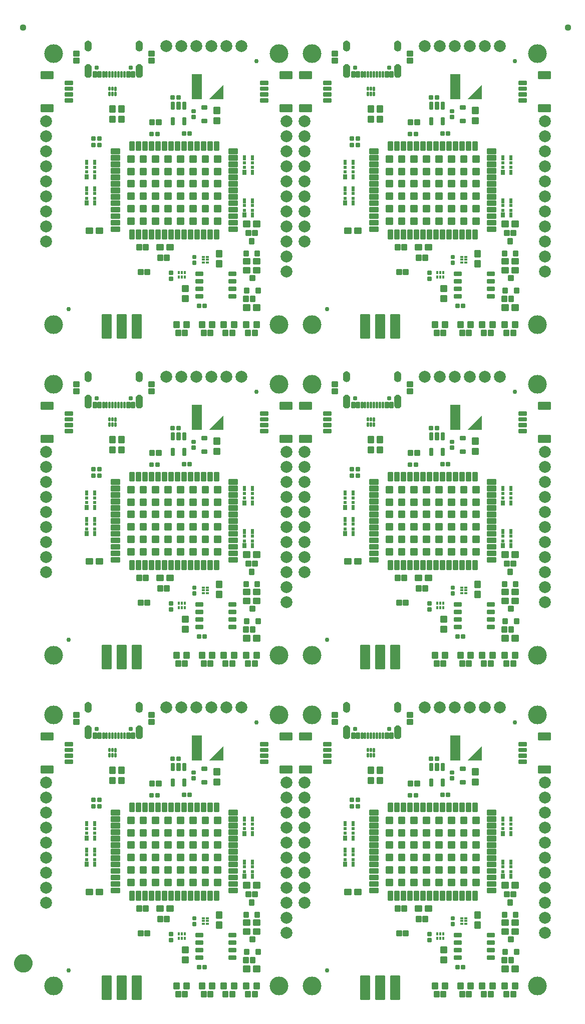
<source format=gts>
G04 EAGLE Gerber RS-274X export*
G75*
%MOMM*%
%FSLAX34Y34*%
%LPD*%
%INSoldermask Top*%
%IPPOS*%
%AMOC8*
5,1,8,0,0,1.08239X$1,22.5*%
G01*
%ADD10C,0.225588*%
%ADD11C,0.225369*%
%ADD12C,2.006600*%
%ADD13C,0.227100*%
%ADD14C,0.225400*%
%ADD15C,0.762000*%
%ADD16C,3.175000*%
%ADD17C,0.428259*%
%ADD18C,0.224709*%
%ADD19R,1.700000X4.200000*%
%ADD20C,0.230578*%
%ADD21C,0.777000*%
%ADD22C,0.223409*%
%ADD23C,0.229969*%
%ADD24C,0.231750*%
%ADD25C,0.220859*%
%ADD26R,0.620000X0.840000*%
%ADD27R,0.620000X0.560000*%
%ADD28R,0.640000X0.840000*%
%ADD29C,0.227778*%
%ADD30R,0.400000X0.620000*%
%ADD31R,0.620000X0.400000*%
%ADD32C,1.127000*%
%ADD33C,1.270000*%
%ADD34C,1.627000*%

G36*
X749446Y1523626D02*
X749446Y1523626D01*
X749463Y1523623D01*
X749513Y1523645D01*
X749564Y1523660D01*
X749575Y1523673D01*
X749591Y1523680D01*
X749621Y1523725D01*
X749656Y1523765D01*
X749659Y1523782D01*
X749668Y1523797D01*
X749679Y1523870D01*
X749679Y1547870D01*
X749667Y1547912D01*
X749664Y1547956D01*
X749648Y1547978D01*
X749640Y1548004D01*
X749607Y1548033D01*
X749581Y1548068D01*
X749555Y1548078D01*
X749535Y1548096D01*
X749491Y1548103D01*
X749451Y1548118D01*
X749424Y1548113D01*
X749397Y1548117D01*
X749356Y1548099D01*
X749314Y1548090D01*
X749278Y1548064D01*
X749269Y1548060D01*
X749265Y1548055D01*
X749254Y1548046D01*
X725254Y1524046D01*
X725233Y1524008D01*
X725204Y1523975D01*
X725200Y1523948D01*
X725187Y1523924D01*
X725190Y1523880D01*
X725183Y1523837D01*
X725194Y1523812D01*
X725196Y1523784D01*
X725222Y1523749D01*
X725240Y1523709D01*
X725263Y1523694D01*
X725279Y1523672D01*
X725320Y1523656D01*
X725357Y1523632D01*
X725400Y1523625D01*
X725409Y1523622D01*
X725416Y1523623D01*
X725430Y1523621D01*
X749430Y1523621D01*
X749446Y1523626D01*
G37*
G36*
X312566Y1523626D02*
X312566Y1523626D01*
X312583Y1523623D01*
X312633Y1523645D01*
X312684Y1523660D01*
X312695Y1523673D01*
X312711Y1523680D01*
X312741Y1523725D01*
X312776Y1523765D01*
X312779Y1523782D01*
X312788Y1523797D01*
X312799Y1523870D01*
X312799Y1547870D01*
X312787Y1547912D01*
X312784Y1547956D01*
X312768Y1547978D01*
X312760Y1548004D01*
X312727Y1548033D01*
X312701Y1548068D01*
X312675Y1548078D01*
X312655Y1548096D01*
X312611Y1548103D01*
X312571Y1548118D01*
X312544Y1548113D01*
X312517Y1548117D01*
X312476Y1548099D01*
X312434Y1548090D01*
X312398Y1548064D01*
X312389Y1548060D01*
X312385Y1548055D01*
X312374Y1548046D01*
X288374Y1524046D01*
X288353Y1524008D01*
X288324Y1523975D01*
X288320Y1523948D01*
X288307Y1523924D01*
X288310Y1523880D01*
X288303Y1523837D01*
X288314Y1523812D01*
X288316Y1523784D01*
X288342Y1523749D01*
X288360Y1523709D01*
X288383Y1523694D01*
X288399Y1523672D01*
X288440Y1523656D01*
X288477Y1523632D01*
X288520Y1523625D01*
X288529Y1523622D01*
X288536Y1523623D01*
X288550Y1523621D01*
X312550Y1523621D01*
X312566Y1523626D01*
G37*
G36*
X749446Y964826D02*
X749446Y964826D01*
X749463Y964823D01*
X749513Y964845D01*
X749564Y964860D01*
X749575Y964873D01*
X749591Y964880D01*
X749621Y964925D01*
X749656Y964965D01*
X749659Y964982D01*
X749668Y964997D01*
X749679Y965070D01*
X749679Y989070D01*
X749667Y989112D01*
X749664Y989156D01*
X749648Y989178D01*
X749640Y989204D01*
X749607Y989233D01*
X749581Y989268D01*
X749555Y989278D01*
X749535Y989296D01*
X749491Y989303D01*
X749451Y989318D01*
X749424Y989313D01*
X749397Y989317D01*
X749356Y989299D01*
X749314Y989290D01*
X749278Y989264D01*
X749269Y989260D01*
X749265Y989255D01*
X749254Y989246D01*
X725254Y965246D01*
X725233Y965208D01*
X725204Y965175D01*
X725200Y965148D01*
X725187Y965124D01*
X725190Y965080D01*
X725183Y965037D01*
X725194Y965012D01*
X725196Y964984D01*
X725222Y964949D01*
X725240Y964909D01*
X725263Y964894D01*
X725279Y964872D01*
X725320Y964856D01*
X725357Y964832D01*
X725400Y964825D01*
X725409Y964822D01*
X725416Y964823D01*
X725430Y964821D01*
X749430Y964821D01*
X749446Y964826D01*
G37*
G36*
X312566Y964826D02*
X312566Y964826D01*
X312583Y964823D01*
X312633Y964845D01*
X312684Y964860D01*
X312695Y964873D01*
X312711Y964880D01*
X312741Y964925D01*
X312776Y964965D01*
X312779Y964982D01*
X312788Y964997D01*
X312799Y965070D01*
X312799Y989070D01*
X312787Y989112D01*
X312784Y989156D01*
X312768Y989178D01*
X312760Y989204D01*
X312727Y989233D01*
X312701Y989268D01*
X312675Y989278D01*
X312655Y989296D01*
X312611Y989303D01*
X312571Y989318D01*
X312544Y989313D01*
X312517Y989317D01*
X312476Y989299D01*
X312434Y989290D01*
X312398Y989264D01*
X312389Y989260D01*
X312385Y989255D01*
X312374Y989246D01*
X288374Y965246D01*
X288353Y965208D01*
X288324Y965175D01*
X288320Y965148D01*
X288307Y965124D01*
X288310Y965080D01*
X288303Y965037D01*
X288314Y965012D01*
X288316Y964984D01*
X288342Y964949D01*
X288360Y964909D01*
X288383Y964894D01*
X288399Y964872D01*
X288440Y964856D01*
X288477Y964832D01*
X288520Y964825D01*
X288529Y964822D01*
X288536Y964823D01*
X288550Y964821D01*
X312550Y964821D01*
X312566Y964826D01*
G37*
G36*
X749446Y406026D02*
X749446Y406026D01*
X749463Y406023D01*
X749513Y406045D01*
X749564Y406060D01*
X749575Y406073D01*
X749591Y406080D01*
X749621Y406125D01*
X749656Y406165D01*
X749659Y406182D01*
X749668Y406197D01*
X749679Y406270D01*
X749679Y430270D01*
X749667Y430312D01*
X749664Y430356D01*
X749648Y430378D01*
X749640Y430404D01*
X749607Y430433D01*
X749581Y430468D01*
X749555Y430478D01*
X749535Y430496D01*
X749491Y430503D01*
X749451Y430518D01*
X749424Y430513D01*
X749397Y430517D01*
X749356Y430499D01*
X749314Y430490D01*
X749278Y430464D01*
X749269Y430460D01*
X749265Y430455D01*
X749254Y430446D01*
X725254Y406446D01*
X725233Y406408D01*
X725204Y406375D01*
X725200Y406348D01*
X725187Y406324D01*
X725190Y406280D01*
X725183Y406237D01*
X725194Y406212D01*
X725196Y406184D01*
X725222Y406149D01*
X725240Y406109D01*
X725263Y406094D01*
X725279Y406072D01*
X725320Y406056D01*
X725357Y406032D01*
X725400Y406025D01*
X725409Y406022D01*
X725416Y406023D01*
X725430Y406021D01*
X749430Y406021D01*
X749446Y406026D01*
G37*
G36*
X312566Y406026D02*
X312566Y406026D01*
X312583Y406023D01*
X312633Y406045D01*
X312684Y406060D01*
X312695Y406073D01*
X312711Y406080D01*
X312741Y406125D01*
X312776Y406165D01*
X312779Y406182D01*
X312788Y406197D01*
X312799Y406270D01*
X312799Y430270D01*
X312787Y430312D01*
X312784Y430356D01*
X312768Y430378D01*
X312760Y430404D01*
X312727Y430433D01*
X312701Y430468D01*
X312675Y430478D01*
X312655Y430496D01*
X312611Y430503D01*
X312571Y430518D01*
X312544Y430513D01*
X312517Y430517D01*
X312476Y430499D01*
X312434Y430490D01*
X312398Y430464D01*
X312389Y430460D01*
X312385Y430455D01*
X312374Y430446D01*
X288374Y406446D01*
X288353Y406408D01*
X288324Y406375D01*
X288320Y406348D01*
X288307Y406324D01*
X288310Y406280D01*
X288303Y406237D01*
X288314Y406212D01*
X288316Y406184D01*
X288342Y406149D01*
X288360Y406109D01*
X288383Y406094D01*
X288399Y406072D01*
X288440Y406056D01*
X288477Y406032D01*
X288520Y406025D01*
X288529Y406022D01*
X288536Y406023D01*
X288550Y406021D01*
X312550Y406021D01*
X312566Y406026D01*
G37*
G36*
X171334Y1560022D02*
X171334Y1560022D01*
X171339Y1560027D01*
X171343Y1560023D01*
X172440Y1560310D01*
X172444Y1560316D01*
X172449Y1560313D01*
X173468Y1560808D01*
X173471Y1560814D01*
X173476Y1560813D01*
X174379Y1561497D01*
X174381Y1561504D01*
X174386Y1561504D01*
X175139Y1562351D01*
X175139Y1562358D01*
X175144Y1562359D01*
X175717Y1563336D01*
X175716Y1563339D01*
X175717Y1563340D01*
X175716Y1563341D01*
X175716Y1563343D01*
X175721Y1563345D01*
X176092Y1564416D01*
X176090Y1564421D01*
X176093Y1564423D01*
X176092Y1564424D01*
X176094Y1564425D01*
X176249Y1565547D01*
X176246Y1565552D01*
X176249Y1565554D01*
X176249Y1577554D01*
X176246Y1577559D01*
X176249Y1577562D01*
X176044Y1578829D01*
X176038Y1578835D01*
X176041Y1578840D01*
X175559Y1580029D01*
X175552Y1580033D01*
X175554Y1580039D01*
X174820Y1581092D01*
X174812Y1581094D01*
X174813Y1581100D01*
X173863Y1581963D01*
X173854Y1581964D01*
X173854Y1581969D01*
X172735Y1582599D01*
X172727Y1582598D01*
X172725Y1582604D01*
X171495Y1582969D01*
X171487Y1582966D01*
X171484Y1582971D01*
X170203Y1583053D01*
X170197Y1583053D01*
X168916Y1582971D01*
X168910Y1582965D01*
X168905Y1582969D01*
X167675Y1582604D01*
X167670Y1582597D01*
X167665Y1582599D01*
X166546Y1581969D01*
X166543Y1581962D01*
X166537Y1581963D01*
X165587Y1581100D01*
X165586Y1581092D01*
X165580Y1581092D01*
X164846Y1580039D01*
X164846Y1580031D01*
X164841Y1580029D01*
X164359Y1578840D01*
X164361Y1578834D01*
X164357Y1578831D01*
X164358Y1578830D01*
X164356Y1578829D01*
X164151Y1577562D01*
X164154Y1577557D01*
X164151Y1577554D01*
X164151Y1565554D01*
X164154Y1565550D01*
X164151Y1565547D01*
X164306Y1564425D01*
X164311Y1564420D01*
X164308Y1564416D01*
X164679Y1563345D01*
X164685Y1563341D01*
X164683Y1563336D01*
X165256Y1562359D01*
X165262Y1562356D01*
X165261Y1562351D01*
X166014Y1561504D01*
X166021Y1561502D01*
X166021Y1561497D01*
X166924Y1560813D01*
X166931Y1560813D01*
X166932Y1560808D01*
X167951Y1560313D01*
X167958Y1560315D01*
X167960Y1560310D01*
X169057Y1560023D01*
X169063Y1560026D01*
X169066Y1560022D01*
X170197Y1559955D01*
X170201Y1559957D01*
X170203Y1559955D01*
X171334Y1560022D01*
G37*
G36*
X608214Y1560022D02*
X608214Y1560022D01*
X608219Y1560027D01*
X608223Y1560023D01*
X609320Y1560310D01*
X609324Y1560316D01*
X609329Y1560313D01*
X610348Y1560808D01*
X610351Y1560814D01*
X610356Y1560813D01*
X611259Y1561497D01*
X611261Y1561504D01*
X611266Y1561504D01*
X612019Y1562351D01*
X612019Y1562358D01*
X612024Y1562359D01*
X612597Y1563336D01*
X612596Y1563339D01*
X612597Y1563340D01*
X612596Y1563341D01*
X612596Y1563343D01*
X612601Y1563345D01*
X612972Y1564416D01*
X612970Y1564421D01*
X612973Y1564423D01*
X612972Y1564424D01*
X612974Y1564425D01*
X613129Y1565547D01*
X613126Y1565552D01*
X613129Y1565554D01*
X613129Y1577554D01*
X613126Y1577559D01*
X613129Y1577562D01*
X612924Y1578829D01*
X612918Y1578835D01*
X612921Y1578840D01*
X612439Y1580029D01*
X612432Y1580033D01*
X612434Y1580039D01*
X611700Y1581092D01*
X611692Y1581094D01*
X611693Y1581100D01*
X610743Y1581963D01*
X610734Y1581964D01*
X610734Y1581969D01*
X609615Y1582599D01*
X609607Y1582598D01*
X609605Y1582604D01*
X608375Y1582969D01*
X608367Y1582966D01*
X608364Y1582971D01*
X607083Y1583053D01*
X607077Y1583053D01*
X605796Y1582971D01*
X605790Y1582965D01*
X605785Y1582969D01*
X604555Y1582604D01*
X604550Y1582597D01*
X604545Y1582599D01*
X603426Y1581969D01*
X603423Y1581962D01*
X603417Y1581963D01*
X602467Y1581100D01*
X602466Y1581092D01*
X602460Y1581092D01*
X601726Y1580039D01*
X601726Y1580031D01*
X601721Y1580029D01*
X601239Y1578840D01*
X601241Y1578834D01*
X601237Y1578831D01*
X601238Y1578830D01*
X601236Y1578829D01*
X601031Y1577562D01*
X601034Y1577557D01*
X601031Y1577554D01*
X601031Y1565554D01*
X601034Y1565550D01*
X601031Y1565547D01*
X601186Y1564425D01*
X601191Y1564420D01*
X601188Y1564416D01*
X601559Y1563345D01*
X601565Y1563341D01*
X601563Y1563336D01*
X602136Y1562359D01*
X602142Y1562356D01*
X602141Y1562351D01*
X602894Y1561504D01*
X602901Y1561502D01*
X602901Y1561497D01*
X603804Y1560813D01*
X603811Y1560813D01*
X603812Y1560808D01*
X604831Y1560313D01*
X604838Y1560315D01*
X604840Y1560310D01*
X605937Y1560023D01*
X605943Y1560026D01*
X605946Y1560022D01*
X607077Y1559955D01*
X607081Y1559957D01*
X607083Y1559955D01*
X608214Y1560022D01*
G37*
G36*
X84934Y1560022D02*
X84934Y1560022D01*
X84939Y1560027D01*
X84943Y1560023D01*
X86040Y1560310D01*
X86044Y1560316D01*
X86049Y1560313D01*
X87068Y1560808D01*
X87071Y1560814D01*
X87076Y1560813D01*
X87979Y1561497D01*
X87981Y1561504D01*
X87986Y1561504D01*
X88739Y1562351D01*
X88739Y1562358D01*
X88744Y1562359D01*
X89317Y1563336D01*
X89316Y1563339D01*
X89317Y1563340D01*
X89316Y1563341D01*
X89316Y1563343D01*
X89321Y1563345D01*
X89692Y1564416D01*
X89690Y1564421D01*
X89693Y1564423D01*
X89692Y1564424D01*
X89694Y1564425D01*
X89849Y1565547D01*
X89846Y1565552D01*
X89849Y1565554D01*
X89849Y1577554D01*
X89846Y1577559D01*
X89849Y1577562D01*
X89644Y1578829D01*
X89638Y1578835D01*
X89641Y1578840D01*
X89159Y1580029D01*
X89152Y1580033D01*
X89154Y1580039D01*
X88420Y1581092D01*
X88412Y1581094D01*
X88413Y1581100D01*
X87463Y1581963D01*
X87454Y1581964D01*
X87454Y1581969D01*
X86335Y1582599D01*
X86327Y1582598D01*
X86325Y1582604D01*
X85095Y1582969D01*
X85087Y1582966D01*
X85084Y1582971D01*
X83803Y1583053D01*
X83797Y1583053D01*
X82516Y1582971D01*
X82510Y1582965D01*
X82505Y1582969D01*
X81275Y1582604D01*
X81270Y1582597D01*
X81265Y1582599D01*
X80146Y1581969D01*
X80143Y1581962D01*
X80137Y1581963D01*
X79187Y1581100D01*
X79186Y1581092D01*
X79180Y1581092D01*
X78446Y1580039D01*
X78446Y1580031D01*
X78441Y1580029D01*
X77959Y1578840D01*
X77961Y1578834D01*
X77957Y1578831D01*
X77958Y1578830D01*
X77956Y1578829D01*
X77751Y1577562D01*
X77754Y1577557D01*
X77751Y1577554D01*
X77751Y1565554D01*
X77754Y1565550D01*
X77751Y1565547D01*
X77906Y1564425D01*
X77911Y1564420D01*
X77908Y1564416D01*
X78279Y1563345D01*
X78285Y1563341D01*
X78283Y1563336D01*
X78856Y1562359D01*
X78862Y1562356D01*
X78861Y1562351D01*
X79614Y1561504D01*
X79621Y1561502D01*
X79621Y1561497D01*
X80524Y1560813D01*
X80531Y1560813D01*
X80532Y1560808D01*
X81551Y1560313D01*
X81558Y1560315D01*
X81560Y1560310D01*
X82657Y1560023D01*
X82663Y1560026D01*
X82666Y1560022D01*
X83797Y1559955D01*
X83801Y1559957D01*
X83803Y1559955D01*
X84934Y1560022D01*
G37*
G36*
X521814Y1560022D02*
X521814Y1560022D01*
X521819Y1560027D01*
X521823Y1560023D01*
X522920Y1560310D01*
X522924Y1560316D01*
X522929Y1560313D01*
X523948Y1560808D01*
X523951Y1560814D01*
X523956Y1560813D01*
X524859Y1561497D01*
X524861Y1561504D01*
X524866Y1561504D01*
X525619Y1562351D01*
X525619Y1562358D01*
X525624Y1562359D01*
X526197Y1563336D01*
X526196Y1563339D01*
X526197Y1563340D01*
X526196Y1563341D01*
X526196Y1563343D01*
X526201Y1563345D01*
X526572Y1564416D01*
X526570Y1564421D01*
X526573Y1564423D01*
X526572Y1564424D01*
X526574Y1564425D01*
X526729Y1565547D01*
X526726Y1565552D01*
X526729Y1565554D01*
X526729Y1577554D01*
X526726Y1577559D01*
X526729Y1577562D01*
X526524Y1578829D01*
X526518Y1578835D01*
X526521Y1578840D01*
X526039Y1580029D01*
X526032Y1580033D01*
X526034Y1580039D01*
X525300Y1581092D01*
X525292Y1581094D01*
X525293Y1581100D01*
X524343Y1581963D01*
X524334Y1581964D01*
X524334Y1581969D01*
X523215Y1582599D01*
X523207Y1582598D01*
X523205Y1582604D01*
X521975Y1582969D01*
X521967Y1582966D01*
X521964Y1582971D01*
X520683Y1583053D01*
X520677Y1583053D01*
X519396Y1582971D01*
X519390Y1582965D01*
X519385Y1582969D01*
X518155Y1582604D01*
X518150Y1582597D01*
X518145Y1582599D01*
X517026Y1581969D01*
X517023Y1581962D01*
X517017Y1581963D01*
X516067Y1581100D01*
X516066Y1581092D01*
X516060Y1581092D01*
X515326Y1580039D01*
X515326Y1580031D01*
X515321Y1580029D01*
X514839Y1578840D01*
X514841Y1578834D01*
X514837Y1578831D01*
X514838Y1578830D01*
X514836Y1578829D01*
X514631Y1577562D01*
X514634Y1577557D01*
X514631Y1577554D01*
X514631Y1565554D01*
X514634Y1565550D01*
X514631Y1565547D01*
X514786Y1564425D01*
X514791Y1564420D01*
X514788Y1564416D01*
X515159Y1563345D01*
X515165Y1563341D01*
X515163Y1563336D01*
X515736Y1562359D01*
X515742Y1562356D01*
X515741Y1562351D01*
X516494Y1561504D01*
X516501Y1561502D01*
X516501Y1561497D01*
X517404Y1560813D01*
X517411Y1560813D01*
X517412Y1560808D01*
X518431Y1560313D01*
X518438Y1560315D01*
X518440Y1560310D01*
X519537Y1560023D01*
X519543Y1560026D01*
X519546Y1560022D01*
X520677Y1559955D01*
X520681Y1559957D01*
X520683Y1559955D01*
X521814Y1560022D01*
G37*
G36*
X171334Y1001222D02*
X171334Y1001222D01*
X171339Y1001227D01*
X171343Y1001223D01*
X172440Y1001510D01*
X172444Y1001516D01*
X172449Y1001513D01*
X173468Y1002008D01*
X173471Y1002014D01*
X173476Y1002013D01*
X174379Y1002697D01*
X174381Y1002704D01*
X174386Y1002704D01*
X175139Y1003551D01*
X175139Y1003558D01*
X175144Y1003559D01*
X175717Y1004536D01*
X175716Y1004539D01*
X175717Y1004540D01*
X175716Y1004541D01*
X175716Y1004543D01*
X175721Y1004545D01*
X176092Y1005616D01*
X176090Y1005621D01*
X176093Y1005623D01*
X176092Y1005624D01*
X176094Y1005625D01*
X176249Y1006747D01*
X176246Y1006752D01*
X176249Y1006754D01*
X176249Y1018754D01*
X176246Y1018759D01*
X176249Y1018762D01*
X176044Y1020029D01*
X176038Y1020035D01*
X176041Y1020040D01*
X175559Y1021229D01*
X175552Y1021233D01*
X175554Y1021239D01*
X174820Y1022292D01*
X174812Y1022294D01*
X174813Y1022300D01*
X173863Y1023163D01*
X173854Y1023164D01*
X173854Y1023169D01*
X172735Y1023799D01*
X172727Y1023798D01*
X172725Y1023804D01*
X171495Y1024169D01*
X171487Y1024166D01*
X171484Y1024171D01*
X170203Y1024253D01*
X170197Y1024253D01*
X168916Y1024171D01*
X168910Y1024165D01*
X168905Y1024169D01*
X167675Y1023804D01*
X167670Y1023797D01*
X167665Y1023799D01*
X166546Y1023169D01*
X166543Y1023162D01*
X166537Y1023163D01*
X165587Y1022300D01*
X165586Y1022292D01*
X165580Y1022292D01*
X164846Y1021239D01*
X164846Y1021231D01*
X164841Y1021229D01*
X164359Y1020040D01*
X164361Y1020034D01*
X164357Y1020031D01*
X164358Y1020030D01*
X164356Y1020029D01*
X164151Y1018762D01*
X164154Y1018757D01*
X164151Y1018754D01*
X164151Y1006754D01*
X164154Y1006750D01*
X164151Y1006747D01*
X164306Y1005625D01*
X164311Y1005620D01*
X164308Y1005616D01*
X164679Y1004545D01*
X164685Y1004541D01*
X164683Y1004536D01*
X165256Y1003559D01*
X165262Y1003556D01*
X165261Y1003551D01*
X166014Y1002704D01*
X166021Y1002702D01*
X166021Y1002697D01*
X166924Y1002013D01*
X166931Y1002013D01*
X166932Y1002008D01*
X167951Y1001513D01*
X167958Y1001515D01*
X167960Y1001510D01*
X169057Y1001223D01*
X169063Y1001226D01*
X169066Y1001222D01*
X170197Y1001155D01*
X170201Y1001157D01*
X170203Y1001155D01*
X171334Y1001222D01*
G37*
G36*
X521814Y1001222D02*
X521814Y1001222D01*
X521819Y1001227D01*
X521823Y1001223D01*
X522920Y1001510D01*
X522924Y1001516D01*
X522929Y1001513D01*
X523948Y1002008D01*
X523951Y1002014D01*
X523956Y1002013D01*
X524859Y1002697D01*
X524861Y1002704D01*
X524866Y1002704D01*
X525619Y1003551D01*
X525619Y1003558D01*
X525624Y1003559D01*
X526197Y1004536D01*
X526196Y1004539D01*
X526197Y1004540D01*
X526196Y1004541D01*
X526196Y1004543D01*
X526201Y1004545D01*
X526572Y1005616D01*
X526570Y1005621D01*
X526573Y1005623D01*
X526572Y1005624D01*
X526574Y1005625D01*
X526729Y1006747D01*
X526726Y1006752D01*
X526729Y1006754D01*
X526729Y1018754D01*
X526726Y1018759D01*
X526729Y1018762D01*
X526524Y1020029D01*
X526518Y1020035D01*
X526521Y1020040D01*
X526039Y1021229D01*
X526032Y1021233D01*
X526034Y1021239D01*
X525300Y1022292D01*
X525292Y1022294D01*
X525293Y1022300D01*
X524343Y1023163D01*
X524334Y1023164D01*
X524334Y1023169D01*
X523215Y1023799D01*
X523207Y1023798D01*
X523205Y1023804D01*
X521975Y1024169D01*
X521967Y1024166D01*
X521964Y1024171D01*
X520683Y1024253D01*
X520677Y1024253D01*
X519396Y1024171D01*
X519390Y1024165D01*
X519385Y1024169D01*
X518155Y1023804D01*
X518150Y1023797D01*
X518145Y1023799D01*
X517026Y1023169D01*
X517023Y1023162D01*
X517017Y1023163D01*
X516067Y1022300D01*
X516066Y1022292D01*
X516060Y1022292D01*
X515326Y1021239D01*
X515326Y1021231D01*
X515321Y1021229D01*
X514839Y1020040D01*
X514841Y1020034D01*
X514837Y1020031D01*
X514838Y1020030D01*
X514836Y1020029D01*
X514631Y1018762D01*
X514634Y1018757D01*
X514631Y1018754D01*
X514631Y1006754D01*
X514634Y1006750D01*
X514631Y1006747D01*
X514786Y1005625D01*
X514791Y1005620D01*
X514788Y1005616D01*
X515159Y1004545D01*
X515165Y1004541D01*
X515163Y1004536D01*
X515736Y1003559D01*
X515742Y1003556D01*
X515741Y1003551D01*
X516494Y1002704D01*
X516501Y1002702D01*
X516501Y1002697D01*
X517404Y1002013D01*
X517411Y1002013D01*
X517412Y1002008D01*
X518431Y1001513D01*
X518438Y1001515D01*
X518440Y1001510D01*
X519537Y1001223D01*
X519543Y1001226D01*
X519546Y1001222D01*
X520677Y1001155D01*
X520681Y1001157D01*
X520683Y1001155D01*
X521814Y1001222D01*
G37*
G36*
X608214Y1001222D02*
X608214Y1001222D01*
X608219Y1001227D01*
X608223Y1001223D01*
X609320Y1001510D01*
X609324Y1001516D01*
X609329Y1001513D01*
X610348Y1002008D01*
X610351Y1002014D01*
X610356Y1002013D01*
X611259Y1002697D01*
X611261Y1002704D01*
X611266Y1002704D01*
X612019Y1003551D01*
X612019Y1003558D01*
X612024Y1003559D01*
X612597Y1004536D01*
X612596Y1004539D01*
X612597Y1004540D01*
X612596Y1004541D01*
X612596Y1004543D01*
X612601Y1004545D01*
X612972Y1005616D01*
X612970Y1005621D01*
X612973Y1005623D01*
X612972Y1005624D01*
X612974Y1005625D01*
X613129Y1006747D01*
X613126Y1006752D01*
X613129Y1006754D01*
X613129Y1018754D01*
X613126Y1018759D01*
X613129Y1018762D01*
X612924Y1020029D01*
X612918Y1020035D01*
X612921Y1020040D01*
X612439Y1021229D01*
X612432Y1021233D01*
X612434Y1021239D01*
X611700Y1022292D01*
X611692Y1022294D01*
X611693Y1022300D01*
X610743Y1023163D01*
X610734Y1023164D01*
X610734Y1023169D01*
X609615Y1023799D01*
X609607Y1023798D01*
X609605Y1023804D01*
X608375Y1024169D01*
X608367Y1024166D01*
X608364Y1024171D01*
X607083Y1024253D01*
X607077Y1024253D01*
X605796Y1024171D01*
X605790Y1024165D01*
X605785Y1024169D01*
X604555Y1023804D01*
X604550Y1023797D01*
X604545Y1023799D01*
X603426Y1023169D01*
X603423Y1023162D01*
X603417Y1023163D01*
X602467Y1022300D01*
X602466Y1022292D01*
X602460Y1022292D01*
X601726Y1021239D01*
X601726Y1021231D01*
X601721Y1021229D01*
X601239Y1020040D01*
X601241Y1020034D01*
X601237Y1020031D01*
X601238Y1020030D01*
X601236Y1020029D01*
X601031Y1018762D01*
X601034Y1018757D01*
X601031Y1018754D01*
X601031Y1006754D01*
X601034Y1006750D01*
X601031Y1006747D01*
X601186Y1005625D01*
X601191Y1005620D01*
X601188Y1005616D01*
X601559Y1004545D01*
X601565Y1004541D01*
X601563Y1004536D01*
X602136Y1003559D01*
X602142Y1003556D01*
X602141Y1003551D01*
X602894Y1002704D01*
X602901Y1002702D01*
X602901Y1002697D01*
X603804Y1002013D01*
X603811Y1002013D01*
X603812Y1002008D01*
X604831Y1001513D01*
X604838Y1001515D01*
X604840Y1001510D01*
X605937Y1001223D01*
X605943Y1001226D01*
X605946Y1001222D01*
X607077Y1001155D01*
X607081Y1001157D01*
X607083Y1001155D01*
X608214Y1001222D01*
G37*
G36*
X84934Y1001222D02*
X84934Y1001222D01*
X84939Y1001227D01*
X84943Y1001223D01*
X86040Y1001510D01*
X86044Y1001516D01*
X86049Y1001513D01*
X87068Y1002008D01*
X87071Y1002014D01*
X87076Y1002013D01*
X87979Y1002697D01*
X87981Y1002704D01*
X87986Y1002704D01*
X88739Y1003551D01*
X88739Y1003558D01*
X88744Y1003559D01*
X89317Y1004536D01*
X89316Y1004539D01*
X89317Y1004540D01*
X89316Y1004541D01*
X89316Y1004543D01*
X89321Y1004545D01*
X89692Y1005616D01*
X89690Y1005621D01*
X89693Y1005623D01*
X89692Y1005624D01*
X89694Y1005625D01*
X89849Y1006747D01*
X89846Y1006752D01*
X89849Y1006754D01*
X89849Y1018754D01*
X89846Y1018759D01*
X89849Y1018762D01*
X89644Y1020029D01*
X89638Y1020035D01*
X89641Y1020040D01*
X89159Y1021229D01*
X89152Y1021233D01*
X89154Y1021239D01*
X88420Y1022292D01*
X88412Y1022294D01*
X88413Y1022300D01*
X87463Y1023163D01*
X87454Y1023164D01*
X87454Y1023169D01*
X86335Y1023799D01*
X86327Y1023798D01*
X86325Y1023804D01*
X85095Y1024169D01*
X85087Y1024166D01*
X85084Y1024171D01*
X83803Y1024253D01*
X83797Y1024253D01*
X82516Y1024171D01*
X82510Y1024165D01*
X82505Y1024169D01*
X81275Y1023804D01*
X81270Y1023797D01*
X81265Y1023799D01*
X80146Y1023169D01*
X80143Y1023162D01*
X80137Y1023163D01*
X79187Y1022300D01*
X79186Y1022292D01*
X79180Y1022292D01*
X78446Y1021239D01*
X78446Y1021231D01*
X78441Y1021229D01*
X77959Y1020040D01*
X77961Y1020034D01*
X77957Y1020031D01*
X77958Y1020030D01*
X77956Y1020029D01*
X77751Y1018762D01*
X77754Y1018757D01*
X77751Y1018754D01*
X77751Y1006754D01*
X77754Y1006750D01*
X77751Y1006747D01*
X77906Y1005625D01*
X77911Y1005620D01*
X77908Y1005616D01*
X78279Y1004545D01*
X78285Y1004541D01*
X78283Y1004536D01*
X78856Y1003559D01*
X78862Y1003556D01*
X78861Y1003551D01*
X79614Y1002704D01*
X79621Y1002702D01*
X79621Y1002697D01*
X80524Y1002013D01*
X80531Y1002013D01*
X80532Y1002008D01*
X81551Y1001513D01*
X81558Y1001515D01*
X81560Y1001510D01*
X82657Y1001223D01*
X82663Y1001226D01*
X82666Y1001222D01*
X83797Y1001155D01*
X83801Y1001157D01*
X83803Y1001155D01*
X84934Y1001222D01*
G37*
G36*
X84934Y442422D02*
X84934Y442422D01*
X84939Y442427D01*
X84943Y442423D01*
X86040Y442710D01*
X86044Y442716D01*
X86049Y442713D01*
X87068Y443208D01*
X87071Y443214D01*
X87076Y443213D01*
X87979Y443897D01*
X87981Y443904D01*
X87986Y443904D01*
X88739Y444751D01*
X88739Y444758D01*
X88744Y444759D01*
X89317Y445736D01*
X89316Y445739D01*
X89317Y445740D01*
X89316Y445741D01*
X89316Y445743D01*
X89321Y445745D01*
X89692Y446816D01*
X89690Y446821D01*
X89693Y446823D01*
X89692Y446824D01*
X89694Y446825D01*
X89849Y447947D01*
X89846Y447952D01*
X89849Y447954D01*
X89849Y459954D01*
X89846Y459959D01*
X89849Y459962D01*
X89644Y461229D01*
X89638Y461235D01*
X89641Y461240D01*
X89159Y462429D01*
X89152Y462433D01*
X89154Y462439D01*
X88420Y463492D01*
X88412Y463494D01*
X88413Y463500D01*
X87463Y464363D01*
X87454Y464364D01*
X87454Y464369D01*
X86335Y464999D01*
X86327Y464998D01*
X86325Y465004D01*
X85095Y465369D01*
X85087Y465366D01*
X85084Y465371D01*
X83803Y465453D01*
X83797Y465453D01*
X82516Y465371D01*
X82510Y465365D01*
X82505Y465369D01*
X81275Y465004D01*
X81270Y464997D01*
X81265Y464999D01*
X80146Y464369D01*
X80143Y464362D01*
X80137Y464363D01*
X79187Y463500D01*
X79186Y463492D01*
X79180Y463492D01*
X78446Y462439D01*
X78446Y462431D01*
X78441Y462429D01*
X77959Y461240D01*
X77961Y461234D01*
X77957Y461231D01*
X77958Y461230D01*
X77956Y461229D01*
X77751Y459962D01*
X77754Y459957D01*
X77751Y459954D01*
X77751Y447954D01*
X77754Y447950D01*
X77751Y447947D01*
X77906Y446825D01*
X77911Y446820D01*
X77908Y446816D01*
X78279Y445745D01*
X78285Y445741D01*
X78283Y445736D01*
X78856Y444759D01*
X78862Y444756D01*
X78861Y444751D01*
X79614Y443904D01*
X79621Y443902D01*
X79621Y443897D01*
X80524Y443213D01*
X80531Y443213D01*
X80532Y443208D01*
X81551Y442713D01*
X81558Y442715D01*
X81560Y442710D01*
X82657Y442423D01*
X82663Y442426D01*
X82666Y442422D01*
X83797Y442355D01*
X83801Y442357D01*
X83803Y442355D01*
X84934Y442422D01*
G37*
G36*
X608214Y442422D02*
X608214Y442422D01*
X608219Y442427D01*
X608223Y442423D01*
X609320Y442710D01*
X609324Y442716D01*
X609329Y442713D01*
X610348Y443208D01*
X610351Y443214D01*
X610356Y443213D01*
X611259Y443897D01*
X611261Y443904D01*
X611266Y443904D01*
X612019Y444751D01*
X612019Y444758D01*
X612024Y444759D01*
X612597Y445736D01*
X612596Y445739D01*
X612597Y445740D01*
X612596Y445741D01*
X612596Y445743D01*
X612601Y445745D01*
X612972Y446816D01*
X612970Y446821D01*
X612973Y446823D01*
X612972Y446824D01*
X612974Y446825D01*
X613129Y447947D01*
X613126Y447952D01*
X613129Y447954D01*
X613129Y459954D01*
X613126Y459959D01*
X613129Y459962D01*
X612924Y461229D01*
X612918Y461235D01*
X612921Y461240D01*
X612439Y462429D01*
X612432Y462433D01*
X612434Y462439D01*
X611700Y463492D01*
X611692Y463494D01*
X611693Y463500D01*
X610743Y464363D01*
X610734Y464364D01*
X610734Y464369D01*
X609615Y464999D01*
X609607Y464998D01*
X609605Y465004D01*
X608375Y465369D01*
X608367Y465366D01*
X608364Y465371D01*
X607083Y465453D01*
X607077Y465453D01*
X605796Y465371D01*
X605790Y465365D01*
X605785Y465369D01*
X604555Y465004D01*
X604550Y464997D01*
X604545Y464999D01*
X603426Y464369D01*
X603423Y464362D01*
X603417Y464363D01*
X602467Y463500D01*
X602466Y463492D01*
X602460Y463492D01*
X601726Y462439D01*
X601726Y462431D01*
X601721Y462429D01*
X601239Y461240D01*
X601241Y461234D01*
X601237Y461231D01*
X601238Y461230D01*
X601236Y461229D01*
X601031Y459962D01*
X601034Y459957D01*
X601031Y459954D01*
X601031Y447954D01*
X601034Y447950D01*
X601031Y447947D01*
X601186Y446825D01*
X601191Y446820D01*
X601188Y446816D01*
X601559Y445745D01*
X601565Y445741D01*
X601563Y445736D01*
X602136Y444759D01*
X602142Y444756D01*
X602141Y444751D01*
X602894Y443904D01*
X602901Y443902D01*
X602901Y443897D01*
X603804Y443213D01*
X603811Y443213D01*
X603812Y443208D01*
X604831Y442713D01*
X604838Y442715D01*
X604840Y442710D01*
X605937Y442423D01*
X605943Y442426D01*
X605946Y442422D01*
X607077Y442355D01*
X607081Y442357D01*
X607083Y442355D01*
X608214Y442422D01*
G37*
G36*
X171334Y442422D02*
X171334Y442422D01*
X171339Y442427D01*
X171343Y442423D01*
X172440Y442710D01*
X172444Y442716D01*
X172449Y442713D01*
X173468Y443208D01*
X173471Y443214D01*
X173476Y443213D01*
X174379Y443897D01*
X174381Y443904D01*
X174386Y443904D01*
X175139Y444751D01*
X175139Y444758D01*
X175144Y444759D01*
X175717Y445736D01*
X175716Y445739D01*
X175717Y445740D01*
X175716Y445741D01*
X175716Y445743D01*
X175721Y445745D01*
X176092Y446816D01*
X176090Y446821D01*
X176093Y446823D01*
X176092Y446824D01*
X176094Y446825D01*
X176249Y447947D01*
X176246Y447952D01*
X176249Y447954D01*
X176249Y459954D01*
X176246Y459959D01*
X176249Y459962D01*
X176044Y461229D01*
X176038Y461235D01*
X176041Y461240D01*
X175559Y462429D01*
X175552Y462433D01*
X175554Y462439D01*
X174820Y463492D01*
X174812Y463494D01*
X174813Y463500D01*
X173863Y464363D01*
X173854Y464364D01*
X173854Y464369D01*
X172735Y464999D01*
X172727Y464998D01*
X172725Y465004D01*
X171495Y465369D01*
X171487Y465366D01*
X171484Y465371D01*
X170203Y465453D01*
X170197Y465453D01*
X168916Y465371D01*
X168910Y465365D01*
X168905Y465369D01*
X167675Y465004D01*
X167670Y464997D01*
X167665Y464999D01*
X166546Y464369D01*
X166543Y464362D01*
X166537Y464363D01*
X165587Y463500D01*
X165586Y463492D01*
X165580Y463492D01*
X164846Y462439D01*
X164846Y462431D01*
X164841Y462429D01*
X164359Y461240D01*
X164361Y461234D01*
X164357Y461231D01*
X164358Y461230D01*
X164356Y461229D01*
X164151Y459962D01*
X164154Y459957D01*
X164151Y459954D01*
X164151Y447954D01*
X164154Y447950D01*
X164151Y447947D01*
X164306Y446825D01*
X164311Y446820D01*
X164308Y446816D01*
X164679Y445745D01*
X164685Y445741D01*
X164683Y445736D01*
X165256Y444759D01*
X165262Y444756D01*
X165261Y444751D01*
X166014Y443904D01*
X166021Y443902D01*
X166021Y443897D01*
X166924Y443213D01*
X166931Y443213D01*
X166932Y443208D01*
X167951Y442713D01*
X167958Y442715D01*
X167960Y442710D01*
X169057Y442423D01*
X169063Y442426D01*
X169066Y442422D01*
X170197Y442355D01*
X170201Y442357D01*
X170203Y442355D01*
X171334Y442422D01*
G37*
G36*
X521814Y442422D02*
X521814Y442422D01*
X521819Y442427D01*
X521823Y442423D01*
X522920Y442710D01*
X522924Y442716D01*
X522929Y442713D01*
X523948Y443208D01*
X523951Y443214D01*
X523956Y443213D01*
X524859Y443897D01*
X524861Y443904D01*
X524866Y443904D01*
X525619Y444751D01*
X525619Y444758D01*
X525624Y444759D01*
X526197Y445736D01*
X526196Y445739D01*
X526197Y445740D01*
X526196Y445741D01*
X526196Y445743D01*
X526201Y445745D01*
X526572Y446816D01*
X526570Y446821D01*
X526573Y446823D01*
X526572Y446824D01*
X526574Y446825D01*
X526729Y447947D01*
X526726Y447952D01*
X526729Y447954D01*
X526729Y459954D01*
X526726Y459959D01*
X526729Y459962D01*
X526524Y461229D01*
X526518Y461235D01*
X526521Y461240D01*
X526039Y462429D01*
X526032Y462433D01*
X526034Y462439D01*
X525300Y463492D01*
X525292Y463494D01*
X525293Y463500D01*
X524343Y464363D01*
X524334Y464364D01*
X524334Y464369D01*
X523215Y464999D01*
X523207Y464998D01*
X523205Y465004D01*
X521975Y465369D01*
X521967Y465366D01*
X521964Y465371D01*
X520683Y465453D01*
X520677Y465453D01*
X519396Y465371D01*
X519390Y465365D01*
X519385Y465369D01*
X518155Y465004D01*
X518150Y464997D01*
X518145Y464999D01*
X517026Y464369D01*
X517023Y464362D01*
X517017Y464363D01*
X516067Y463500D01*
X516066Y463492D01*
X516060Y463492D01*
X515326Y462439D01*
X515326Y462431D01*
X515321Y462429D01*
X514839Y461240D01*
X514841Y461234D01*
X514837Y461231D01*
X514838Y461230D01*
X514836Y461229D01*
X514631Y459962D01*
X514634Y459957D01*
X514631Y459954D01*
X514631Y447954D01*
X514634Y447950D01*
X514631Y447947D01*
X514786Y446825D01*
X514791Y446820D01*
X514788Y446816D01*
X515159Y445745D01*
X515165Y445741D01*
X515163Y445736D01*
X515736Y444759D01*
X515742Y444756D01*
X515741Y444751D01*
X516494Y443904D01*
X516501Y443902D01*
X516501Y443897D01*
X517404Y443213D01*
X517411Y443213D01*
X517412Y443208D01*
X518431Y442713D01*
X518438Y442715D01*
X518440Y442710D01*
X519537Y442423D01*
X519543Y442426D01*
X519546Y442422D01*
X520677Y442355D01*
X520681Y442357D01*
X520683Y442355D01*
X521814Y442422D01*
G37*
G36*
X607082Y1604259D02*
X607082Y1604259D01*
X607086Y1604255D01*
X608426Y1604412D01*
X608432Y1604417D01*
X608437Y1604414D01*
X609708Y1604865D01*
X609713Y1604872D01*
X609718Y1604870D01*
X610857Y1605592D01*
X610860Y1605600D01*
X610866Y1605599D01*
X611816Y1606557D01*
X611817Y1606565D01*
X611823Y1606566D01*
X612536Y1607711D01*
X612535Y1607720D01*
X612541Y1607721D01*
X612981Y1608997D01*
X612979Y1609004D01*
X612983Y1609007D01*
X613129Y1610349D01*
X613127Y1610352D01*
X613129Y1610354D01*
X613129Y1616354D01*
X613127Y1616358D01*
X613129Y1616360D01*
X612974Y1617689D01*
X612968Y1617695D01*
X612971Y1617699D01*
X612524Y1618960D01*
X612517Y1618965D01*
X612519Y1618970D01*
X611802Y1620100D01*
X611795Y1620103D01*
X611796Y1620109D01*
X610846Y1621051D01*
X610837Y1621052D01*
X610837Y1621058D01*
X609701Y1621765D01*
X609693Y1621764D01*
X609691Y1621770D01*
X608426Y1622206D01*
X608418Y1622204D01*
X608416Y1622209D01*
X607085Y1622353D01*
X607079Y1622349D01*
X607075Y1622353D01*
X605909Y1622243D01*
X605904Y1622238D01*
X605900Y1622241D01*
X604777Y1621906D01*
X604773Y1621900D01*
X604769Y1621902D01*
X603733Y1621354D01*
X603730Y1621348D01*
X603725Y1621349D01*
X602817Y1620610D01*
X602815Y1620603D01*
X602810Y1620603D01*
X602063Y1619701D01*
X602063Y1619694D01*
X602058Y1619693D01*
X601501Y1618662D01*
X601502Y1618655D01*
X601497Y1618653D01*
X601153Y1617534D01*
X601155Y1617527D01*
X601151Y1617524D01*
X601031Y1616359D01*
X601033Y1616356D01*
X601031Y1616354D01*
X601031Y1610354D01*
X601033Y1610351D01*
X601031Y1610349D01*
X601142Y1609173D01*
X601147Y1609168D01*
X601144Y1609164D01*
X601482Y1608032D01*
X601488Y1608028D01*
X601486Y1608023D01*
X602038Y1606979D01*
X602045Y1606976D01*
X602043Y1606971D01*
X602789Y1606055D01*
X602796Y1606054D01*
X602796Y1606048D01*
X603706Y1605295D01*
X603713Y1605295D01*
X603714Y1605290D01*
X604753Y1604729D01*
X604760Y1604730D01*
X604762Y1604725D01*
X605891Y1604378D01*
X605897Y1604380D01*
X605900Y1604376D01*
X607075Y1604255D01*
X607082Y1604259D01*
G37*
G36*
X83802Y1604259D02*
X83802Y1604259D01*
X83806Y1604255D01*
X85146Y1604412D01*
X85152Y1604417D01*
X85157Y1604414D01*
X86428Y1604865D01*
X86433Y1604872D01*
X86438Y1604870D01*
X87577Y1605592D01*
X87580Y1605600D01*
X87586Y1605599D01*
X88536Y1606557D01*
X88537Y1606565D01*
X88543Y1606566D01*
X89256Y1607711D01*
X89255Y1607720D01*
X89261Y1607721D01*
X89701Y1608997D01*
X89699Y1609004D01*
X89703Y1609007D01*
X89849Y1610349D01*
X89847Y1610352D01*
X89849Y1610354D01*
X89849Y1616354D01*
X89847Y1616358D01*
X89849Y1616360D01*
X89694Y1617689D01*
X89688Y1617695D01*
X89691Y1617699D01*
X89244Y1618960D01*
X89237Y1618965D01*
X89239Y1618970D01*
X88522Y1620100D01*
X88515Y1620103D01*
X88516Y1620109D01*
X87566Y1621051D01*
X87557Y1621052D01*
X87557Y1621058D01*
X86421Y1621765D01*
X86413Y1621764D01*
X86411Y1621770D01*
X85146Y1622206D01*
X85138Y1622204D01*
X85136Y1622209D01*
X83805Y1622353D01*
X83799Y1622349D01*
X83795Y1622353D01*
X82629Y1622243D01*
X82624Y1622238D01*
X82620Y1622241D01*
X81497Y1621906D01*
X81493Y1621900D01*
X81489Y1621902D01*
X80453Y1621354D01*
X80450Y1621348D01*
X80445Y1621349D01*
X79537Y1620610D01*
X79535Y1620603D01*
X79530Y1620603D01*
X78783Y1619701D01*
X78783Y1619694D01*
X78778Y1619693D01*
X78221Y1618662D01*
X78222Y1618655D01*
X78217Y1618653D01*
X77873Y1617534D01*
X77875Y1617527D01*
X77871Y1617524D01*
X77751Y1616359D01*
X77753Y1616356D01*
X77751Y1616354D01*
X77751Y1610354D01*
X77753Y1610351D01*
X77751Y1610349D01*
X77862Y1609173D01*
X77867Y1609168D01*
X77864Y1609164D01*
X78202Y1608032D01*
X78208Y1608028D01*
X78206Y1608023D01*
X78758Y1606979D01*
X78765Y1606976D01*
X78763Y1606971D01*
X79509Y1606055D01*
X79516Y1606054D01*
X79516Y1606048D01*
X80426Y1605295D01*
X80433Y1605295D01*
X80434Y1605290D01*
X81473Y1604729D01*
X81480Y1604730D01*
X81482Y1604725D01*
X82611Y1604378D01*
X82617Y1604380D01*
X82620Y1604376D01*
X83795Y1604255D01*
X83802Y1604259D01*
G37*
G36*
X520682Y1604259D02*
X520682Y1604259D01*
X520686Y1604255D01*
X522026Y1604412D01*
X522032Y1604417D01*
X522037Y1604414D01*
X523308Y1604865D01*
X523313Y1604872D01*
X523318Y1604870D01*
X524457Y1605592D01*
X524460Y1605600D01*
X524466Y1605599D01*
X525416Y1606557D01*
X525417Y1606565D01*
X525423Y1606566D01*
X526136Y1607711D01*
X526135Y1607720D01*
X526141Y1607721D01*
X526581Y1608997D01*
X526579Y1609004D01*
X526583Y1609007D01*
X526729Y1610349D01*
X526727Y1610352D01*
X526729Y1610354D01*
X526729Y1616354D01*
X526727Y1616358D01*
X526729Y1616360D01*
X526574Y1617689D01*
X526568Y1617695D01*
X526571Y1617699D01*
X526124Y1618960D01*
X526117Y1618965D01*
X526119Y1618970D01*
X525402Y1620100D01*
X525395Y1620103D01*
X525396Y1620109D01*
X524446Y1621051D01*
X524437Y1621052D01*
X524437Y1621058D01*
X523301Y1621765D01*
X523293Y1621764D01*
X523291Y1621770D01*
X522026Y1622206D01*
X522018Y1622204D01*
X522016Y1622209D01*
X520685Y1622353D01*
X520679Y1622349D01*
X520675Y1622353D01*
X519509Y1622243D01*
X519504Y1622238D01*
X519500Y1622241D01*
X518377Y1621906D01*
X518373Y1621900D01*
X518369Y1621902D01*
X517333Y1621354D01*
X517330Y1621348D01*
X517325Y1621349D01*
X516417Y1620610D01*
X516415Y1620603D01*
X516410Y1620603D01*
X515663Y1619701D01*
X515663Y1619694D01*
X515658Y1619693D01*
X515101Y1618662D01*
X515102Y1618655D01*
X515097Y1618653D01*
X514753Y1617534D01*
X514755Y1617527D01*
X514751Y1617524D01*
X514631Y1616359D01*
X514633Y1616356D01*
X514631Y1616354D01*
X514631Y1610354D01*
X514633Y1610351D01*
X514631Y1610349D01*
X514742Y1609173D01*
X514747Y1609168D01*
X514744Y1609164D01*
X515082Y1608032D01*
X515088Y1608028D01*
X515086Y1608023D01*
X515638Y1606979D01*
X515645Y1606976D01*
X515643Y1606971D01*
X516389Y1606055D01*
X516396Y1606054D01*
X516396Y1606048D01*
X517306Y1605295D01*
X517313Y1605295D01*
X517314Y1605290D01*
X518353Y1604729D01*
X518360Y1604730D01*
X518362Y1604725D01*
X519491Y1604378D01*
X519497Y1604380D01*
X519500Y1604376D01*
X520675Y1604255D01*
X520682Y1604259D01*
G37*
G36*
X170202Y1604259D02*
X170202Y1604259D01*
X170206Y1604255D01*
X171546Y1604412D01*
X171552Y1604417D01*
X171557Y1604414D01*
X172828Y1604865D01*
X172833Y1604872D01*
X172838Y1604870D01*
X173977Y1605592D01*
X173980Y1605600D01*
X173986Y1605599D01*
X174936Y1606557D01*
X174937Y1606565D01*
X174943Y1606566D01*
X175656Y1607711D01*
X175655Y1607720D01*
X175661Y1607721D01*
X176101Y1608997D01*
X176099Y1609004D01*
X176103Y1609007D01*
X176249Y1610349D01*
X176247Y1610352D01*
X176249Y1610354D01*
X176249Y1616354D01*
X176247Y1616358D01*
X176249Y1616360D01*
X176094Y1617689D01*
X176088Y1617695D01*
X176091Y1617699D01*
X175644Y1618960D01*
X175637Y1618965D01*
X175639Y1618970D01*
X174922Y1620100D01*
X174915Y1620103D01*
X174916Y1620109D01*
X173966Y1621051D01*
X173957Y1621052D01*
X173957Y1621058D01*
X172821Y1621765D01*
X172813Y1621764D01*
X172811Y1621770D01*
X171546Y1622206D01*
X171538Y1622204D01*
X171536Y1622209D01*
X170205Y1622353D01*
X170199Y1622349D01*
X170195Y1622353D01*
X169029Y1622243D01*
X169024Y1622238D01*
X169020Y1622241D01*
X167897Y1621906D01*
X167893Y1621900D01*
X167889Y1621902D01*
X166853Y1621354D01*
X166850Y1621348D01*
X166845Y1621349D01*
X165937Y1620610D01*
X165935Y1620603D01*
X165930Y1620603D01*
X165183Y1619701D01*
X165183Y1619694D01*
X165178Y1619693D01*
X164621Y1618662D01*
X164622Y1618655D01*
X164617Y1618653D01*
X164273Y1617534D01*
X164275Y1617527D01*
X164271Y1617524D01*
X164151Y1616359D01*
X164153Y1616356D01*
X164151Y1616354D01*
X164151Y1610354D01*
X164153Y1610351D01*
X164151Y1610349D01*
X164262Y1609173D01*
X164267Y1609168D01*
X164264Y1609164D01*
X164602Y1608032D01*
X164608Y1608028D01*
X164606Y1608023D01*
X165158Y1606979D01*
X165165Y1606976D01*
X165163Y1606971D01*
X165909Y1606055D01*
X165916Y1606054D01*
X165916Y1606048D01*
X166826Y1605295D01*
X166833Y1605295D01*
X166834Y1605290D01*
X167873Y1604729D01*
X167880Y1604730D01*
X167882Y1604725D01*
X169011Y1604378D01*
X169017Y1604380D01*
X169020Y1604376D01*
X170195Y1604255D01*
X170202Y1604259D01*
G37*
G36*
X520682Y1045459D02*
X520682Y1045459D01*
X520686Y1045455D01*
X522026Y1045612D01*
X522032Y1045617D01*
X522037Y1045614D01*
X523308Y1046065D01*
X523313Y1046072D01*
X523318Y1046070D01*
X524457Y1046792D01*
X524460Y1046800D01*
X524466Y1046799D01*
X525416Y1047757D01*
X525417Y1047765D01*
X525423Y1047766D01*
X526136Y1048911D01*
X526135Y1048920D01*
X526141Y1048921D01*
X526581Y1050197D01*
X526579Y1050204D01*
X526583Y1050207D01*
X526729Y1051549D01*
X526727Y1051552D01*
X526729Y1051554D01*
X526729Y1057554D01*
X526727Y1057558D01*
X526729Y1057560D01*
X526574Y1058889D01*
X526568Y1058895D01*
X526571Y1058899D01*
X526124Y1060160D01*
X526117Y1060165D01*
X526119Y1060170D01*
X525402Y1061300D01*
X525395Y1061303D01*
X525396Y1061309D01*
X524446Y1062251D01*
X524437Y1062252D01*
X524437Y1062258D01*
X523301Y1062965D01*
X523293Y1062964D01*
X523291Y1062970D01*
X522026Y1063406D01*
X522018Y1063404D01*
X522016Y1063409D01*
X520685Y1063553D01*
X520679Y1063549D01*
X520675Y1063553D01*
X519509Y1063443D01*
X519504Y1063438D01*
X519500Y1063441D01*
X518377Y1063106D01*
X518373Y1063100D01*
X518369Y1063102D01*
X517333Y1062554D01*
X517330Y1062548D01*
X517325Y1062549D01*
X516417Y1061810D01*
X516415Y1061803D01*
X516410Y1061803D01*
X515663Y1060901D01*
X515663Y1060894D01*
X515658Y1060893D01*
X515101Y1059862D01*
X515102Y1059855D01*
X515097Y1059853D01*
X514753Y1058734D01*
X514755Y1058727D01*
X514751Y1058724D01*
X514631Y1057559D01*
X514633Y1057556D01*
X514631Y1057554D01*
X514631Y1051554D01*
X514633Y1051551D01*
X514631Y1051549D01*
X514742Y1050373D01*
X514747Y1050368D01*
X514744Y1050364D01*
X515082Y1049232D01*
X515088Y1049228D01*
X515086Y1049223D01*
X515638Y1048179D01*
X515645Y1048176D01*
X515643Y1048171D01*
X516389Y1047255D01*
X516396Y1047254D01*
X516396Y1047248D01*
X517306Y1046495D01*
X517313Y1046495D01*
X517314Y1046490D01*
X518353Y1045929D01*
X518360Y1045930D01*
X518362Y1045925D01*
X519491Y1045578D01*
X519497Y1045580D01*
X519500Y1045576D01*
X520675Y1045455D01*
X520682Y1045459D01*
G37*
G36*
X170202Y1045459D02*
X170202Y1045459D01*
X170206Y1045455D01*
X171546Y1045612D01*
X171552Y1045617D01*
X171557Y1045614D01*
X172828Y1046065D01*
X172833Y1046072D01*
X172838Y1046070D01*
X173977Y1046792D01*
X173980Y1046800D01*
X173986Y1046799D01*
X174936Y1047757D01*
X174937Y1047765D01*
X174943Y1047766D01*
X175656Y1048911D01*
X175655Y1048920D01*
X175661Y1048921D01*
X176101Y1050197D01*
X176099Y1050204D01*
X176103Y1050207D01*
X176249Y1051549D01*
X176247Y1051552D01*
X176249Y1051554D01*
X176249Y1057554D01*
X176247Y1057558D01*
X176249Y1057560D01*
X176094Y1058889D01*
X176088Y1058895D01*
X176091Y1058899D01*
X175644Y1060160D01*
X175637Y1060165D01*
X175639Y1060170D01*
X174922Y1061300D01*
X174915Y1061303D01*
X174916Y1061309D01*
X173966Y1062251D01*
X173957Y1062252D01*
X173957Y1062258D01*
X172821Y1062965D01*
X172813Y1062964D01*
X172811Y1062970D01*
X171546Y1063406D01*
X171538Y1063404D01*
X171536Y1063409D01*
X170205Y1063553D01*
X170199Y1063549D01*
X170195Y1063553D01*
X169029Y1063443D01*
X169024Y1063438D01*
X169020Y1063441D01*
X167897Y1063106D01*
X167893Y1063100D01*
X167889Y1063102D01*
X166853Y1062554D01*
X166850Y1062548D01*
X166845Y1062549D01*
X165937Y1061810D01*
X165935Y1061803D01*
X165930Y1061803D01*
X165183Y1060901D01*
X165183Y1060894D01*
X165178Y1060893D01*
X164621Y1059862D01*
X164622Y1059855D01*
X164617Y1059853D01*
X164273Y1058734D01*
X164275Y1058727D01*
X164271Y1058724D01*
X164151Y1057559D01*
X164153Y1057556D01*
X164151Y1057554D01*
X164151Y1051554D01*
X164153Y1051551D01*
X164151Y1051549D01*
X164262Y1050373D01*
X164267Y1050368D01*
X164264Y1050364D01*
X164602Y1049232D01*
X164608Y1049228D01*
X164606Y1049223D01*
X165158Y1048179D01*
X165165Y1048176D01*
X165163Y1048171D01*
X165909Y1047255D01*
X165916Y1047254D01*
X165916Y1047248D01*
X166826Y1046495D01*
X166833Y1046495D01*
X166834Y1046490D01*
X167873Y1045929D01*
X167880Y1045930D01*
X167882Y1045925D01*
X169011Y1045578D01*
X169017Y1045580D01*
X169020Y1045576D01*
X170195Y1045455D01*
X170202Y1045459D01*
G37*
G36*
X83802Y1045459D02*
X83802Y1045459D01*
X83806Y1045455D01*
X85146Y1045612D01*
X85152Y1045617D01*
X85157Y1045614D01*
X86428Y1046065D01*
X86433Y1046072D01*
X86438Y1046070D01*
X87577Y1046792D01*
X87580Y1046800D01*
X87586Y1046799D01*
X88536Y1047757D01*
X88537Y1047765D01*
X88543Y1047766D01*
X89256Y1048911D01*
X89255Y1048920D01*
X89261Y1048921D01*
X89701Y1050197D01*
X89699Y1050204D01*
X89703Y1050207D01*
X89849Y1051549D01*
X89847Y1051552D01*
X89849Y1051554D01*
X89849Y1057554D01*
X89847Y1057558D01*
X89849Y1057560D01*
X89694Y1058889D01*
X89688Y1058895D01*
X89691Y1058899D01*
X89244Y1060160D01*
X89237Y1060165D01*
X89239Y1060170D01*
X88522Y1061300D01*
X88515Y1061303D01*
X88516Y1061309D01*
X87566Y1062251D01*
X87557Y1062252D01*
X87557Y1062258D01*
X86421Y1062965D01*
X86413Y1062964D01*
X86411Y1062970D01*
X85146Y1063406D01*
X85138Y1063404D01*
X85136Y1063409D01*
X83805Y1063553D01*
X83799Y1063549D01*
X83795Y1063553D01*
X82629Y1063443D01*
X82624Y1063438D01*
X82620Y1063441D01*
X81497Y1063106D01*
X81493Y1063100D01*
X81489Y1063102D01*
X80453Y1062554D01*
X80450Y1062548D01*
X80445Y1062549D01*
X79537Y1061810D01*
X79535Y1061803D01*
X79530Y1061803D01*
X78783Y1060901D01*
X78783Y1060894D01*
X78778Y1060893D01*
X78221Y1059862D01*
X78222Y1059855D01*
X78217Y1059853D01*
X77873Y1058734D01*
X77875Y1058727D01*
X77871Y1058724D01*
X77751Y1057559D01*
X77753Y1057556D01*
X77751Y1057554D01*
X77751Y1051554D01*
X77753Y1051551D01*
X77751Y1051549D01*
X77862Y1050373D01*
X77867Y1050368D01*
X77864Y1050364D01*
X78202Y1049232D01*
X78208Y1049228D01*
X78206Y1049223D01*
X78758Y1048179D01*
X78765Y1048176D01*
X78763Y1048171D01*
X79509Y1047255D01*
X79516Y1047254D01*
X79516Y1047248D01*
X80426Y1046495D01*
X80433Y1046495D01*
X80434Y1046490D01*
X81473Y1045929D01*
X81480Y1045930D01*
X81482Y1045925D01*
X82611Y1045578D01*
X82617Y1045580D01*
X82620Y1045576D01*
X83795Y1045455D01*
X83802Y1045459D01*
G37*
G36*
X607082Y1045459D02*
X607082Y1045459D01*
X607086Y1045455D01*
X608426Y1045612D01*
X608432Y1045617D01*
X608437Y1045614D01*
X609708Y1046065D01*
X609713Y1046072D01*
X609718Y1046070D01*
X610857Y1046792D01*
X610860Y1046800D01*
X610866Y1046799D01*
X611816Y1047757D01*
X611817Y1047765D01*
X611823Y1047766D01*
X612536Y1048911D01*
X612535Y1048920D01*
X612541Y1048921D01*
X612981Y1050197D01*
X612979Y1050204D01*
X612983Y1050207D01*
X613129Y1051549D01*
X613127Y1051552D01*
X613129Y1051554D01*
X613129Y1057554D01*
X613127Y1057558D01*
X613129Y1057560D01*
X612974Y1058889D01*
X612968Y1058895D01*
X612971Y1058899D01*
X612524Y1060160D01*
X612517Y1060165D01*
X612519Y1060170D01*
X611802Y1061300D01*
X611795Y1061303D01*
X611796Y1061309D01*
X610846Y1062251D01*
X610837Y1062252D01*
X610837Y1062258D01*
X609701Y1062965D01*
X609693Y1062964D01*
X609691Y1062970D01*
X608426Y1063406D01*
X608418Y1063404D01*
X608416Y1063409D01*
X607085Y1063553D01*
X607079Y1063549D01*
X607075Y1063553D01*
X605909Y1063443D01*
X605904Y1063438D01*
X605900Y1063441D01*
X604777Y1063106D01*
X604773Y1063100D01*
X604769Y1063102D01*
X603733Y1062554D01*
X603730Y1062548D01*
X603725Y1062549D01*
X602817Y1061810D01*
X602815Y1061803D01*
X602810Y1061803D01*
X602063Y1060901D01*
X602063Y1060894D01*
X602058Y1060893D01*
X601501Y1059862D01*
X601502Y1059855D01*
X601497Y1059853D01*
X601153Y1058734D01*
X601155Y1058727D01*
X601151Y1058724D01*
X601031Y1057559D01*
X601033Y1057556D01*
X601031Y1057554D01*
X601031Y1051554D01*
X601033Y1051551D01*
X601031Y1051549D01*
X601142Y1050373D01*
X601147Y1050368D01*
X601144Y1050364D01*
X601482Y1049232D01*
X601488Y1049228D01*
X601486Y1049223D01*
X602038Y1048179D01*
X602045Y1048176D01*
X602043Y1048171D01*
X602789Y1047255D01*
X602796Y1047254D01*
X602796Y1047248D01*
X603706Y1046495D01*
X603713Y1046495D01*
X603714Y1046490D01*
X604753Y1045929D01*
X604760Y1045930D01*
X604762Y1045925D01*
X605891Y1045578D01*
X605897Y1045580D01*
X605900Y1045576D01*
X607075Y1045455D01*
X607082Y1045459D01*
G37*
G36*
X83802Y486659D02*
X83802Y486659D01*
X83806Y486655D01*
X85146Y486812D01*
X85152Y486817D01*
X85157Y486814D01*
X86428Y487265D01*
X86433Y487272D01*
X86438Y487270D01*
X87577Y487992D01*
X87580Y488000D01*
X87586Y487999D01*
X88536Y488957D01*
X88537Y488965D01*
X88543Y488966D01*
X89256Y490111D01*
X89255Y490120D01*
X89261Y490121D01*
X89701Y491397D01*
X89699Y491404D01*
X89703Y491407D01*
X89849Y492749D01*
X89847Y492752D01*
X89849Y492754D01*
X89849Y498754D01*
X89847Y498758D01*
X89849Y498760D01*
X89694Y500089D01*
X89688Y500095D01*
X89691Y500099D01*
X89244Y501360D01*
X89237Y501365D01*
X89239Y501370D01*
X88522Y502500D01*
X88515Y502503D01*
X88516Y502509D01*
X87566Y503451D01*
X87557Y503452D01*
X87557Y503458D01*
X86421Y504165D01*
X86413Y504164D01*
X86411Y504170D01*
X85146Y504606D01*
X85138Y504604D01*
X85136Y504609D01*
X83805Y504753D01*
X83799Y504749D01*
X83795Y504753D01*
X82629Y504643D01*
X82624Y504638D01*
X82620Y504641D01*
X81497Y504306D01*
X81493Y504300D01*
X81489Y504302D01*
X80453Y503754D01*
X80450Y503748D01*
X80445Y503749D01*
X79537Y503010D01*
X79535Y503003D01*
X79530Y503003D01*
X78783Y502101D01*
X78783Y502094D01*
X78778Y502093D01*
X78221Y501062D01*
X78222Y501055D01*
X78217Y501053D01*
X77873Y499934D01*
X77875Y499927D01*
X77871Y499924D01*
X77751Y498759D01*
X77753Y498756D01*
X77751Y498754D01*
X77751Y492754D01*
X77753Y492751D01*
X77751Y492749D01*
X77862Y491573D01*
X77867Y491568D01*
X77864Y491564D01*
X78202Y490432D01*
X78208Y490428D01*
X78206Y490423D01*
X78758Y489379D01*
X78765Y489376D01*
X78763Y489371D01*
X79509Y488455D01*
X79516Y488454D01*
X79516Y488448D01*
X80426Y487695D01*
X80433Y487695D01*
X80434Y487690D01*
X81473Y487129D01*
X81480Y487130D01*
X81482Y487125D01*
X82611Y486778D01*
X82617Y486780D01*
X82620Y486776D01*
X83795Y486655D01*
X83802Y486659D01*
G37*
G36*
X520682Y486659D02*
X520682Y486659D01*
X520686Y486655D01*
X522026Y486812D01*
X522032Y486817D01*
X522037Y486814D01*
X523308Y487265D01*
X523313Y487272D01*
X523318Y487270D01*
X524457Y487992D01*
X524460Y488000D01*
X524466Y487999D01*
X525416Y488957D01*
X525417Y488965D01*
X525423Y488966D01*
X526136Y490111D01*
X526135Y490120D01*
X526141Y490121D01*
X526581Y491397D01*
X526579Y491404D01*
X526583Y491407D01*
X526729Y492749D01*
X526727Y492752D01*
X526729Y492754D01*
X526729Y498754D01*
X526727Y498758D01*
X526729Y498760D01*
X526574Y500089D01*
X526568Y500095D01*
X526571Y500099D01*
X526124Y501360D01*
X526117Y501365D01*
X526119Y501370D01*
X525402Y502500D01*
X525395Y502503D01*
X525396Y502509D01*
X524446Y503451D01*
X524437Y503452D01*
X524437Y503458D01*
X523301Y504165D01*
X523293Y504164D01*
X523291Y504170D01*
X522026Y504606D01*
X522018Y504604D01*
X522016Y504609D01*
X520685Y504753D01*
X520679Y504749D01*
X520675Y504753D01*
X519509Y504643D01*
X519504Y504638D01*
X519500Y504641D01*
X518377Y504306D01*
X518373Y504300D01*
X518369Y504302D01*
X517333Y503754D01*
X517330Y503748D01*
X517325Y503749D01*
X516417Y503010D01*
X516415Y503003D01*
X516410Y503003D01*
X515663Y502101D01*
X515663Y502094D01*
X515658Y502093D01*
X515101Y501062D01*
X515102Y501055D01*
X515097Y501053D01*
X514753Y499934D01*
X514755Y499927D01*
X514751Y499924D01*
X514631Y498759D01*
X514633Y498756D01*
X514631Y498754D01*
X514631Y492754D01*
X514633Y492751D01*
X514631Y492749D01*
X514742Y491573D01*
X514747Y491568D01*
X514744Y491564D01*
X515082Y490432D01*
X515088Y490428D01*
X515086Y490423D01*
X515638Y489379D01*
X515645Y489376D01*
X515643Y489371D01*
X516389Y488455D01*
X516396Y488454D01*
X516396Y488448D01*
X517306Y487695D01*
X517313Y487695D01*
X517314Y487690D01*
X518353Y487129D01*
X518360Y487130D01*
X518362Y487125D01*
X519491Y486778D01*
X519497Y486780D01*
X519500Y486776D01*
X520675Y486655D01*
X520682Y486659D01*
G37*
G36*
X607082Y486659D02*
X607082Y486659D01*
X607086Y486655D01*
X608426Y486812D01*
X608432Y486817D01*
X608437Y486814D01*
X609708Y487265D01*
X609713Y487272D01*
X609718Y487270D01*
X610857Y487992D01*
X610860Y488000D01*
X610866Y487999D01*
X611816Y488957D01*
X611817Y488965D01*
X611823Y488966D01*
X612536Y490111D01*
X612535Y490120D01*
X612541Y490121D01*
X612981Y491397D01*
X612979Y491404D01*
X612983Y491407D01*
X613129Y492749D01*
X613127Y492752D01*
X613129Y492754D01*
X613129Y498754D01*
X613127Y498758D01*
X613129Y498760D01*
X612974Y500089D01*
X612968Y500095D01*
X612971Y500099D01*
X612524Y501360D01*
X612517Y501365D01*
X612519Y501370D01*
X611802Y502500D01*
X611795Y502503D01*
X611796Y502509D01*
X610846Y503451D01*
X610837Y503452D01*
X610837Y503458D01*
X609701Y504165D01*
X609693Y504164D01*
X609691Y504170D01*
X608426Y504606D01*
X608418Y504604D01*
X608416Y504609D01*
X607085Y504753D01*
X607079Y504749D01*
X607075Y504753D01*
X605909Y504643D01*
X605904Y504638D01*
X605900Y504641D01*
X604777Y504306D01*
X604773Y504300D01*
X604769Y504302D01*
X603733Y503754D01*
X603730Y503748D01*
X603725Y503749D01*
X602817Y503010D01*
X602815Y503003D01*
X602810Y503003D01*
X602063Y502101D01*
X602063Y502094D01*
X602058Y502093D01*
X601501Y501062D01*
X601502Y501055D01*
X601497Y501053D01*
X601153Y499934D01*
X601155Y499927D01*
X601151Y499924D01*
X601031Y498759D01*
X601033Y498756D01*
X601031Y498754D01*
X601031Y492754D01*
X601033Y492751D01*
X601031Y492749D01*
X601142Y491573D01*
X601147Y491568D01*
X601144Y491564D01*
X601482Y490432D01*
X601488Y490428D01*
X601486Y490423D01*
X602038Y489379D01*
X602045Y489376D01*
X602043Y489371D01*
X602789Y488455D01*
X602796Y488454D01*
X602796Y488448D01*
X603706Y487695D01*
X603713Y487695D01*
X603714Y487690D01*
X604753Y487129D01*
X604760Y487130D01*
X604762Y487125D01*
X605891Y486778D01*
X605897Y486780D01*
X605900Y486776D01*
X607075Y486655D01*
X607082Y486659D01*
G37*
G36*
X170202Y486659D02*
X170202Y486659D01*
X170206Y486655D01*
X171546Y486812D01*
X171552Y486817D01*
X171557Y486814D01*
X172828Y487265D01*
X172833Y487272D01*
X172838Y487270D01*
X173977Y487992D01*
X173980Y488000D01*
X173986Y487999D01*
X174936Y488957D01*
X174937Y488965D01*
X174943Y488966D01*
X175656Y490111D01*
X175655Y490120D01*
X175661Y490121D01*
X176101Y491397D01*
X176099Y491404D01*
X176103Y491407D01*
X176249Y492749D01*
X176247Y492752D01*
X176249Y492754D01*
X176249Y498754D01*
X176247Y498758D01*
X176249Y498760D01*
X176094Y500089D01*
X176088Y500095D01*
X176091Y500099D01*
X175644Y501360D01*
X175637Y501365D01*
X175639Y501370D01*
X174922Y502500D01*
X174915Y502503D01*
X174916Y502509D01*
X173966Y503451D01*
X173957Y503452D01*
X173957Y503458D01*
X172821Y504165D01*
X172813Y504164D01*
X172811Y504170D01*
X171546Y504606D01*
X171538Y504604D01*
X171536Y504609D01*
X170205Y504753D01*
X170199Y504749D01*
X170195Y504753D01*
X169029Y504643D01*
X169024Y504638D01*
X169020Y504641D01*
X167897Y504306D01*
X167893Y504300D01*
X167889Y504302D01*
X166853Y503754D01*
X166850Y503748D01*
X166845Y503749D01*
X165937Y503010D01*
X165935Y503003D01*
X165930Y503003D01*
X165183Y502101D01*
X165183Y502094D01*
X165178Y502093D01*
X164621Y501062D01*
X164622Y501055D01*
X164617Y501053D01*
X164273Y499934D01*
X164275Y499927D01*
X164271Y499924D01*
X164151Y498759D01*
X164153Y498756D01*
X164151Y498754D01*
X164151Y492754D01*
X164153Y492751D01*
X164151Y492749D01*
X164262Y491573D01*
X164267Y491568D01*
X164264Y491564D01*
X164602Y490432D01*
X164608Y490428D01*
X164606Y490423D01*
X165158Y489379D01*
X165165Y489376D01*
X165163Y489371D01*
X165909Y488455D01*
X165916Y488454D01*
X165916Y488448D01*
X166826Y487695D01*
X166833Y487695D01*
X166834Y487690D01*
X167873Y487129D01*
X167880Y487130D01*
X167882Y487125D01*
X169011Y486778D01*
X169017Y486780D01*
X169020Y486776D01*
X170195Y486655D01*
X170202Y486659D01*
G37*
D10*
X4543Y441593D02*
X4543Y452607D01*
X23557Y452607D01*
X23557Y441593D01*
X4543Y441593D01*
X4543Y443736D02*
X23557Y443736D01*
X23557Y445879D02*
X4543Y445879D01*
X4543Y448022D02*
X23557Y448022D01*
X23557Y450165D02*
X4543Y450165D01*
X4543Y452308D02*
X23557Y452308D01*
X4543Y396607D02*
X4543Y385593D01*
X4543Y396607D02*
X23557Y396607D01*
X23557Y385593D01*
X4543Y385593D01*
X4543Y387736D02*
X23557Y387736D01*
X23557Y389879D02*
X4543Y389879D01*
X4543Y392022D02*
X23557Y392022D01*
X23557Y394165D02*
X4543Y394165D01*
X4543Y396308D02*
X23557Y396308D01*
D11*
X44542Y431592D02*
X44542Y436608D01*
X57058Y436608D01*
X57058Y431592D01*
X44542Y431592D01*
X44542Y433733D02*
X57058Y433733D01*
X57058Y435874D02*
X44542Y435874D01*
X44542Y426608D02*
X44542Y421592D01*
X44542Y426608D02*
X57058Y426608D01*
X57058Y421592D01*
X44542Y421592D01*
X44542Y423733D02*
X57058Y423733D01*
X57058Y425874D02*
X44542Y425874D01*
X44542Y416608D02*
X44542Y411592D01*
X44542Y416608D02*
X57058Y416608D01*
X57058Y411592D01*
X44542Y411592D01*
X44542Y413733D02*
X57058Y413733D01*
X57058Y415874D02*
X44542Y415874D01*
X44542Y406608D02*
X44542Y401592D01*
X44542Y406608D02*
X57058Y406608D01*
X57058Y401592D01*
X44542Y401592D01*
X44542Y403733D02*
X57058Y403733D01*
X57058Y405874D02*
X44542Y405874D01*
X89969Y326676D02*
X94985Y326676D01*
X89969Y326676D02*
X89969Y331692D01*
X94985Y331692D01*
X94985Y326676D01*
X94985Y328817D02*
X89969Y328817D01*
X89969Y330958D02*
X94985Y330958D01*
X99969Y326676D02*
X104985Y326676D01*
X99969Y326676D02*
X99969Y331692D01*
X104985Y331692D01*
X104985Y326676D01*
X104985Y328817D02*
X99969Y328817D01*
X99969Y330958D02*
X104985Y330958D01*
X94985Y337502D02*
X89969Y337502D01*
X89969Y342518D01*
X94985Y342518D01*
X94985Y337502D01*
X94985Y339643D02*
X89969Y339643D01*
X89969Y341784D02*
X94985Y341784D01*
X99969Y337502D02*
X104985Y337502D01*
X99969Y337502D02*
X99969Y342518D01*
X104985Y342518D01*
X104985Y337502D01*
X104985Y339643D02*
X99969Y339643D01*
X99969Y341784D02*
X104985Y341784D01*
D12*
X419100Y368300D03*
X419100Y342900D03*
X419100Y317500D03*
X419100Y292100D03*
X419100Y266700D03*
X419100Y241300D03*
X419100Y215900D03*
X419100Y190500D03*
X419100Y165100D03*
X419100Y139700D03*
X419100Y114300D03*
D13*
X276258Y389850D02*
X276258Y395150D01*
X283558Y395150D01*
X283558Y389850D01*
X276258Y389850D01*
X276258Y392007D02*
X283558Y392007D01*
X283558Y394164D02*
X276258Y394164D01*
X276258Y372150D02*
X276258Y366850D01*
X276258Y372150D02*
X283558Y372150D01*
X283558Y366850D01*
X276258Y366850D01*
X276258Y369007D02*
X283558Y369007D01*
X283558Y371164D02*
X276258Y371164D01*
D14*
X296736Y381952D02*
X296736Y391968D01*
X305752Y391968D01*
X305752Y381952D01*
X296736Y381952D01*
X296736Y384093D02*
X305752Y384093D01*
X305752Y386234D02*
X296736Y386234D01*
X296736Y388375D02*
X305752Y388375D01*
X305752Y390516D02*
X296736Y390516D01*
X296736Y374968D02*
X296736Y364952D01*
X296736Y374968D02*
X305752Y374968D01*
X305752Y364952D01*
X296736Y364952D01*
X296736Y367093D02*
X305752Y367093D01*
X305752Y369234D02*
X296736Y369234D01*
X296736Y371375D02*
X305752Y371375D01*
X305752Y373516D02*
X296736Y373516D01*
D15*
X368300Y469900D03*
X50800Y50800D03*
D16*
X406400Y482600D03*
X25400Y482600D03*
D17*
X246576Y28894D02*
X246576Y21906D01*
X246576Y28894D02*
X253564Y28894D01*
X253564Y21906D01*
X246576Y21906D01*
X246576Y25975D02*
X253564Y25975D01*
X229036Y28894D02*
X229036Y21906D01*
X229036Y28894D02*
X236024Y28894D01*
X236024Y21906D01*
X229036Y21906D01*
X229036Y25975D02*
X236024Y25975D01*
D18*
X239262Y7418D02*
X231738Y7418D01*
X231738Y15442D01*
X239262Y15442D01*
X239262Y7418D01*
X239262Y9553D02*
X231738Y9553D01*
X231738Y11688D02*
X239262Y11688D01*
X239262Y13823D02*
X231738Y13823D01*
X243338Y7418D02*
X250862Y7418D01*
X243338Y7418D02*
X243338Y15442D01*
X250862Y15442D01*
X250862Y7418D01*
X250862Y9553D02*
X243338Y9553D01*
X243338Y11688D02*
X250862Y11688D01*
X250862Y13823D02*
X243338Y13823D01*
D19*
X267250Y427070D03*
D20*
X120482Y452636D02*
X118518Y452636D01*
X120482Y452636D02*
X120482Y443672D01*
X118518Y443672D01*
X118518Y452636D01*
X118518Y445863D02*
X120482Y445863D01*
X120482Y448054D02*
X118518Y448054D01*
X118518Y450245D02*
X120482Y450245D01*
X120482Y452436D02*
X118518Y452436D01*
X123518Y452636D02*
X125482Y452636D01*
X125482Y443672D01*
X123518Y443672D01*
X123518Y452636D01*
X123518Y445863D02*
X125482Y445863D01*
X125482Y448054D02*
X123518Y448054D01*
X123518Y450245D02*
X125482Y450245D01*
X125482Y452436D02*
X123518Y452436D01*
D11*
X97258Y452662D02*
X92242Y452662D01*
X97258Y452662D02*
X97258Y443646D01*
X92242Y443646D01*
X92242Y452662D01*
X92242Y445787D02*
X97258Y445787D01*
X97258Y447928D02*
X92242Y447928D01*
X92242Y450069D02*
X97258Y450069D01*
X97258Y452210D02*
X92242Y452210D01*
X99992Y452662D02*
X105008Y452662D01*
X105008Y443646D01*
X99992Y443646D01*
X99992Y452662D01*
X99992Y445787D02*
X105008Y445787D01*
X105008Y447928D02*
X99992Y447928D01*
X99992Y450069D02*
X105008Y450069D01*
X105008Y452210D02*
X99992Y452210D01*
D20*
X108518Y452636D02*
X110482Y452636D01*
X110482Y443672D01*
X108518Y443672D01*
X108518Y452636D01*
X108518Y445863D02*
X110482Y445863D01*
X110482Y448054D02*
X108518Y448054D01*
X108518Y450245D02*
X110482Y450245D01*
X110482Y452436D02*
X108518Y452436D01*
X113518Y452636D02*
X115482Y452636D01*
X115482Y443672D01*
X113518Y443672D01*
X113518Y452636D01*
X113518Y445863D02*
X115482Y445863D01*
X115482Y448054D02*
X113518Y448054D01*
X113518Y450245D02*
X115482Y450245D01*
X115482Y452436D02*
X113518Y452436D01*
X133518Y443672D02*
X135482Y443672D01*
X133518Y443672D02*
X133518Y452636D01*
X135482Y452636D01*
X135482Y443672D01*
X135482Y445863D02*
X133518Y445863D01*
X133518Y448054D02*
X135482Y448054D01*
X135482Y450245D02*
X133518Y450245D01*
X133518Y452436D02*
X135482Y452436D01*
X130482Y443672D02*
X128518Y443672D01*
X128518Y452636D01*
X130482Y452636D01*
X130482Y443672D01*
X130482Y445863D02*
X128518Y445863D01*
X128518Y448054D02*
X130482Y448054D01*
X130482Y450245D02*
X128518Y450245D01*
X128518Y452436D02*
X130482Y452436D01*
D11*
X156742Y443646D02*
X161758Y443646D01*
X156742Y443646D02*
X156742Y452662D01*
X161758Y452662D01*
X161758Y443646D01*
X161758Y445787D02*
X156742Y445787D01*
X156742Y447928D02*
X161758Y447928D01*
X161758Y450069D02*
X156742Y450069D01*
X156742Y452210D02*
X161758Y452210D01*
X154008Y443646D02*
X148992Y443646D01*
X148992Y452662D01*
X154008Y452662D01*
X154008Y443646D01*
X154008Y445787D02*
X148992Y445787D01*
X148992Y447928D02*
X154008Y447928D01*
X154008Y450069D02*
X148992Y450069D01*
X148992Y452210D02*
X154008Y452210D01*
D20*
X145482Y443672D02*
X143518Y443672D01*
X143518Y452636D01*
X145482Y452636D01*
X145482Y443672D01*
X145482Y445863D02*
X143518Y445863D01*
X143518Y448054D02*
X145482Y448054D01*
X145482Y450245D02*
X143518Y450245D01*
X143518Y452436D02*
X145482Y452436D01*
X140482Y443672D02*
X138518Y443672D01*
X138518Y452636D01*
X140482Y452636D01*
X140482Y443672D01*
X140482Y445863D02*
X138518Y445863D01*
X138518Y448054D02*
X140482Y448054D01*
X140482Y450245D02*
X138518Y450245D01*
X138518Y452436D02*
X140482Y452436D01*
D21*
X155900Y459204D03*
X98100Y459204D03*
D18*
X201258Y134418D02*
X208782Y134418D01*
X201258Y134418D02*
X201258Y142442D01*
X208782Y142442D01*
X208782Y134418D01*
X208782Y136553D02*
X201258Y136553D01*
X201258Y138688D02*
X208782Y138688D01*
X208782Y140823D02*
X201258Y140823D01*
X212858Y134418D02*
X220382Y134418D01*
X212858Y134418D02*
X212858Y142442D01*
X220382Y142442D01*
X220382Y134418D01*
X220382Y136553D02*
X212858Y136553D01*
X212858Y138688D02*
X220382Y138688D01*
X220382Y140823D02*
X212858Y140823D01*
D22*
X243452Y400789D02*
X247988Y400789D01*
X247988Y389753D01*
X243452Y389753D01*
X243452Y400789D01*
X243452Y391875D02*
X247988Y391875D01*
X247988Y393997D02*
X243452Y393997D01*
X243452Y396119D02*
X247988Y396119D01*
X247988Y398241D02*
X243452Y398241D01*
X243452Y400363D02*
X247988Y400363D01*
X238488Y400789D02*
X233952Y400789D01*
X238488Y400789D02*
X238488Y389753D01*
X233952Y389753D01*
X233952Y400789D01*
X233952Y391875D02*
X238488Y391875D01*
X238488Y393997D02*
X233952Y393997D01*
X233952Y396119D02*
X238488Y396119D01*
X238488Y398241D02*
X233952Y398241D01*
X233952Y400363D02*
X238488Y400363D01*
X228988Y400789D02*
X224452Y400789D01*
X228988Y400789D02*
X228988Y389753D01*
X224452Y389753D01*
X224452Y400789D01*
X224452Y391875D02*
X228988Y391875D01*
X228988Y393997D02*
X224452Y393997D01*
X224452Y396119D02*
X228988Y396119D01*
X228988Y398241D02*
X224452Y398241D01*
X224452Y400363D02*
X228988Y400363D01*
X228988Y374787D02*
X224452Y374787D01*
X228988Y374787D02*
X228988Y363751D01*
X224452Y363751D01*
X224452Y374787D01*
X224452Y365873D02*
X228988Y365873D01*
X228988Y367995D02*
X224452Y367995D01*
X224452Y370117D02*
X228988Y370117D01*
X228988Y372239D02*
X224452Y372239D01*
X224452Y374361D02*
X228988Y374361D01*
X243452Y374787D02*
X247988Y374787D01*
X247988Y363751D01*
X243452Y363751D01*
X243452Y374787D01*
X243452Y365873D02*
X247988Y365873D01*
X247988Y367995D02*
X243452Y367995D01*
X243452Y370117D02*
X247988Y370117D01*
X247988Y372239D02*
X243452Y372239D01*
X243452Y374361D02*
X247988Y374361D01*
D18*
X59488Y479558D02*
X59488Y487082D01*
X67512Y487082D01*
X67512Y479558D01*
X59488Y479558D01*
X59488Y481693D02*
X67512Y481693D01*
X67512Y483828D02*
X59488Y483828D01*
X59488Y485963D02*
X67512Y485963D01*
X59488Y475482D02*
X59488Y467958D01*
X59488Y475482D02*
X67512Y475482D01*
X67512Y467958D01*
X59488Y467958D01*
X59488Y470093D02*
X67512Y470093D01*
X67512Y472228D02*
X59488Y472228D01*
X59488Y474363D02*
X67512Y474363D01*
X186488Y479558D02*
X186488Y487082D01*
X194512Y487082D01*
X194512Y479558D01*
X186488Y479558D01*
X186488Y481693D02*
X194512Y481693D01*
X194512Y483828D02*
X186488Y483828D01*
X186488Y485963D02*
X194512Y485963D01*
X186488Y475482D02*
X186488Y467958D01*
X186488Y475482D02*
X194512Y475482D01*
X194512Y467958D01*
X186488Y467958D01*
X186488Y470093D02*
X194512Y470093D01*
X194512Y472228D02*
X186488Y472228D01*
X186488Y474363D02*
X194512Y474363D01*
D11*
X223632Y406432D02*
X228648Y406432D01*
X223632Y406432D02*
X223632Y411448D01*
X228648Y411448D01*
X228648Y406432D01*
X228648Y408573D02*
X223632Y408573D01*
X223632Y410714D02*
X228648Y410714D01*
X233632Y406432D02*
X238648Y406432D01*
X233632Y406432D02*
X233632Y411448D01*
X238648Y411448D01*
X238648Y406432D01*
X238648Y408573D02*
X233632Y408573D01*
X233632Y410714D02*
X238648Y410714D01*
X264128Y378508D02*
X264128Y373492D01*
X259112Y373492D01*
X259112Y378508D01*
X264128Y378508D01*
X264128Y375633D02*
X259112Y375633D01*
X259112Y377774D02*
X264128Y377774D01*
X264128Y383492D02*
X264128Y388508D01*
X264128Y383492D02*
X259112Y383492D01*
X259112Y388508D01*
X264128Y388508D01*
X264128Y385633D02*
X259112Y385633D01*
X259112Y387774D02*
X264128Y387774D01*
D23*
X128725Y421123D02*
X128725Y426193D01*
X130195Y426193D01*
X130195Y421123D01*
X128725Y421123D01*
X128725Y423308D02*
X130195Y423308D01*
X130195Y425493D02*
X128725Y425493D01*
X123725Y426193D02*
X123725Y421623D01*
X123725Y426193D02*
X125195Y426193D01*
X125195Y421623D01*
X123725Y421623D01*
X123725Y423808D02*
X125195Y423808D01*
X125195Y425993D02*
X123725Y425993D01*
X118725Y426193D02*
X118725Y421623D01*
X118725Y426193D02*
X120195Y426193D01*
X120195Y421623D01*
X118725Y421623D01*
X118725Y423808D02*
X120195Y423808D01*
X120195Y425993D02*
X118725Y425993D01*
X120195Y417593D02*
X120195Y413023D01*
X118725Y413023D01*
X118725Y417593D01*
X120195Y417593D01*
X120195Y415208D02*
X118725Y415208D01*
X118725Y417393D02*
X120195Y417393D01*
X125195Y417593D02*
X125195Y413023D01*
X123725Y413023D01*
X123725Y417593D01*
X125195Y417593D01*
X125195Y415208D02*
X123725Y415208D01*
X123725Y417393D02*
X125195Y417393D01*
X130195Y417593D02*
X130195Y413023D01*
X128725Y413023D01*
X128725Y417593D01*
X130195Y417593D01*
X130195Y415208D02*
X128725Y415208D01*
X128725Y417393D02*
X130195Y417393D01*
D14*
X135192Y394508D02*
X135192Y384492D01*
X135192Y394508D02*
X144208Y394508D01*
X144208Y384492D01*
X135192Y384492D01*
X135192Y386633D02*
X144208Y386633D01*
X144208Y388774D02*
X135192Y388774D01*
X135192Y390915D02*
X144208Y390915D01*
X144208Y393056D02*
X135192Y393056D01*
X135192Y377508D02*
X135192Y367492D01*
X135192Y377508D02*
X144208Y377508D01*
X144208Y367492D01*
X135192Y367492D01*
X135192Y369633D02*
X144208Y369633D01*
X144208Y371774D02*
X135192Y371774D01*
X135192Y373915D02*
X144208Y373915D01*
X144208Y376056D02*
X135192Y376056D01*
X119952Y384492D02*
X119952Y394508D01*
X128968Y394508D01*
X128968Y384492D01*
X119952Y384492D01*
X119952Y386633D02*
X128968Y386633D01*
X128968Y388774D02*
X119952Y388774D01*
X119952Y390915D02*
X128968Y390915D01*
X128968Y393056D02*
X119952Y393056D01*
X119952Y377508D02*
X119952Y367492D01*
X119952Y377508D02*
X128968Y377508D01*
X128968Y367492D01*
X119952Y367492D01*
X119952Y369633D02*
X128968Y369633D01*
X128968Y371774D02*
X119952Y371774D01*
X119952Y373915D02*
X128968Y373915D01*
X128968Y376056D02*
X119952Y376056D01*
D18*
X274918Y7418D02*
X282442Y7418D01*
X274918Y7418D02*
X274918Y15442D01*
X282442Y15442D01*
X282442Y7418D01*
X282442Y9553D02*
X274918Y9553D01*
X274918Y11688D02*
X282442Y11688D01*
X282442Y13823D02*
X274918Y13823D01*
X286518Y7418D02*
X294042Y7418D01*
X286518Y7418D02*
X286518Y15442D01*
X294042Y15442D01*
X294042Y7418D01*
X294042Y9553D02*
X286518Y9553D01*
X286518Y11688D02*
X294042Y11688D01*
X294042Y13823D02*
X286518Y13823D01*
X349848Y7418D02*
X357372Y7418D01*
X349848Y7418D02*
X349848Y15442D01*
X357372Y15442D01*
X357372Y7418D01*
X357372Y9553D02*
X349848Y9553D01*
X349848Y11688D02*
X357372Y11688D01*
X357372Y13823D02*
X349848Y13823D01*
X361448Y7418D02*
X368972Y7418D01*
X361448Y7418D02*
X361448Y15442D01*
X368972Y15442D01*
X368972Y7418D01*
X368972Y9553D02*
X361448Y9553D01*
X361448Y11688D02*
X368972Y11688D01*
X368972Y13823D02*
X361448Y13823D01*
D17*
X289756Y21906D02*
X289756Y28894D01*
X296744Y28894D01*
X296744Y21906D01*
X289756Y21906D01*
X289756Y25975D02*
X296744Y25975D01*
X272216Y28894D02*
X272216Y21906D01*
X272216Y28894D02*
X279204Y28894D01*
X279204Y21906D01*
X272216Y21906D01*
X272216Y25975D02*
X279204Y25975D01*
X364686Y28894D02*
X364686Y21906D01*
X364686Y28894D02*
X371674Y28894D01*
X371674Y21906D01*
X364686Y21906D01*
X364686Y25975D02*
X371674Y25975D01*
X347146Y28894D02*
X347146Y21906D01*
X347146Y28894D02*
X354134Y28894D01*
X354134Y21906D01*
X347146Y21906D01*
X347146Y25975D02*
X354134Y25975D01*
D10*
X427257Y385593D02*
X427257Y396607D01*
X427257Y385593D02*
X408243Y385593D01*
X408243Y396607D01*
X427257Y396607D01*
X427257Y387736D02*
X408243Y387736D01*
X408243Y389879D02*
X427257Y389879D01*
X427257Y392022D02*
X408243Y392022D01*
X408243Y394165D02*
X427257Y394165D01*
X427257Y396308D02*
X408243Y396308D01*
X427257Y441593D02*
X427257Y452607D01*
X427257Y441593D02*
X408243Y441593D01*
X408243Y452607D01*
X427257Y452607D01*
X427257Y443736D02*
X408243Y443736D01*
X408243Y445879D02*
X427257Y445879D01*
X427257Y448022D02*
X408243Y448022D01*
X408243Y450165D02*
X427257Y450165D01*
X427257Y452308D02*
X408243Y452308D01*
D11*
X387258Y406608D02*
X387258Y401592D01*
X374742Y401592D01*
X374742Y406608D01*
X387258Y406608D01*
X387258Y403733D02*
X374742Y403733D01*
X374742Y405874D02*
X387258Y405874D01*
X387258Y411592D02*
X387258Y416608D01*
X387258Y411592D02*
X374742Y411592D01*
X374742Y416608D01*
X387258Y416608D01*
X387258Y413733D02*
X374742Y413733D01*
X374742Y415874D02*
X387258Y415874D01*
X387258Y421592D02*
X387258Y426608D01*
X387258Y421592D02*
X374742Y421592D01*
X374742Y426608D01*
X387258Y426608D01*
X387258Y423733D02*
X374742Y423733D01*
X374742Y425874D02*
X387258Y425874D01*
X387258Y431592D02*
X387258Y436608D01*
X387258Y431592D02*
X374742Y431592D01*
X374742Y436608D01*
X387258Y436608D01*
X387258Y433733D02*
X374742Y433733D01*
X374742Y435874D02*
X387258Y435874D01*
D14*
X209868Y151702D02*
X199852Y151702D01*
X199852Y160718D01*
X209868Y160718D01*
X209868Y151702D01*
X209868Y153843D02*
X199852Y153843D01*
X199852Y155984D02*
X209868Y155984D01*
X209868Y158125D02*
X199852Y158125D01*
X199852Y160266D02*
X209868Y160266D01*
X216852Y151702D02*
X226868Y151702D01*
X216852Y151702D02*
X216852Y160718D01*
X226868Y160718D01*
X226868Y151702D01*
X226868Y153843D02*
X216852Y153843D01*
X216852Y155984D02*
X226868Y155984D01*
X226868Y158125D02*
X216852Y158125D01*
X216852Y160266D02*
X226868Y160266D01*
D16*
X25400Y25146D03*
X406400Y25146D03*
D12*
X342900Y495300D03*
X317500Y495300D03*
X292100Y495300D03*
X266700Y495300D03*
X241300Y495300D03*
X215900Y495300D03*
X12700Y165100D03*
X12700Y190500D03*
X12700Y215900D03*
X12700Y241300D03*
X12700Y266700D03*
X12700Y292100D03*
X12700Y317500D03*
X12700Y342900D03*
X12700Y368300D03*
D24*
X154004Y170824D02*
X160956Y170824D01*
X154004Y170824D02*
X154004Y184776D01*
X160956Y184776D01*
X160956Y170824D01*
X160956Y173026D02*
X154004Y173026D01*
X154004Y175228D02*
X160956Y175228D01*
X160956Y177430D02*
X154004Y177430D01*
X154004Y179632D02*
X160956Y179632D01*
X160956Y181834D02*
X154004Y181834D01*
X154004Y184036D02*
X160956Y184036D01*
X165004Y170824D02*
X171956Y170824D01*
X165004Y170824D02*
X165004Y184776D01*
X171956Y184776D01*
X171956Y170824D01*
X171956Y173026D02*
X165004Y173026D01*
X165004Y175228D02*
X171956Y175228D01*
X171956Y177430D02*
X165004Y177430D01*
X165004Y179632D02*
X171956Y179632D01*
X171956Y181834D02*
X165004Y181834D01*
X165004Y184036D02*
X171956Y184036D01*
X176004Y170824D02*
X182956Y170824D01*
X176004Y170824D02*
X176004Y184776D01*
X182956Y184776D01*
X182956Y170824D01*
X182956Y173026D02*
X176004Y173026D01*
X176004Y175228D02*
X182956Y175228D01*
X182956Y177430D02*
X176004Y177430D01*
X176004Y179632D02*
X182956Y179632D01*
X182956Y181834D02*
X176004Y181834D01*
X176004Y184036D02*
X182956Y184036D01*
X187004Y170824D02*
X193956Y170824D01*
X187004Y170824D02*
X187004Y184776D01*
X193956Y184776D01*
X193956Y170824D01*
X193956Y173026D02*
X187004Y173026D01*
X187004Y175228D02*
X193956Y175228D01*
X193956Y177430D02*
X187004Y177430D01*
X187004Y179632D02*
X193956Y179632D01*
X193956Y181834D02*
X187004Y181834D01*
X187004Y184036D02*
X193956Y184036D01*
X198004Y170824D02*
X204956Y170824D01*
X198004Y170824D02*
X198004Y184776D01*
X204956Y184776D01*
X204956Y170824D01*
X204956Y173026D02*
X198004Y173026D01*
X198004Y175228D02*
X204956Y175228D01*
X204956Y177430D02*
X198004Y177430D01*
X198004Y179632D02*
X204956Y179632D01*
X204956Y181834D02*
X198004Y181834D01*
X198004Y184036D02*
X204956Y184036D01*
X209004Y170824D02*
X215956Y170824D01*
X209004Y170824D02*
X209004Y184776D01*
X215956Y184776D01*
X215956Y170824D01*
X215956Y173026D02*
X209004Y173026D01*
X209004Y175228D02*
X215956Y175228D01*
X215956Y177430D02*
X209004Y177430D01*
X209004Y179632D02*
X215956Y179632D01*
X215956Y181834D02*
X209004Y181834D01*
X209004Y184036D02*
X215956Y184036D01*
X220004Y170824D02*
X226956Y170824D01*
X220004Y170824D02*
X220004Y184776D01*
X226956Y184776D01*
X226956Y170824D01*
X226956Y173026D02*
X220004Y173026D01*
X220004Y175228D02*
X226956Y175228D01*
X226956Y177430D02*
X220004Y177430D01*
X220004Y179632D02*
X226956Y179632D01*
X226956Y181834D02*
X220004Y181834D01*
X220004Y184036D02*
X226956Y184036D01*
X231004Y170824D02*
X237956Y170824D01*
X231004Y170824D02*
X231004Y184776D01*
X237956Y184776D01*
X237956Y170824D01*
X237956Y173026D02*
X231004Y173026D01*
X231004Y175228D02*
X237956Y175228D01*
X237956Y177430D02*
X231004Y177430D01*
X231004Y179632D02*
X237956Y179632D01*
X237956Y181834D02*
X231004Y181834D01*
X231004Y184036D02*
X237956Y184036D01*
X242004Y170824D02*
X248956Y170824D01*
X242004Y170824D02*
X242004Y184776D01*
X248956Y184776D01*
X248956Y170824D01*
X248956Y173026D02*
X242004Y173026D01*
X242004Y175228D02*
X248956Y175228D01*
X248956Y177430D02*
X242004Y177430D01*
X242004Y179632D02*
X248956Y179632D01*
X248956Y181834D02*
X242004Y181834D01*
X242004Y184036D02*
X248956Y184036D01*
X253004Y170824D02*
X259956Y170824D01*
X253004Y170824D02*
X253004Y184776D01*
X259956Y184776D01*
X259956Y170824D01*
X259956Y173026D02*
X253004Y173026D01*
X253004Y175228D02*
X259956Y175228D01*
X259956Y177430D02*
X253004Y177430D01*
X253004Y179632D02*
X259956Y179632D01*
X259956Y181834D02*
X253004Y181834D01*
X253004Y184036D02*
X259956Y184036D01*
X264004Y170824D02*
X270956Y170824D01*
X264004Y170824D02*
X264004Y184776D01*
X270956Y184776D01*
X270956Y170824D01*
X270956Y173026D02*
X264004Y173026D01*
X264004Y175228D02*
X270956Y175228D01*
X270956Y177430D02*
X264004Y177430D01*
X264004Y179632D02*
X270956Y179632D01*
X270956Y181834D02*
X264004Y181834D01*
X264004Y184036D02*
X270956Y184036D01*
X275004Y170824D02*
X281956Y170824D01*
X275004Y170824D02*
X275004Y184776D01*
X281956Y184776D01*
X281956Y170824D01*
X281956Y173026D02*
X275004Y173026D01*
X275004Y175228D02*
X281956Y175228D01*
X281956Y177430D02*
X275004Y177430D01*
X275004Y179632D02*
X281956Y179632D01*
X281956Y181834D02*
X275004Y181834D01*
X275004Y184036D02*
X281956Y184036D01*
X286004Y170824D02*
X292956Y170824D01*
X286004Y170824D02*
X286004Y184776D01*
X292956Y184776D01*
X292956Y170824D01*
X292956Y173026D02*
X286004Y173026D01*
X286004Y175228D02*
X292956Y175228D01*
X292956Y177430D02*
X286004Y177430D01*
X286004Y179632D02*
X292956Y179632D01*
X292956Y181834D02*
X286004Y181834D01*
X286004Y184036D02*
X292956Y184036D01*
X297004Y170824D02*
X303956Y170824D01*
X297004Y170824D02*
X297004Y184776D01*
X303956Y184776D01*
X303956Y170824D01*
X303956Y173026D02*
X297004Y173026D01*
X297004Y175228D02*
X303956Y175228D01*
X303956Y177430D02*
X297004Y177430D01*
X297004Y179632D02*
X303956Y179632D01*
X303956Y181834D02*
X297004Y181834D01*
X297004Y184036D02*
X303956Y184036D01*
X160956Y320324D02*
X154004Y320324D01*
X154004Y334276D01*
X160956Y334276D01*
X160956Y320324D01*
X160956Y322526D02*
X154004Y322526D01*
X154004Y324728D02*
X160956Y324728D01*
X160956Y326930D02*
X154004Y326930D01*
X154004Y329132D02*
X160956Y329132D01*
X160956Y331334D02*
X154004Y331334D01*
X154004Y333536D02*
X160956Y333536D01*
X165004Y320324D02*
X171956Y320324D01*
X165004Y320324D02*
X165004Y334276D01*
X171956Y334276D01*
X171956Y320324D01*
X171956Y322526D02*
X165004Y322526D01*
X165004Y324728D02*
X171956Y324728D01*
X171956Y326930D02*
X165004Y326930D01*
X165004Y329132D02*
X171956Y329132D01*
X171956Y331334D02*
X165004Y331334D01*
X165004Y333536D02*
X171956Y333536D01*
X176004Y320324D02*
X182956Y320324D01*
X176004Y320324D02*
X176004Y334276D01*
X182956Y334276D01*
X182956Y320324D01*
X182956Y322526D02*
X176004Y322526D01*
X176004Y324728D02*
X182956Y324728D01*
X182956Y326930D02*
X176004Y326930D01*
X176004Y329132D02*
X182956Y329132D01*
X182956Y331334D02*
X176004Y331334D01*
X176004Y333536D02*
X182956Y333536D01*
X187004Y320324D02*
X193956Y320324D01*
X187004Y320324D02*
X187004Y334276D01*
X193956Y334276D01*
X193956Y320324D01*
X193956Y322526D02*
X187004Y322526D01*
X187004Y324728D02*
X193956Y324728D01*
X193956Y326930D02*
X187004Y326930D01*
X187004Y329132D02*
X193956Y329132D01*
X193956Y331334D02*
X187004Y331334D01*
X187004Y333536D02*
X193956Y333536D01*
X198004Y320324D02*
X204956Y320324D01*
X198004Y320324D02*
X198004Y334276D01*
X204956Y334276D01*
X204956Y320324D01*
X204956Y322526D02*
X198004Y322526D01*
X198004Y324728D02*
X204956Y324728D01*
X204956Y326930D02*
X198004Y326930D01*
X198004Y329132D02*
X204956Y329132D01*
X204956Y331334D02*
X198004Y331334D01*
X198004Y333536D02*
X204956Y333536D01*
X209004Y320324D02*
X215956Y320324D01*
X209004Y320324D02*
X209004Y334276D01*
X215956Y334276D01*
X215956Y320324D01*
X215956Y322526D02*
X209004Y322526D01*
X209004Y324728D02*
X215956Y324728D01*
X215956Y326930D02*
X209004Y326930D01*
X209004Y329132D02*
X215956Y329132D01*
X215956Y331334D02*
X209004Y331334D01*
X209004Y333536D02*
X215956Y333536D01*
X220004Y320324D02*
X226956Y320324D01*
X220004Y320324D02*
X220004Y334276D01*
X226956Y334276D01*
X226956Y320324D01*
X226956Y322526D02*
X220004Y322526D01*
X220004Y324728D02*
X226956Y324728D01*
X226956Y326930D02*
X220004Y326930D01*
X220004Y329132D02*
X226956Y329132D01*
X226956Y331334D02*
X220004Y331334D01*
X220004Y333536D02*
X226956Y333536D01*
X231004Y320324D02*
X237956Y320324D01*
X231004Y320324D02*
X231004Y334276D01*
X237956Y334276D01*
X237956Y320324D01*
X237956Y322526D02*
X231004Y322526D01*
X231004Y324728D02*
X237956Y324728D01*
X237956Y326930D02*
X231004Y326930D01*
X231004Y329132D02*
X237956Y329132D01*
X237956Y331334D02*
X231004Y331334D01*
X231004Y333536D02*
X237956Y333536D01*
X242004Y320324D02*
X248956Y320324D01*
X242004Y320324D02*
X242004Y334276D01*
X248956Y334276D01*
X248956Y320324D01*
X248956Y322526D02*
X242004Y322526D01*
X242004Y324728D02*
X248956Y324728D01*
X248956Y326930D02*
X242004Y326930D01*
X242004Y329132D02*
X248956Y329132D01*
X248956Y331334D02*
X242004Y331334D01*
X242004Y333536D02*
X248956Y333536D01*
X253004Y320324D02*
X259956Y320324D01*
X253004Y320324D02*
X253004Y334276D01*
X259956Y334276D01*
X259956Y320324D01*
X259956Y322526D02*
X253004Y322526D01*
X253004Y324728D02*
X259956Y324728D01*
X259956Y326930D02*
X253004Y326930D01*
X253004Y329132D02*
X259956Y329132D01*
X259956Y331334D02*
X253004Y331334D01*
X253004Y333536D02*
X259956Y333536D01*
X264004Y320324D02*
X270956Y320324D01*
X264004Y320324D02*
X264004Y334276D01*
X270956Y334276D01*
X270956Y320324D01*
X270956Y322526D02*
X264004Y322526D01*
X264004Y324728D02*
X270956Y324728D01*
X270956Y326930D02*
X264004Y326930D01*
X264004Y329132D02*
X270956Y329132D01*
X270956Y331334D02*
X264004Y331334D01*
X264004Y333536D02*
X270956Y333536D01*
X275004Y320324D02*
X281956Y320324D01*
X275004Y320324D02*
X275004Y334276D01*
X281956Y334276D01*
X281956Y320324D01*
X281956Y322526D02*
X275004Y322526D01*
X275004Y324728D02*
X281956Y324728D01*
X281956Y326930D02*
X275004Y326930D01*
X275004Y329132D02*
X281956Y329132D01*
X281956Y331334D02*
X275004Y331334D01*
X275004Y333536D02*
X281956Y333536D01*
X286004Y320324D02*
X292956Y320324D01*
X286004Y320324D02*
X286004Y334276D01*
X292956Y334276D01*
X292956Y320324D01*
X292956Y322526D02*
X286004Y322526D01*
X286004Y324728D02*
X292956Y324728D01*
X292956Y326930D02*
X286004Y326930D01*
X286004Y329132D02*
X292956Y329132D01*
X292956Y331334D02*
X286004Y331334D01*
X286004Y333536D02*
X292956Y333536D01*
X297004Y320324D02*
X303956Y320324D01*
X297004Y320324D02*
X297004Y334276D01*
X303956Y334276D01*
X303956Y320324D01*
X303956Y322526D02*
X297004Y322526D01*
X297004Y324728D02*
X303956Y324728D01*
X303956Y326930D02*
X297004Y326930D01*
X297004Y329132D02*
X303956Y329132D01*
X303956Y331334D02*
X297004Y331334D01*
X297004Y333536D02*
X303956Y333536D01*
X335456Y189776D02*
X335456Y182824D01*
X321504Y182824D01*
X321504Y189776D01*
X335456Y189776D01*
X335456Y185026D02*
X321504Y185026D01*
X321504Y187228D02*
X335456Y187228D01*
X335456Y189430D02*
X321504Y189430D01*
X335456Y193824D02*
X335456Y200776D01*
X335456Y193824D02*
X321504Y193824D01*
X321504Y200776D01*
X335456Y200776D01*
X335456Y196026D02*
X321504Y196026D01*
X321504Y198228D02*
X335456Y198228D01*
X335456Y200430D02*
X321504Y200430D01*
X335456Y204824D02*
X335456Y211776D01*
X335456Y204824D02*
X321504Y204824D01*
X321504Y211776D01*
X335456Y211776D01*
X335456Y207026D02*
X321504Y207026D01*
X321504Y209228D02*
X335456Y209228D01*
X335456Y211430D02*
X321504Y211430D01*
X335456Y215824D02*
X335456Y222776D01*
X335456Y215824D02*
X321504Y215824D01*
X321504Y222776D01*
X335456Y222776D01*
X335456Y218026D02*
X321504Y218026D01*
X321504Y220228D02*
X335456Y220228D01*
X335456Y222430D02*
X321504Y222430D01*
X335456Y226824D02*
X335456Y233776D01*
X335456Y226824D02*
X321504Y226824D01*
X321504Y233776D01*
X335456Y233776D01*
X335456Y229026D02*
X321504Y229026D01*
X321504Y231228D02*
X335456Y231228D01*
X335456Y233430D02*
X321504Y233430D01*
X335456Y237824D02*
X335456Y244776D01*
X335456Y237824D02*
X321504Y237824D01*
X321504Y244776D01*
X335456Y244776D01*
X335456Y240026D02*
X321504Y240026D01*
X321504Y242228D02*
X335456Y242228D01*
X335456Y244430D02*
X321504Y244430D01*
X335456Y248824D02*
X335456Y255776D01*
X335456Y248824D02*
X321504Y248824D01*
X321504Y255776D01*
X335456Y255776D01*
X335456Y251026D02*
X321504Y251026D01*
X321504Y253228D02*
X335456Y253228D01*
X335456Y255430D02*
X321504Y255430D01*
X335456Y259824D02*
X335456Y266776D01*
X335456Y259824D02*
X321504Y259824D01*
X321504Y266776D01*
X335456Y266776D01*
X335456Y262026D02*
X321504Y262026D01*
X321504Y264228D02*
X335456Y264228D01*
X335456Y266430D02*
X321504Y266430D01*
X335456Y270824D02*
X335456Y277776D01*
X335456Y270824D02*
X321504Y270824D01*
X321504Y277776D01*
X335456Y277776D01*
X335456Y273026D02*
X321504Y273026D01*
X321504Y275228D02*
X335456Y275228D01*
X335456Y277430D02*
X321504Y277430D01*
X335456Y281824D02*
X335456Y288776D01*
X335456Y281824D02*
X321504Y281824D01*
X321504Y288776D01*
X335456Y288776D01*
X335456Y284026D02*
X321504Y284026D01*
X321504Y286228D02*
X335456Y286228D01*
X335456Y288430D02*
X321504Y288430D01*
X335456Y292824D02*
X335456Y299776D01*
X335456Y292824D02*
X321504Y292824D01*
X321504Y299776D01*
X335456Y299776D01*
X335456Y295026D02*
X321504Y295026D01*
X321504Y297228D02*
X335456Y297228D01*
X335456Y299430D02*
X321504Y299430D01*
X335456Y303824D02*
X335456Y310776D01*
X335456Y303824D02*
X321504Y303824D01*
X321504Y310776D01*
X335456Y310776D01*
X335456Y306026D02*
X321504Y306026D01*
X321504Y308228D02*
X335456Y308228D01*
X335456Y310430D02*
X321504Y310430D01*
X335456Y314824D02*
X335456Y321776D01*
X335456Y314824D02*
X321504Y314824D01*
X321504Y321776D01*
X335456Y321776D01*
X335456Y317026D02*
X321504Y317026D01*
X321504Y319228D02*
X335456Y319228D01*
X335456Y321430D02*
X321504Y321430D01*
X122504Y321776D02*
X122504Y314824D01*
X122504Y321776D02*
X136456Y321776D01*
X136456Y314824D01*
X122504Y314824D01*
X122504Y317026D02*
X136456Y317026D01*
X136456Y319228D02*
X122504Y319228D01*
X122504Y321430D02*
X136456Y321430D01*
X122504Y310776D02*
X122504Y303824D01*
X122504Y310776D02*
X136456Y310776D01*
X136456Y303824D01*
X122504Y303824D01*
X122504Y306026D02*
X136456Y306026D01*
X136456Y308228D02*
X122504Y308228D01*
X122504Y310430D02*
X136456Y310430D01*
X122504Y299776D02*
X122504Y292824D01*
X122504Y299776D02*
X136456Y299776D01*
X136456Y292824D01*
X122504Y292824D01*
X122504Y295026D02*
X136456Y295026D01*
X136456Y297228D02*
X122504Y297228D01*
X122504Y299430D02*
X136456Y299430D01*
X122504Y288776D02*
X122504Y281824D01*
X122504Y288776D02*
X136456Y288776D01*
X136456Y281824D01*
X122504Y281824D01*
X122504Y284026D02*
X136456Y284026D01*
X136456Y286228D02*
X122504Y286228D01*
X122504Y288430D02*
X136456Y288430D01*
X122504Y277776D02*
X122504Y270824D01*
X122504Y277776D02*
X136456Y277776D01*
X136456Y270824D01*
X122504Y270824D01*
X122504Y273026D02*
X136456Y273026D01*
X136456Y275228D02*
X122504Y275228D01*
X122504Y277430D02*
X136456Y277430D01*
X122504Y266776D02*
X122504Y259824D01*
X122504Y266776D02*
X136456Y266776D01*
X136456Y259824D01*
X122504Y259824D01*
X122504Y262026D02*
X136456Y262026D01*
X136456Y264228D02*
X122504Y264228D01*
X122504Y266430D02*
X136456Y266430D01*
X122504Y255776D02*
X122504Y248824D01*
X122504Y255776D02*
X136456Y255776D01*
X136456Y248824D01*
X122504Y248824D01*
X122504Y251026D02*
X136456Y251026D01*
X136456Y253228D02*
X122504Y253228D01*
X122504Y255430D02*
X136456Y255430D01*
X122504Y244776D02*
X122504Y237824D01*
X122504Y244776D02*
X136456Y244776D01*
X136456Y237824D01*
X122504Y237824D01*
X122504Y240026D02*
X136456Y240026D01*
X136456Y242228D02*
X122504Y242228D01*
X122504Y244430D02*
X136456Y244430D01*
X122504Y233776D02*
X122504Y226824D01*
X122504Y233776D02*
X136456Y233776D01*
X136456Y226824D01*
X122504Y226824D01*
X122504Y229026D02*
X136456Y229026D01*
X136456Y231228D02*
X122504Y231228D01*
X122504Y233430D02*
X136456Y233430D01*
X122504Y222776D02*
X122504Y215824D01*
X122504Y222776D02*
X136456Y222776D01*
X136456Y215824D01*
X122504Y215824D01*
X122504Y218026D02*
X136456Y218026D01*
X136456Y220228D02*
X122504Y220228D01*
X122504Y222430D02*
X136456Y222430D01*
X122504Y211776D02*
X122504Y204824D01*
X122504Y211776D02*
X136456Y211776D01*
X136456Y204824D01*
X122504Y204824D01*
X122504Y207026D02*
X136456Y207026D01*
X136456Y209228D02*
X122504Y209228D01*
X122504Y211430D02*
X136456Y211430D01*
X122504Y200776D02*
X122504Y193824D01*
X122504Y200776D02*
X136456Y200776D01*
X136456Y193824D01*
X122504Y193824D01*
X122504Y196026D02*
X136456Y196026D01*
X136456Y198228D02*
X122504Y198228D01*
X122504Y200430D02*
X136456Y200430D01*
X122504Y189776D02*
X122504Y182824D01*
X122504Y189776D02*
X136456Y189776D01*
X136456Y182824D01*
X122504Y182824D01*
X122504Y185026D02*
X136456Y185026D01*
X136456Y187228D02*
X122504Y187228D01*
X122504Y189430D02*
X136456Y189430D01*
D25*
X150449Y195269D02*
X160511Y195269D01*
X150449Y195269D02*
X150449Y205331D01*
X160511Y205331D01*
X160511Y195269D01*
X160511Y197368D02*
X150449Y197368D01*
X150449Y199467D02*
X160511Y199467D01*
X160511Y201566D02*
X150449Y201566D01*
X150449Y203665D02*
X160511Y203665D01*
X171449Y195269D02*
X181511Y195269D01*
X171449Y195269D02*
X171449Y205331D01*
X181511Y205331D01*
X181511Y195269D01*
X181511Y197368D02*
X171449Y197368D01*
X171449Y199467D02*
X181511Y199467D01*
X181511Y201566D02*
X171449Y201566D01*
X171449Y203665D02*
X181511Y203665D01*
X192449Y195269D02*
X202511Y195269D01*
X192449Y195269D02*
X192449Y205331D01*
X202511Y205331D01*
X202511Y195269D01*
X202511Y197368D02*
X192449Y197368D01*
X192449Y199467D02*
X202511Y199467D01*
X202511Y201566D02*
X192449Y201566D01*
X192449Y203665D02*
X202511Y203665D01*
X213449Y195269D02*
X223511Y195269D01*
X213449Y195269D02*
X213449Y205331D01*
X223511Y205331D01*
X223511Y195269D01*
X223511Y197368D02*
X213449Y197368D01*
X213449Y199467D02*
X223511Y199467D01*
X223511Y201566D02*
X213449Y201566D01*
X213449Y203665D02*
X223511Y203665D01*
X234449Y195269D02*
X244511Y195269D01*
X234449Y195269D02*
X234449Y205331D01*
X244511Y205331D01*
X244511Y195269D01*
X244511Y197368D02*
X234449Y197368D01*
X234449Y199467D02*
X244511Y199467D01*
X244511Y201566D02*
X234449Y201566D01*
X234449Y203665D02*
X244511Y203665D01*
X255449Y195269D02*
X265511Y195269D01*
X255449Y195269D02*
X255449Y205331D01*
X265511Y205331D01*
X265511Y195269D01*
X265511Y197368D02*
X255449Y197368D01*
X255449Y199467D02*
X265511Y199467D01*
X265511Y201566D02*
X255449Y201566D01*
X255449Y203665D02*
X265511Y203665D01*
X276449Y195269D02*
X286511Y195269D01*
X276449Y195269D02*
X276449Y205331D01*
X286511Y205331D01*
X286511Y195269D01*
X286511Y197368D02*
X276449Y197368D01*
X276449Y199467D02*
X286511Y199467D01*
X286511Y201566D02*
X276449Y201566D01*
X276449Y203665D02*
X286511Y203665D01*
X297449Y195269D02*
X307511Y195269D01*
X297449Y195269D02*
X297449Y205331D01*
X307511Y205331D01*
X307511Y195269D01*
X307511Y197368D02*
X297449Y197368D01*
X297449Y199467D02*
X307511Y199467D01*
X307511Y201566D02*
X297449Y201566D01*
X297449Y203665D02*
X307511Y203665D01*
X307511Y216269D02*
X297449Y216269D01*
X297449Y226331D01*
X307511Y226331D01*
X307511Y216269D01*
X307511Y218368D02*
X297449Y218368D01*
X297449Y220467D02*
X307511Y220467D01*
X307511Y222566D02*
X297449Y222566D01*
X297449Y224665D02*
X307511Y224665D01*
X286511Y216269D02*
X276449Y216269D01*
X276449Y226331D01*
X286511Y226331D01*
X286511Y216269D01*
X286511Y218368D02*
X276449Y218368D01*
X276449Y220467D02*
X286511Y220467D01*
X286511Y222566D02*
X276449Y222566D01*
X276449Y224665D02*
X286511Y224665D01*
X265511Y216269D02*
X255449Y216269D01*
X255449Y226331D01*
X265511Y226331D01*
X265511Y216269D01*
X265511Y218368D02*
X255449Y218368D01*
X255449Y220467D02*
X265511Y220467D01*
X265511Y222566D02*
X255449Y222566D01*
X255449Y224665D02*
X265511Y224665D01*
X244511Y216269D02*
X234449Y216269D01*
X234449Y226331D01*
X244511Y226331D01*
X244511Y216269D01*
X244511Y218368D02*
X234449Y218368D01*
X234449Y220467D02*
X244511Y220467D01*
X244511Y222566D02*
X234449Y222566D01*
X234449Y224665D02*
X244511Y224665D01*
X223511Y216269D02*
X213449Y216269D01*
X213449Y226331D01*
X223511Y226331D01*
X223511Y216269D01*
X223511Y218368D02*
X213449Y218368D01*
X213449Y220467D02*
X223511Y220467D01*
X223511Y222566D02*
X213449Y222566D01*
X213449Y224665D02*
X223511Y224665D01*
X202511Y216269D02*
X192449Y216269D01*
X192449Y226331D01*
X202511Y226331D01*
X202511Y216269D01*
X202511Y218368D02*
X192449Y218368D01*
X192449Y220467D02*
X202511Y220467D01*
X202511Y222566D02*
X192449Y222566D01*
X192449Y224665D02*
X202511Y224665D01*
X181511Y216269D02*
X171449Y216269D01*
X171449Y226331D01*
X181511Y226331D01*
X181511Y216269D01*
X181511Y218368D02*
X171449Y218368D01*
X171449Y220467D02*
X181511Y220467D01*
X181511Y222566D02*
X171449Y222566D01*
X171449Y224665D02*
X181511Y224665D01*
X160511Y216269D02*
X150449Y216269D01*
X150449Y226331D01*
X160511Y226331D01*
X160511Y216269D01*
X160511Y218368D02*
X150449Y218368D01*
X150449Y220467D02*
X160511Y220467D01*
X160511Y222566D02*
X150449Y222566D01*
X150449Y224665D02*
X160511Y224665D01*
X160511Y237269D02*
X150449Y237269D01*
X150449Y247331D01*
X160511Y247331D01*
X160511Y237269D01*
X160511Y239368D02*
X150449Y239368D01*
X150449Y241467D02*
X160511Y241467D01*
X160511Y243566D02*
X150449Y243566D01*
X150449Y245665D02*
X160511Y245665D01*
X171449Y237269D02*
X181511Y237269D01*
X171449Y237269D02*
X171449Y247331D01*
X181511Y247331D01*
X181511Y237269D01*
X181511Y239368D02*
X171449Y239368D01*
X171449Y241467D02*
X181511Y241467D01*
X181511Y243566D02*
X171449Y243566D01*
X171449Y245665D02*
X181511Y245665D01*
X192449Y237269D02*
X202511Y237269D01*
X192449Y237269D02*
X192449Y247331D01*
X202511Y247331D01*
X202511Y237269D01*
X202511Y239368D02*
X192449Y239368D01*
X192449Y241467D02*
X202511Y241467D01*
X202511Y243566D02*
X192449Y243566D01*
X192449Y245665D02*
X202511Y245665D01*
X213449Y237269D02*
X223511Y237269D01*
X213449Y237269D02*
X213449Y247331D01*
X223511Y247331D01*
X223511Y237269D01*
X223511Y239368D02*
X213449Y239368D01*
X213449Y241467D02*
X223511Y241467D01*
X223511Y243566D02*
X213449Y243566D01*
X213449Y245665D02*
X223511Y245665D01*
X234449Y237269D02*
X244511Y237269D01*
X234449Y237269D02*
X234449Y247331D01*
X244511Y247331D01*
X244511Y237269D01*
X244511Y239368D02*
X234449Y239368D01*
X234449Y241467D02*
X244511Y241467D01*
X244511Y243566D02*
X234449Y243566D01*
X234449Y245665D02*
X244511Y245665D01*
X255449Y237269D02*
X265511Y237269D01*
X255449Y237269D02*
X255449Y247331D01*
X265511Y247331D01*
X265511Y237269D01*
X265511Y239368D02*
X255449Y239368D01*
X255449Y241467D02*
X265511Y241467D01*
X265511Y243566D02*
X255449Y243566D01*
X255449Y245665D02*
X265511Y245665D01*
X276449Y237269D02*
X286511Y237269D01*
X276449Y237269D02*
X276449Y247331D01*
X286511Y247331D01*
X286511Y237269D01*
X286511Y239368D02*
X276449Y239368D01*
X276449Y241467D02*
X286511Y241467D01*
X286511Y243566D02*
X276449Y243566D01*
X276449Y245665D02*
X286511Y245665D01*
X297449Y237269D02*
X307511Y237269D01*
X297449Y237269D02*
X297449Y247331D01*
X307511Y247331D01*
X307511Y237269D01*
X307511Y239368D02*
X297449Y239368D01*
X297449Y241467D02*
X307511Y241467D01*
X307511Y243566D02*
X297449Y243566D01*
X297449Y245665D02*
X307511Y245665D01*
X307511Y258269D02*
X297449Y258269D01*
X297449Y268331D01*
X307511Y268331D01*
X307511Y258269D01*
X307511Y260368D02*
X297449Y260368D01*
X297449Y262467D02*
X307511Y262467D01*
X307511Y264566D02*
X297449Y264566D01*
X297449Y266665D02*
X307511Y266665D01*
X286511Y258269D02*
X276449Y258269D01*
X276449Y268331D01*
X286511Y268331D01*
X286511Y258269D01*
X286511Y260368D02*
X276449Y260368D01*
X276449Y262467D02*
X286511Y262467D01*
X286511Y264566D02*
X276449Y264566D01*
X276449Y266665D02*
X286511Y266665D01*
X265511Y258269D02*
X255449Y258269D01*
X255449Y268331D01*
X265511Y268331D01*
X265511Y258269D01*
X265511Y260368D02*
X255449Y260368D01*
X255449Y262467D02*
X265511Y262467D01*
X265511Y264566D02*
X255449Y264566D01*
X255449Y266665D02*
X265511Y266665D01*
X244511Y258269D02*
X234449Y258269D01*
X234449Y268331D01*
X244511Y268331D01*
X244511Y258269D01*
X244511Y260368D02*
X234449Y260368D01*
X234449Y262467D02*
X244511Y262467D01*
X244511Y264566D02*
X234449Y264566D01*
X234449Y266665D02*
X244511Y266665D01*
X223511Y258269D02*
X213449Y258269D01*
X213449Y268331D01*
X223511Y268331D01*
X223511Y258269D01*
X223511Y260368D02*
X213449Y260368D01*
X213449Y262467D02*
X223511Y262467D01*
X223511Y264566D02*
X213449Y264566D01*
X213449Y266665D02*
X223511Y266665D01*
X202511Y258269D02*
X192449Y258269D01*
X192449Y268331D01*
X202511Y268331D01*
X202511Y258269D01*
X202511Y260368D02*
X192449Y260368D01*
X192449Y262467D02*
X202511Y262467D01*
X202511Y264566D02*
X192449Y264566D01*
X192449Y266665D02*
X202511Y266665D01*
X181511Y258269D02*
X171449Y258269D01*
X171449Y268331D01*
X181511Y268331D01*
X181511Y258269D01*
X181511Y260368D02*
X171449Y260368D01*
X171449Y262467D02*
X181511Y262467D01*
X181511Y264566D02*
X171449Y264566D01*
X171449Y266665D02*
X181511Y266665D01*
X160511Y258269D02*
X150449Y258269D01*
X150449Y268331D01*
X160511Y268331D01*
X160511Y258269D01*
X160511Y260368D02*
X150449Y260368D01*
X150449Y262467D02*
X160511Y262467D01*
X160511Y264566D02*
X150449Y264566D01*
X150449Y266665D02*
X160511Y266665D01*
X160511Y279269D02*
X150449Y279269D01*
X150449Y289331D01*
X160511Y289331D01*
X160511Y279269D01*
X160511Y281368D02*
X150449Y281368D01*
X150449Y283467D02*
X160511Y283467D01*
X160511Y285566D02*
X150449Y285566D01*
X150449Y287665D02*
X160511Y287665D01*
X171449Y279269D02*
X181511Y279269D01*
X171449Y279269D02*
X171449Y289331D01*
X181511Y289331D01*
X181511Y279269D01*
X181511Y281368D02*
X171449Y281368D01*
X171449Y283467D02*
X181511Y283467D01*
X181511Y285566D02*
X171449Y285566D01*
X171449Y287665D02*
X181511Y287665D01*
X192449Y279269D02*
X202511Y279269D01*
X192449Y279269D02*
X192449Y289331D01*
X202511Y289331D01*
X202511Y279269D01*
X202511Y281368D02*
X192449Y281368D01*
X192449Y283467D02*
X202511Y283467D01*
X202511Y285566D02*
X192449Y285566D01*
X192449Y287665D02*
X202511Y287665D01*
X213449Y279269D02*
X223511Y279269D01*
X213449Y279269D02*
X213449Y289331D01*
X223511Y289331D01*
X223511Y279269D01*
X223511Y281368D02*
X213449Y281368D01*
X213449Y283467D02*
X223511Y283467D01*
X223511Y285566D02*
X213449Y285566D01*
X213449Y287665D02*
X223511Y287665D01*
X234449Y279269D02*
X244511Y279269D01*
X234449Y279269D02*
X234449Y289331D01*
X244511Y289331D01*
X244511Y279269D01*
X244511Y281368D02*
X234449Y281368D01*
X234449Y283467D02*
X244511Y283467D01*
X244511Y285566D02*
X234449Y285566D01*
X234449Y287665D02*
X244511Y287665D01*
X255449Y279269D02*
X265511Y279269D01*
X255449Y279269D02*
X255449Y289331D01*
X265511Y289331D01*
X265511Y279269D01*
X265511Y281368D02*
X255449Y281368D01*
X255449Y283467D02*
X265511Y283467D01*
X265511Y285566D02*
X255449Y285566D01*
X255449Y287665D02*
X265511Y287665D01*
X276449Y279269D02*
X286511Y279269D01*
X276449Y279269D02*
X276449Y289331D01*
X286511Y289331D01*
X286511Y279269D01*
X286511Y281368D02*
X276449Y281368D01*
X276449Y283467D02*
X286511Y283467D01*
X286511Y285566D02*
X276449Y285566D01*
X276449Y287665D02*
X286511Y287665D01*
X297449Y279269D02*
X307511Y279269D01*
X297449Y279269D02*
X297449Y289331D01*
X307511Y289331D01*
X307511Y279269D01*
X307511Y281368D02*
X297449Y281368D01*
X297449Y283467D02*
X307511Y283467D01*
X307511Y285566D02*
X297449Y285566D01*
X297449Y287665D02*
X307511Y287665D01*
X307511Y300269D02*
X297449Y300269D01*
X297449Y310331D01*
X307511Y310331D01*
X307511Y300269D01*
X307511Y302368D02*
X297449Y302368D01*
X297449Y304467D02*
X307511Y304467D01*
X307511Y306566D02*
X297449Y306566D01*
X297449Y308665D02*
X307511Y308665D01*
X286511Y300269D02*
X276449Y300269D01*
X276449Y310331D01*
X286511Y310331D01*
X286511Y300269D01*
X286511Y302368D02*
X276449Y302368D01*
X276449Y304467D02*
X286511Y304467D01*
X286511Y306566D02*
X276449Y306566D01*
X276449Y308665D02*
X286511Y308665D01*
X265511Y300269D02*
X255449Y300269D01*
X255449Y310331D01*
X265511Y310331D01*
X265511Y300269D01*
X265511Y302368D02*
X255449Y302368D01*
X255449Y304467D02*
X265511Y304467D01*
X265511Y306566D02*
X255449Y306566D01*
X255449Y308665D02*
X265511Y308665D01*
X244511Y300269D02*
X234449Y300269D01*
X234449Y310331D01*
X244511Y310331D01*
X244511Y300269D01*
X244511Y302368D02*
X234449Y302368D01*
X234449Y304467D02*
X244511Y304467D01*
X244511Y306566D02*
X234449Y306566D01*
X234449Y308665D02*
X244511Y308665D01*
X223511Y300269D02*
X213449Y300269D01*
X213449Y310331D01*
X223511Y310331D01*
X223511Y300269D01*
X223511Y302368D02*
X213449Y302368D01*
X213449Y304467D02*
X223511Y304467D01*
X223511Y306566D02*
X213449Y306566D01*
X213449Y308665D02*
X223511Y308665D01*
X202511Y300269D02*
X192449Y300269D01*
X192449Y310331D01*
X202511Y310331D01*
X202511Y300269D01*
X202511Y302368D02*
X192449Y302368D01*
X192449Y304467D02*
X202511Y304467D01*
X202511Y306566D02*
X192449Y306566D01*
X192449Y308665D02*
X202511Y308665D01*
X181511Y300269D02*
X171449Y300269D01*
X171449Y310331D01*
X181511Y310331D01*
X181511Y300269D01*
X181511Y302368D02*
X171449Y302368D01*
X171449Y304467D02*
X181511Y304467D01*
X181511Y306566D02*
X171449Y306566D01*
X171449Y308665D02*
X181511Y308665D01*
X160511Y300269D02*
X150449Y300269D01*
X150449Y310331D01*
X160511Y310331D01*
X160511Y300269D01*
X160511Y302368D02*
X150449Y302368D01*
X150449Y304467D02*
X160511Y304467D01*
X160511Y306566D02*
X150449Y306566D01*
X150449Y308665D02*
X160511Y308665D01*
D11*
X242682Y345472D02*
X247698Y345472D01*
X242682Y345472D02*
X242682Y350488D01*
X247698Y350488D01*
X247698Y345472D01*
X247698Y347613D02*
X242682Y347613D01*
X242682Y349754D02*
X247698Y349754D01*
X252682Y345472D02*
X257698Y345472D01*
X252682Y345472D02*
X252682Y350488D01*
X257698Y350488D01*
X257698Y345472D01*
X257698Y347613D02*
X252682Y347613D01*
X252682Y349754D02*
X257698Y349754D01*
D18*
X206666Y371296D02*
X199142Y371296D01*
X206666Y371296D02*
X206666Y363272D01*
X199142Y363272D01*
X199142Y371296D01*
X199142Y365407D02*
X206666Y365407D01*
X206666Y367542D02*
X199142Y367542D01*
X199142Y369677D02*
X206666Y369677D01*
X195066Y371296D02*
X187542Y371296D01*
X195066Y371296D02*
X195066Y363272D01*
X187542Y363272D01*
X187542Y371296D01*
X187542Y365407D02*
X195066Y365407D01*
X195066Y367542D02*
X187542Y367542D01*
X187542Y369677D02*
X195066Y369677D01*
D14*
X107175Y188658D02*
X97159Y188658D01*
X107175Y188658D02*
X107175Y179642D01*
X97159Y179642D01*
X97159Y188658D01*
X97159Y181783D02*
X107175Y181783D01*
X107175Y183924D02*
X97159Y183924D01*
X97159Y186065D02*
X107175Y186065D01*
X107175Y188206D02*
X97159Y188206D01*
X90175Y188658D02*
X80159Y188658D01*
X90175Y188658D02*
X90175Y179642D01*
X80159Y179642D01*
X80159Y188658D01*
X80159Y181783D02*
X90175Y181783D01*
X90175Y183924D02*
X80159Y183924D01*
X80159Y186065D02*
X90175Y186065D01*
X90175Y188206D02*
X80159Y188206D01*
D18*
X311748Y7418D02*
X319272Y7418D01*
X311748Y7418D02*
X311748Y15442D01*
X319272Y15442D01*
X319272Y7418D01*
X319272Y9553D02*
X311748Y9553D01*
X311748Y11688D02*
X319272Y11688D01*
X319272Y13823D02*
X311748Y13823D01*
X323348Y7418D02*
X330872Y7418D01*
X323348Y7418D02*
X323348Y15442D01*
X330872Y15442D01*
X330872Y7418D01*
X330872Y9553D02*
X323348Y9553D01*
X323348Y11688D02*
X330872Y11688D01*
X330872Y13823D02*
X323348Y13823D01*
D17*
X326586Y21906D02*
X326586Y28894D01*
X333574Y28894D01*
X333574Y21906D01*
X326586Y21906D01*
X326586Y25975D02*
X333574Y25975D01*
X309046Y28894D02*
X309046Y21906D01*
X309046Y28894D02*
X316034Y28894D01*
X316034Y21906D01*
X309046Y21906D01*
X309046Y25975D02*
X316034Y25975D01*
D18*
X173222Y152198D02*
X165698Y152198D01*
X165698Y160222D01*
X173222Y160222D01*
X173222Y152198D01*
X173222Y154333D02*
X165698Y154333D01*
X165698Y156468D02*
X173222Y156468D01*
X173222Y158603D02*
X165698Y158603D01*
X177298Y152198D02*
X184822Y152198D01*
X177298Y152198D02*
X177298Y160222D01*
X184822Y160222D01*
X184822Y152198D01*
X184822Y154333D02*
X177298Y154333D01*
X177298Y156468D02*
X184822Y156468D01*
X184822Y158603D02*
X177298Y158603D01*
D14*
X363308Y58704D02*
X373324Y58704D01*
X373324Y49688D01*
X363308Y49688D01*
X363308Y58704D01*
X363308Y51829D02*
X373324Y51829D01*
X373324Y53970D02*
X363308Y53970D01*
X363308Y56111D02*
X373324Y56111D01*
X373324Y58252D02*
X363308Y58252D01*
X356324Y58704D02*
X346308Y58704D01*
X356324Y58704D02*
X356324Y49688D01*
X346308Y49688D01*
X346308Y58704D01*
X346308Y51829D02*
X356324Y51829D01*
X356324Y53970D02*
X346308Y53970D01*
X346308Y56111D02*
X356324Y56111D01*
X356324Y58252D02*
X346308Y58252D01*
X363308Y121788D02*
X373324Y121788D01*
X373324Y112772D01*
X363308Y112772D01*
X363308Y121788D01*
X363308Y114913D02*
X373324Y114913D01*
X373324Y117054D02*
X363308Y117054D01*
X363308Y119195D02*
X373324Y119195D01*
X373324Y121336D02*
X363308Y121336D01*
X356324Y121788D02*
X346308Y121788D01*
X356324Y121788D02*
X356324Y112772D01*
X346308Y112772D01*
X346308Y121788D01*
X346308Y114913D02*
X356324Y114913D01*
X356324Y117054D02*
X346308Y117054D01*
X346308Y119195D02*
X356324Y119195D01*
X356324Y121336D02*
X346308Y121336D01*
X363308Y136818D02*
X373324Y136818D01*
X373324Y127802D01*
X363308Y127802D01*
X363308Y136818D01*
X363308Y129943D02*
X373324Y129943D01*
X373324Y132084D02*
X363308Y132084D01*
X363308Y134225D02*
X373324Y134225D01*
X373324Y136366D02*
X363308Y136366D01*
X356324Y136818D02*
X346308Y136818D01*
X356324Y136818D02*
X356324Y127802D01*
X346308Y127802D01*
X346308Y136818D01*
X346308Y129943D02*
X356324Y129943D01*
X356324Y132084D02*
X346308Y132084D01*
X346308Y134225D02*
X356324Y134225D01*
X356324Y136366D02*
X346308Y136366D01*
X363308Y199858D02*
X373324Y199858D01*
X373324Y190842D01*
X363308Y190842D01*
X363308Y199858D01*
X363308Y192983D02*
X373324Y192983D01*
X373324Y195124D02*
X363308Y195124D01*
X363308Y197265D02*
X373324Y197265D01*
X373324Y199406D02*
X363308Y199406D01*
X356324Y199858D02*
X346308Y199858D01*
X356324Y199858D02*
X356324Y190842D01*
X346308Y190842D01*
X346308Y199858D01*
X346308Y192983D02*
X356324Y192983D01*
X356324Y195124D02*
X346308Y195124D01*
X346308Y197265D02*
X356324Y197265D01*
X356324Y199406D02*
X346308Y199406D01*
D18*
X361854Y184132D02*
X369378Y184132D01*
X369378Y176108D01*
X361854Y176108D01*
X361854Y184132D01*
X361854Y178243D02*
X369378Y178243D01*
X369378Y180378D02*
X361854Y180378D01*
X361854Y182513D02*
X369378Y182513D01*
X357778Y184132D02*
X350254Y184132D01*
X357778Y184132D02*
X357778Y176108D01*
X350254Y176108D01*
X350254Y184132D01*
X350254Y178243D02*
X357778Y178243D01*
X357778Y180378D02*
X350254Y180378D01*
X350254Y182513D02*
X357778Y182513D01*
X357790Y72944D02*
X365314Y72944D01*
X365314Y64920D01*
X357790Y64920D01*
X357790Y72944D01*
X357790Y67055D02*
X365314Y67055D01*
X365314Y69190D02*
X357790Y69190D01*
X357790Y71325D02*
X365314Y71325D01*
X353714Y72944D02*
X346190Y72944D01*
X353714Y72944D02*
X353714Y64920D01*
X346190Y64920D01*
X346190Y72944D01*
X346190Y67055D02*
X353714Y67055D01*
X353714Y69190D02*
X346190Y69190D01*
X346190Y71325D02*
X353714Y71325D01*
D24*
X355062Y79168D02*
X348110Y79168D01*
X348110Y87120D01*
X355062Y87120D01*
X355062Y79168D01*
X355062Y81370D02*
X348110Y81370D01*
X348110Y83572D02*
X355062Y83572D01*
X355062Y85774D02*
X348110Y85774D01*
X367110Y79168D02*
X374062Y79168D01*
X367110Y79168D02*
X367110Y87120D01*
X374062Y87120D01*
X374062Y79168D01*
X374062Y81370D02*
X367110Y81370D01*
X367110Y83572D02*
X374062Y83572D01*
X374062Y85774D02*
X367110Y85774D01*
X364562Y100168D02*
X357610Y100168D01*
X357610Y108120D01*
X364562Y108120D01*
X364562Y100168D01*
X364562Y102370D02*
X357610Y102370D01*
X357610Y104572D02*
X364562Y104572D01*
X364562Y106774D02*
X357610Y106774D01*
D14*
X243346Y91330D02*
X243346Y81314D01*
X243346Y91330D02*
X252362Y91330D01*
X252362Y81314D01*
X243346Y81314D01*
X243346Y83455D02*
X252362Y83455D01*
X252362Y85596D02*
X243346Y85596D01*
X243346Y87737D02*
X252362Y87737D01*
X252362Y89878D02*
X243346Y89878D01*
X243346Y74330D02*
X243346Y64314D01*
X243346Y74330D02*
X252362Y74330D01*
X252362Y64314D01*
X243346Y64314D01*
X243346Y66455D02*
X252362Y66455D01*
X252362Y68596D02*
X243346Y68596D01*
X243346Y70737D02*
X252362Y70737D01*
X252362Y72878D02*
X243346Y72878D01*
X309258Y123300D02*
X309258Y133316D01*
X309258Y123300D02*
X300242Y123300D01*
X300242Y133316D01*
X309258Y133316D01*
X309258Y125441D02*
X300242Y125441D01*
X300242Y127582D02*
X309258Y127582D01*
X309258Y129723D02*
X300242Y129723D01*
X300242Y131864D02*
X309258Y131864D01*
X309258Y140300D02*
X309258Y150316D01*
X309258Y140300D02*
X300242Y140300D01*
X300242Y150316D01*
X309258Y150316D01*
X309258Y142441D02*
X300242Y142441D01*
X300242Y144582D02*
X309258Y144582D01*
X309258Y146723D02*
X300242Y146723D01*
X300242Y148864D02*
X309258Y148864D01*
D11*
X332934Y76020D02*
X332934Y71004D01*
X321918Y71004D01*
X321918Y76020D01*
X332934Y76020D01*
X332934Y73145D02*
X321918Y73145D01*
X321918Y75286D02*
X332934Y75286D01*
X332934Y83704D02*
X332934Y88720D01*
X332934Y83704D02*
X321918Y83704D01*
X321918Y88720D01*
X332934Y88720D01*
X332934Y85845D02*
X321918Y85845D01*
X321918Y87986D02*
X332934Y87986D01*
X332934Y96404D02*
X332934Y101420D01*
X332934Y96404D02*
X321918Y96404D01*
X321918Y101420D01*
X332934Y101420D01*
X332934Y98545D02*
X321918Y98545D01*
X321918Y100686D02*
X332934Y100686D01*
X332934Y109104D02*
X332934Y114120D01*
X332934Y109104D02*
X321918Y109104D01*
X321918Y114120D01*
X332934Y114120D01*
X332934Y111245D02*
X321918Y111245D01*
X321918Y113386D02*
X332934Y113386D01*
X276934Y114120D02*
X276934Y109104D01*
X265918Y109104D01*
X265918Y114120D01*
X276934Y114120D01*
X276934Y111245D02*
X265918Y111245D01*
X265918Y113386D02*
X276934Y113386D01*
X276934Y101420D02*
X276934Y96404D01*
X265918Y96404D01*
X265918Y101420D01*
X276934Y101420D01*
X276934Y98545D02*
X265918Y98545D01*
X265918Y100686D02*
X276934Y100686D01*
X276934Y88720D02*
X276934Y83704D01*
X265918Y83704D01*
X265918Y88720D01*
X276934Y88720D01*
X276934Y85845D02*
X265918Y85845D01*
X265918Y87986D02*
X276934Y87986D01*
X276934Y76020D02*
X276934Y71004D01*
X265918Y71004D01*
X265918Y76020D01*
X276934Y76020D01*
X276934Y73145D02*
X265918Y73145D01*
X265918Y75286D02*
X276934Y75286D01*
X273098Y54642D02*
X268082Y54642D01*
X268082Y59658D01*
X273098Y59658D01*
X273098Y54642D01*
X273098Y56783D02*
X268082Y56783D01*
X268082Y58924D02*
X273098Y58924D01*
X278082Y54642D02*
X283098Y54642D01*
X278082Y54642D02*
X278082Y59658D01*
X283098Y59658D01*
X283098Y54642D01*
X283098Y56783D02*
X278082Y56783D01*
X278082Y58924D02*
X283098Y58924D01*
D24*
X346840Y141434D02*
X353792Y141434D01*
X346840Y141434D02*
X346840Y149386D01*
X353792Y149386D01*
X353792Y141434D01*
X353792Y143636D02*
X346840Y143636D01*
X346840Y145838D02*
X353792Y145838D01*
X353792Y148040D02*
X346840Y148040D01*
X365840Y141434D02*
X372792Y141434D01*
X365840Y141434D02*
X365840Y149386D01*
X372792Y149386D01*
X372792Y141434D01*
X372792Y143636D02*
X365840Y143636D01*
X365840Y145838D02*
X372792Y145838D01*
X372792Y148040D02*
X365840Y148040D01*
X363292Y162434D02*
X356340Y162434D01*
X356340Y170386D01*
X363292Y170386D01*
X363292Y162434D01*
X363292Y164636D02*
X356340Y164636D01*
X356340Y166838D02*
X363292Y166838D01*
X363292Y169040D02*
X356340Y169040D01*
D11*
X265398Y132128D02*
X265398Y127112D01*
X260382Y127112D01*
X260382Y132128D01*
X265398Y132128D01*
X265398Y129253D02*
X260382Y129253D01*
X260382Y131394D02*
X265398Y131394D01*
X265398Y137112D02*
X265398Y142128D01*
X265398Y137112D02*
X260382Y137112D01*
X260382Y142128D01*
X265398Y142128D01*
X265398Y139253D02*
X260382Y139253D01*
X260382Y141394D02*
X265398Y141394D01*
X221264Y115556D02*
X221264Y110540D01*
X221264Y115556D02*
X226280Y115556D01*
X226280Y110540D01*
X221264Y110540D01*
X221264Y112681D02*
X226280Y112681D01*
X226280Y114822D02*
X221264Y114822D01*
X221264Y105556D02*
X221264Y100540D01*
X221264Y105556D02*
X226280Y105556D01*
X226280Y100540D01*
X221264Y100540D01*
X221264Y102681D02*
X226280Y102681D01*
X226280Y104822D02*
X221264Y104822D01*
X192834Y345218D02*
X187818Y345218D01*
X187818Y350234D01*
X192834Y350234D01*
X192834Y345218D01*
X192834Y347359D02*
X187818Y347359D01*
X187818Y349500D02*
X192834Y349500D01*
X197818Y345218D02*
X202834Y345218D01*
X197818Y345218D02*
X197818Y350234D01*
X202834Y350234D01*
X202834Y345218D01*
X202834Y347359D02*
X197818Y347359D01*
X197818Y349500D02*
X202834Y349500D01*
D26*
X94530Y299020D03*
D27*
X94530Y291020D03*
X94530Y283020D03*
D26*
X81330Y299020D03*
D27*
X81330Y291020D03*
X81330Y283020D03*
D28*
X81430Y275020D03*
D26*
X94530Y275020D03*
X94530Y254570D03*
D27*
X94530Y246570D03*
X94530Y238570D03*
D26*
X81330Y254570D03*
D27*
X81330Y246570D03*
X81330Y238570D03*
D28*
X81430Y230570D03*
D26*
X94530Y230570D03*
X361230Y306640D03*
D27*
X361230Y298640D03*
X361230Y290640D03*
D26*
X348030Y306640D03*
D27*
X348030Y298640D03*
X348030Y290640D03*
D28*
X348130Y282640D03*
D26*
X361230Y282640D03*
X361230Y234250D03*
D27*
X361230Y226250D03*
X361230Y218250D03*
D26*
X348030Y234250D03*
D27*
X348030Y226250D03*
X348030Y218250D03*
D28*
X348130Y210250D03*
D26*
X361230Y210250D03*
D18*
X187362Y118312D02*
X179838Y118312D01*
X187362Y118312D02*
X187362Y110288D01*
X179838Y110288D01*
X179838Y118312D01*
X179838Y112423D02*
X187362Y112423D01*
X187362Y114558D02*
X179838Y114558D01*
X179838Y116693D02*
X187362Y116693D01*
X175762Y118312D02*
X168238Y118312D01*
X175762Y118312D02*
X175762Y110288D01*
X168238Y110288D01*
X168238Y118312D01*
X168238Y112423D02*
X175762Y112423D01*
X175762Y114558D02*
X168238Y114558D01*
X168238Y116693D02*
X175762Y116693D01*
D29*
X172596Y41896D02*
X158604Y41896D01*
X172596Y41896D02*
X172596Y2904D01*
X158604Y2904D01*
X158604Y41896D01*
X158604Y5068D02*
X172596Y5068D01*
X172596Y7232D02*
X158604Y7232D01*
X158604Y9396D02*
X172596Y9396D01*
X172596Y11560D02*
X158604Y11560D01*
X158604Y13724D02*
X172596Y13724D01*
X172596Y15888D02*
X158604Y15888D01*
X158604Y18052D02*
X172596Y18052D01*
X172596Y20216D02*
X158604Y20216D01*
X158604Y22380D02*
X172596Y22380D01*
X172596Y24544D02*
X158604Y24544D01*
X158604Y26708D02*
X172596Y26708D01*
X172596Y28872D02*
X158604Y28872D01*
X158604Y31036D02*
X172596Y31036D01*
X172596Y33200D02*
X158604Y33200D01*
X158604Y35364D02*
X172596Y35364D01*
X172596Y37528D02*
X158604Y37528D01*
X158604Y39692D02*
X172596Y39692D01*
X172596Y41856D02*
X158604Y41856D01*
X147196Y41896D02*
X133204Y41896D01*
X147196Y41896D02*
X147196Y2904D01*
X133204Y2904D01*
X133204Y41896D01*
X133204Y5068D02*
X147196Y5068D01*
X147196Y7232D02*
X133204Y7232D01*
X133204Y9396D02*
X147196Y9396D01*
X147196Y11560D02*
X133204Y11560D01*
X133204Y13724D02*
X147196Y13724D01*
X147196Y15888D02*
X133204Y15888D01*
X133204Y18052D02*
X147196Y18052D01*
X147196Y20216D02*
X133204Y20216D01*
X133204Y22380D02*
X147196Y22380D01*
X147196Y24544D02*
X133204Y24544D01*
X133204Y26708D02*
X147196Y26708D01*
X147196Y28872D02*
X133204Y28872D01*
X133204Y31036D02*
X147196Y31036D01*
X147196Y33200D02*
X133204Y33200D01*
X133204Y35364D02*
X147196Y35364D01*
X147196Y37528D02*
X133204Y37528D01*
X133204Y39692D02*
X147196Y39692D01*
X147196Y41856D02*
X133204Y41856D01*
X121796Y41896D02*
X107804Y41896D01*
X121796Y41896D02*
X121796Y2904D01*
X107804Y2904D01*
X107804Y41896D01*
X107804Y5068D02*
X121796Y5068D01*
X121796Y7232D02*
X107804Y7232D01*
X107804Y9396D02*
X121796Y9396D01*
X121796Y11560D02*
X107804Y11560D01*
X107804Y13724D02*
X121796Y13724D01*
X121796Y15888D02*
X107804Y15888D01*
X107804Y18052D02*
X121796Y18052D01*
X121796Y20216D02*
X107804Y20216D01*
X107804Y22380D02*
X121796Y22380D01*
X121796Y24544D02*
X107804Y24544D01*
X107804Y26708D02*
X121796Y26708D01*
X121796Y28872D02*
X107804Y28872D01*
X107804Y31036D02*
X121796Y31036D01*
X121796Y33200D02*
X107804Y33200D01*
X107804Y35364D02*
X121796Y35364D01*
X121796Y37528D02*
X107804Y37528D01*
X107804Y39692D02*
X121796Y39692D01*
X121796Y41856D02*
X107804Y41856D01*
D30*
X236888Y105700D03*
X241888Y105700D03*
X246888Y105700D03*
X246888Y112900D03*
X241888Y112900D03*
X236888Y112900D03*
D31*
X285650Y129540D03*
X285650Y134540D03*
X285650Y139540D03*
X278450Y139540D03*
X278450Y134540D03*
X278450Y129540D03*
D10*
X441423Y441593D02*
X441423Y452607D01*
X460437Y452607D01*
X460437Y441593D01*
X441423Y441593D01*
X441423Y443736D02*
X460437Y443736D01*
X460437Y445879D02*
X441423Y445879D01*
X441423Y448022D02*
X460437Y448022D01*
X460437Y450165D02*
X441423Y450165D01*
X441423Y452308D02*
X460437Y452308D01*
X441423Y396607D02*
X441423Y385593D01*
X441423Y396607D02*
X460437Y396607D01*
X460437Y385593D01*
X441423Y385593D01*
X441423Y387736D02*
X460437Y387736D01*
X460437Y389879D02*
X441423Y389879D01*
X441423Y392022D02*
X460437Y392022D01*
X460437Y394165D02*
X441423Y394165D01*
X441423Y396308D02*
X460437Y396308D01*
D11*
X481422Y431592D02*
X481422Y436608D01*
X493938Y436608D01*
X493938Y431592D01*
X481422Y431592D01*
X481422Y433733D02*
X493938Y433733D01*
X493938Y435874D02*
X481422Y435874D01*
X481422Y426608D02*
X481422Y421592D01*
X481422Y426608D02*
X493938Y426608D01*
X493938Y421592D01*
X481422Y421592D01*
X481422Y423733D02*
X493938Y423733D01*
X493938Y425874D02*
X481422Y425874D01*
X481422Y416608D02*
X481422Y411592D01*
X481422Y416608D02*
X493938Y416608D01*
X493938Y411592D01*
X481422Y411592D01*
X481422Y413733D02*
X493938Y413733D01*
X493938Y415874D02*
X481422Y415874D01*
X481422Y406608D02*
X481422Y401592D01*
X481422Y406608D02*
X493938Y406608D01*
X493938Y401592D01*
X481422Y401592D01*
X481422Y403733D02*
X493938Y403733D01*
X493938Y405874D02*
X481422Y405874D01*
X526849Y326676D02*
X531865Y326676D01*
X526849Y326676D02*
X526849Y331692D01*
X531865Y331692D01*
X531865Y326676D01*
X531865Y328817D02*
X526849Y328817D01*
X526849Y330958D02*
X531865Y330958D01*
X536849Y326676D02*
X541865Y326676D01*
X536849Y326676D02*
X536849Y331692D01*
X541865Y331692D01*
X541865Y326676D01*
X541865Y328817D02*
X536849Y328817D01*
X536849Y330958D02*
X541865Y330958D01*
X531865Y337502D02*
X526849Y337502D01*
X526849Y342518D01*
X531865Y342518D01*
X531865Y337502D01*
X531865Y339643D02*
X526849Y339643D01*
X526849Y341784D02*
X531865Y341784D01*
X536849Y337502D02*
X541865Y337502D01*
X536849Y337502D02*
X536849Y342518D01*
X541865Y342518D01*
X541865Y337502D01*
X541865Y339643D02*
X536849Y339643D01*
X536849Y341784D02*
X541865Y341784D01*
D12*
X855980Y368300D03*
X855980Y342900D03*
X855980Y317500D03*
X855980Y292100D03*
X855980Y266700D03*
X855980Y241300D03*
X855980Y215900D03*
X855980Y190500D03*
X855980Y165100D03*
X855980Y139700D03*
X855980Y114300D03*
D13*
X713138Y389850D02*
X713138Y395150D01*
X720438Y395150D01*
X720438Y389850D01*
X713138Y389850D01*
X713138Y392007D02*
X720438Y392007D01*
X720438Y394164D02*
X713138Y394164D01*
X713138Y372150D02*
X713138Y366850D01*
X713138Y372150D02*
X720438Y372150D01*
X720438Y366850D01*
X713138Y366850D01*
X713138Y369007D02*
X720438Y369007D01*
X720438Y371164D02*
X713138Y371164D01*
D14*
X733616Y381952D02*
X733616Y391968D01*
X742632Y391968D01*
X742632Y381952D01*
X733616Y381952D01*
X733616Y384093D02*
X742632Y384093D01*
X742632Y386234D02*
X733616Y386234D01*
X733616Y388375D02*
X742632Y388375D01*
X742632Y390516D02*
X733616Y390516D01*
X733616Y374968D02*
X733616Y364952D01*
X733616Y374968D02*
X742632Y374968D01*
X742632Y364952D01*
X733616Y364952D01*
X733616Y367093D02*
X742632Y367093D01*
X742632Y369234D02*
X733616Y369234D01*
X733616Y371375D02*
X742632Y371375D01*
X742632Y373516D02*
X733616Y373516D01*
D15*
X805180Y469900D03*
X487680Y50800D03*
D16*
X843280Y482600D03*
X462280Y482600D03*
D17*
X683456Y28894D02*
X683456Y21906D01*
X683456Y28894D02*
X690444Y28894D01*
X690444Y21906D01*
X683456Y21906D01*
X683456Y25975D02*
X690444Y25975D01*
X665916Y28894D02*
X665916Y21906D01*
X665916Y28894D02*
X672904Y28894D01*
X672904Y21906D01*
X665916Y21906D01*
X665916Y25975D02*
X672904Y25975D01*
D18*
X676142Y7418D02*
X668618Y7418D01*
X668618Y15442D01*
X676142Y15442D01*
X676142Y7418D01*
X676142Y9553D02*
X668618Y9553D01*
X668618Y11688D02*
X676142Y11688D01*
X676142Y13823D02*
X668618Y13823D01*
X680218Y7418D02*
X687742Y7418D01*
X680218Y7418D02*
X680218Y15442D01*
X687742Y15442D01*
X687742Y7418D01*
X687742Y9553D02*
X680218Y9553D01*
X680218Y11688D02*
X687742Y11688D01*
X687742Y13823D02*
X680218Y13823D01*
D19*
X704130Y427070D03*
D20*
X557362Y452636D02*
X555398Y452636D01*
X557362Y452636D02*
X557362Y443672D01*
X555398Y443672D01*
X555398Y452636D01*
X555398Y445863D02*
X557362Y445863D01*
X557362Y448054D02*
X555398Y448054D01*
X555398Y450245D02*
X557362Y450245D01*
X557362Y452436D02*
X555398Y452436D01*
X560398Y452636D02*
X562362Y452636D01*
X562362Y443672D01*
X560398Y443672D01*
X560398Y452636D01*
X560398Y445863D02*
X562362Y445863D01*
X562362Y448054D02*
X560398Y448054D01*
X560398Y450245D02*
X562362Y450245D01*
X562362Y452436D02*
X560398Y452436D01*
D11*
X534138Y452662D02*
X529122Y452662D01*
X534138Y452662D02*
X534138Y443646D01*
X529122Y443646D01*
X529122Y452662D01*
X529122Y445787D02*
X534138Y445787D01*
X534138Y447928D02*
X529122Y447928D01*
X529122Y450069D02*
X534138Y450069D01*
X534138Y452210D02*
X529122Y452210D01*
X536872Y452662D02*
X541888Y452662D01*
X541888Y443646D01*
X536872Y443646D01*
X536872Y452662D01*
X536872Y445787D02*
X541888Y445787D01*
X541888Y447928D02*
X536872Y447928D01*
X536872Y450069D02*
X541888Y450069D01*
X541888Y452210D02*
X536872Y452210D01*
D20*
X545398Y452636D02*
X547362Y452636D01*
X547362Y443672D01*
X545398Y443672D01*
X545398Y452636D01*
X545398Y445863D02*
X547362Y445863D01*
X547362Y448054D02*
X545398Y448054D01*
X545398Y450245D02*
X547362Y450245D01*
X547362Y452436D02*
X545398Y452436D01*
X550398Y452636D02*
X552362Y452636D01*
X552362Y443672D01*
X550398Y443672D01*
X550398Y452636D01*
X550398Y445863D02*
X552362Y445863D01*
X552362Y448054D02*
X550398Y448054D01*
X550398Y450245D02*
X552362Y450245D01*
X552362Y452436D02*
X550398Y452436D01*
X570398Y443672D02*
X572362Y443672D01*
X570398Y443672D02*
X570398Y452636D01*
X572362Y452636D01*
X572362Y443672D01*
X572362Y445863D02*
X570398Y445863D01*
X570398Y448054D02*
X572362Y448054D01*
X572362Y450245D02*
X570398Y450245D01*
X570398Y452436D02*
X572362Y452436D01*
X567362Y443672D02*
X565398Y443672D01*
X565398Y452636D01*
X567362Y452636D01*
X567362Y443672D01*
X567362Y445863D02*
X565398Y445863D01*
X565398Y448054D02*
X567362Y448054D01*
X567362Y450245D02*
X565398Y450245D01*
X565398Y452436D02*
X567362Y452436D01*
D11*
X593622Y443646D02*
X598638Y443646D01*
X593622Y443646D02*
X593622Y452662D01*
X598638Y452662D01*
X598638Y443646D01*
X598638Y445787D02*
X593622Y445787D01*
X593622Y447928D02*
X598638Y447928D01*
X598638Y450069D02*
X593622Y450069D01*
X593622Y452210D02*
X598638Y452210D01*
X590888Y443646D02*
X585872Y443646D01*
X585872Y452662D01*
X590888Y452662D01*
X590888Y443646D01*
X590888Y445787D02*
X585872Y445787D01*
X585872Y447928D02*
X590888Y447928D01*
X590888Y450069D02*
X585872Y450069D01*
X585872Y452210D02*
X590888Y452210D01*
D20*
X582362Y443672D02*
X580398Y443672D01*
X580398Y452636D01*
X582362Y452636D01*
X582362Y443672D01*
X582362Y445863D02*
X580398Y445863D01*
X580398Y448054D02*
X582362Y448054D01*
X582362Y450245D02*
X580398Y450245D01*
X580398Y452436D02*
X582362Y452436D01*
X577362Y443672D02*
X575398Y443672D01*
X575398Y452636D01*
X577362Y452636D01*
X577362Y443672D01*
X577362Y445863D02*
X575398Y445863D01*
X575398Y448054D02*
X577362Y448054D01*
X577362Y450245D02*
X575398Y450245D01*
X575398Y452436D02*
X577362Y452436D01*
D21*
X592780Y459204D03*
X534980Y459204D03*
D18*
X638138Y134418D02*
X645662Y134418D01*
X638138Y134418D02*
X638138Y142442D01*
X645662Y142442D01*
X645662Y134418D01*
X645662Y136553D02*
X638138Y136553D01*
X638138Y138688D02*
X645662Y138688D01*
X645662Y140823D02*
X638138Y140823D01*
X649738Y134418D02*
X657262Y134418D01*
X649738Y134418D02*
X649738Y142442D01*
X657262Y142442D01*
X657262Y134418D01*
X657262Y136553D02*
X649738Y136553D01*
X649738Y138688D02*
X657262Y138688D01*
X657262Y140823D02*
X649738Y140823D01*
D22*
X680332Y400789D02*
X684868Y400789D01*
X684868Y389753D01*
X680332Y389753D01*
X680332Y400789D01*
X680332Y391875D02*
X684868Y391875D01*
X684868Y393997D02*
X680332Y393997D01*
X680332Y396119D02*
X684868Y396119D01*
X684868Y398241D02*
X680332Y398241D01*
X680332Y400363D02*
X684868Y400363D01*
X675368Y400789D02*
X670832Y400789D01*
X675368Y400789D02*
X675368Y389753D01*
X670832Y389753D01*
X670832Y400789D01*
X670832Y391875D02*
X675368Y391875D01*
X675368Y393997D02*
X670832Y393997D01*
X670832Y396119D02*
X675368Y396119D01*
X675368Y398241D02*
X670832Y398241D01*
X670832Y400363D02*
X675368Y400363D01*
X665868Y400789D02*
X661332Y400789D01*
X665868Y400789D02*
X665868Y389753D01*
X661332Y389753D01*
X661332Y400789D01*
X661332Y391875D02*
X665868Y391875D01*
X665868Y393997D02*
X661332Y393997D01*
X661332Y396119D02*
X665868Y396119D01*
X665868Y398241D02*
X661332Y398241D01*
X661332Y400363D02*
X665868Y400363D01*
X665868Y374787D02*
X661332Y374787D01*
X665868Y374787D02*
X665868Y363751D01*
X661332Y363751D01*
X661332Y374787D01*
X661332Y365873D02*
X665868Y365873D01*
X665868Y367995D02*
X661332Y367995D01*
X661332Y370117D02*
X665868Y370117D01*
X665868Y372239D02*
X661332Y372239D01*
X661332Y374361D02*
X665868Y374361D01*
X680332Y374787D02*
X684868Y374787D01*
X684868Y363751D01*
X680332Y363751D01*
X680332Y374787D01*
X680332Y365873D02*
X684868Y365873D01*
X684868Y367995D02*
X680332Y367995D01*
X680332Y370117D02*
X684868Y370117D01*
X684868Y372239D02*
X680332Y372239D01*
X680332Y374361D02*
X684868Y374361D01*
D18*
X496368Y479558D02*
X496368Y487082D01*
X504392Y487082D01*
X504392Y479558D01*
X496368Y479558D01*
X496368Y481693D02*
X504392Y481693D01*
X504392Y483828D02*
X496368Y483828D01*
X496368Y485963D02*
X504392Y485963D01*
X496368Y475482D02*
X496368Y467958D01*
X496368Y475482D02*
X504392Y475482D01*
X504392Y467958D01*
X496368Y467958D01*
X496368Y470093D02*
X504392Y470093D01*
X504392Y472228D02*
X496368Y472228D01*
X496368Y474363D02*
X504392Y474363D01*
X623368Y479558D02*
X623368Y487082D01*
X631392Y487082D01*
X631392Y479558D01*
X623368Y479558D01*
X623368Y481693D02*
X631392Y481693D01*
X631392Y483828D02*
X623368Y483828D01*
X623368Y485963D02*
X631392Y485963D01*
X623368Y475482D02*
X623368Y467958D01*
X623368Y475482D02*
X631392Y475482D01*
X631392Y467958D01*
X623368Y467958D01*
X623368Y470093D02*
X631392Y470093D01*
X631392Y472228D02*
X623368Y472228D01*
X623368Y474363D02*
X631392Y474363D01*
D11*
X660512Y406432D02*
X665528Y406432D01*
X660512Y406432D02*
X660512Y411448D01*
X665528Y411448D01*
X665528Y406432D01*
X665528Y408573D02*
X660512Y408573D01*
X660512Y410714D02*
X665528Y410714D01*
X670512Y406432D02*
X675528Y406432D01*
X670512Y406432D02*
X670512Y411448D01*
X675528Y411448D01*
X675528Y406432D01*
X675528Y408573D02*
X670512Y408573D01*
X670512Y410714D02*
X675528Y410714D01*
X701008Y378508D02*
X701008Y373492D01*
X695992Y373492D01*
X695992Y378508D01*
X701008Y378508D01*
X701008Y375633D02*
X695992Y375633D01*
X695992Y377774D02*
X701008Y377774D01*
X701008Y383492D02*
X701008Y388508D01*
X701008Y383492D02*
X695992Y383492D01*
X695992Y388508D01*
X701008Y388508D01*
X701008Y385633D02*
X695992Y385633D01*
X695992Y387774D02*
X701008Y387774D01*
D23*
X565605Y421123D02*
X565605Y426193D01*
X567075Y426193D01*
X567075Y421123D01*
X565605Y421123D01*
X565605Y423308D02*
X567075Y423308D01*
X567075Y425493D02*
X565605Y425493D01*
X560605Y426193D02*
X560605Y421623D01*
X560605Y426193D02*
X562075Y426193D01*
X562075Y421623D01*
X560605Y421623D01*
X560605Y423808D02*
X562075Y423808D01*
X562075Y425993D02*
X560605Y425993D01*
X555605Y426193D02*
X555605Y421623D01*
X555605Y426193D02*
X557075Y426193D01*
X557075Y421623D01*
X555605Y421623D01*
X555605Y423808D02*
X557075Y423808D01*
X557075Y425993D02*
X555605Y425993D01*
X557075Y417593D02*
X557075Y413023D01*
X555605Y413023D01*
X555605Y417593D01*
X557075Y417593D01*
X557075Y415208D02*
X555605Y415208D01*
X555605Y417393D02*
X557075Y417393D01*
X562075Y417593D02*
X562075Y413023D01*
X560605Y413023D01*
X560605Y417593D01*
X562075Y417593D01*
X562075Y415208D02*
X560605Y415208D01*
X560605Y417393D02*
X562075Y417393D01*
X567075Y417593D02*
X567075Y413023D01*
X565605Y413023D01*
X565605Y417593D01*
X567075Y417593D01*
X567075Y415208D02*
X565605Y415208D01*
X565605Y417393D02*
X567075Y417393D01*
D14*
X572072Y394508D02*
X572072Y384492D01*
X572072Y394508D02*
X581088Y394508D01*
X581088Y384492D01*
X572072Y384492D01*
X572072Y386633D02*
X581088Y386633D01*
X581088Y388774D02*
X572072Y388774D01*
X572072Y390915D02*
X581088Y390915D01*
X581088Y393056D02*
X572072Y393056D01*
X572072Y377508D02*
X572072Y367492D01*
X572072Y377508D02*
X581088Y377508D01*
X581088Y367492D01*
X572072Y367492D01*
X572072Y369633D02*
X581088Y369633D01*
X581088Y371774D02*
X572072Y371774D01*
X572072Y373915D02*
X581088Y373915D01*
X581088Y376056D02*
X572072Y376056D01*
X556832Y384492D02*
X556832Y394508D01*
X565848Y394508D01*
X565848Y384492D01*
X556832Y384492D01*
X556832Y386633D02*
X565848Y386633D01*
X565848Y388774D02*
X556832Y388774D01*
X556832Y390915D02*
X565848Y390915D01*
X565848Y393056D02*
X556832Y393056D01*
X556832Y377508D02*
X556832Y367492D01*
X556832Y377508D02*
X565848Y377508D01*
X565848Y367492D01*
X556832Y367492D01*
X556832Y369633D02*
X565848Y369633D01*
X565848Y371774D02*
X556832Y371774D01*
X556832Y373915D02*
X565848Y373915D01*
X565848Y376056D02*
X556832Y376056D01*
D18*
X711798Y7418D02*
X719322Y7418D01*
X711798Y7418D02*
X711798Y15442D01*
X719322Y15442D01*
X719322Y7418D01*
X719322Y9553D02*
X711798Y9553D01*
X711798Y11688D02*
X719322Y11688D01*
X719322Y13823D02*
X711798Y13823D01*
X723398Y7418D02*
X730922Y7418D01*
X723398Y7418D02*
X723398Y15442D01*
X730922Y15442D01*
X730922Y7418D01*
X730922Y9553D02*
X723398Y9553D01*
X723398Y11688D02*
X730922Y11688D01*
X730922Y13823D02*
X723398Y13823D01*
X786728Y7418D02*
X794252Y7418D01*
X786728Y7418D02*
X786728Y15442D01*
X794252Y15442D01*
X794252Y7418D01*
X794252Y9553D02*
X786728Y9553D01*
X786728Y11688D02*
X794252Y11688D01*
X794252Y13823D02*
X786728Y13823D01*
X798328Y7418D02*
X805852Y7418D01*
X798328Y7418D02*
X798328Y15442D01*
X805852Y15442D01*
X805852Y7418D01*
X805852Y9553D02*
X798328Y9553D01*
X798328Y11688D02*
X805852Y11688D01*
X805852Y13823D02*
X798328Y13823D01*
D17*
X726636Y21906D02*
X726636Y28894D01*
X733624Y28894D01*
X733624Y21906D01*
X726636Y21906D01*
X726636Y25975D02*
X733624Y25975D01*
X709096Y28894D02*
X709096Y21906D01*
X709096Y28894D02*
X716084Y28894D01*
X716084Y21906D01*
X709096Y21906D01*
X709096Y25975D02*
X716084Y25975D01*
X801566Y28894D02*
X801566Y21906D01*
X801566Y28894D02*
X808554Y28894D01*
X808554Y21906D01*
X801566Y21906D01*
X801566Y25975D02*
X808554Y25975D01*
X784026Y28894D02*
X784026Y21906D01*
X784026Y28894D02*
X791014Y28894D01*
X791014Y21906D01*
X784026Y21906D01*
X784026Y25975D02*
X791014Y25975D01*
D10*
X864137Y385593D02*
X864137Y396607D01*
X864137Y385593D02*
X845123Y385593D01*
X845123Y396607D01*
X864137Y396607D01*
X864137Y387736D02*
X845123Y387736D01*
X845123Y389879D02*
X864137Y389879D01*
X864137Y392022D02*
X845123Y392022D01*
X845123Y394165D02*
X864137Y394165D01*
X864137Y396308D02*
X845123Y396308D01*
X864137Y441593D02*
X864137Y452607D01*
X864137Y441593D02*
X845123Y441593D01*
X845123Y452607D01*
X864137Y452607D01*
X864137Y443736D02*
X845123Y443736D01*
X845123Y445879D02*
X864137Y445879D01*
X864137Y448022D02*
X845123Y448022D01*
X845123Y450165D02*
X864137Y450165D01*
X864137Y452308D02*
X845123Y452308D01*
D11*
X824138Y406608D02*
X824138Y401592D01*
X811622Y401592D01*
X811622Y406608D01*
X824138Y406608D01*
X824138Y403733D02*
X811622Y403733D01*
X811622Y405874D02*
X824138Y405874D01*
X824138Y411592D02*
X824138Y416608D01*
X824138Y411592D02*
X811622Y411592D01*
X811622Y416608D01*
X824138Y416608D01*
X824138Y413733D02*
X811622Y413733D01*
X811622Y415874D02*
X824138Y415874D01*
X824138Y421592D02*
X824138Y426608D01*
X824138Y421592D02*
X811622Y421592D01*
X811622Y426608D01*
X824138Y426608D01*
X824138Y423733D02*
X811622Y423733D01*
X811622Y425874D02*
X824138Y425874D01*
X824138Y431592D02*
X824138Y436608D01*
X824138Y431592D02*
X811622Y431592D01*
X811622Y436608D01*
X824138Y436608D01*
X824138Y433733D02*
X811622Y433733D01*
X811622Y435874D02*
X824138Y435874D01*
D14*
X646748Y151702D02*
X636732Y151702D01*
X636732Y160718D01*
X646748Y160718D01*
X646748Y151702D01*
X646748Y153843D02*
X636732Y153843D01*
X636732Y155984D02*
X646748Y155984D01*
X646748Y158125D02*
X636732Y158125D01*
X636732Y160266D02*
X646748Y160266D01*
X653732Y151702D02*
X663748Y151702D01*
X653732Y151702D02*
X653732Y160718D01*
X663748Y160718D01*
X663748Y151702D01*
X663748Y153843D02*
X653732Y153843D01*
X653732Y155984D02*
X663748Y155984D01*
X663748Y158125D02*
X653732Y158125D01*
X653732Y160266D02*
X663748Y160266D01*
D16*
X462280Y25146D03*
X843280Y25146D03*
D12*
X779780Y495300D03*
X754380Y495300D03*
X728980Y495300D03*
X703580Y495300D03*
X678180Y495300D03*
X652780Y495300D03*
X449580Y165100D03*
X449580Y190500D03*
X449580Y215900D03*
X449580Y241300D03*
X449580Y266700D03*
X449580Y292100D03*
X449580Y317500D03*
X449580Y342900D03*
X449580Y368300D03*
D24*
X590884Y170824D02*
X597836Y170824D01*
X590884Y170824D02*
X590884Y184776D01*
X597836Y184776D01*
X597836Y170824D01*
X597836Y173026D02*
X590884Y173026D01*
X590884Y175228D02*
X597836Y175228D01*
X597836Y177430D02*
X590884Y177430D01*
X590884Y179632D02*
X597836Y179632D01*
X597836Y181834D02*
X590884Y181834D01*
X590884Y184036D02*
X597836Y184036D01*
X601884Y170824D02*
X608836Y170824D01*
X601884Y170824D02*
X601884Y184776D01*
X608836Y184776D01*
X608836Y170824D01*
X608836Y173026D02*
X601884Y173026D01*
X601884Y175228D02*
X608836Y175228D01*
X608836Y177430D02*
X601884Y177430D01*
X601884Y179632D02*
X608836Y179632D01*
X608836Y181834D02*
X601884Y181834D01*
X601884Y184036D02*
X608836Y184036D01*
X612884Y170824D02*
X619836Y170824D01*
X612884Y170824D02*
X612884Y184776D01*
X619836Y184776D01*
X619836Y170824D01*
X619836Y173026D02*
X612884Y173026D01*
X612884Y175228D02*
X619836Y175228D01*
X619836Y177430D02*
X612884Y177430D01*
X612884Y179632D02*
X619836Y179632D01*
X619836Y181834D02*
X612884Y181834D01*
X612884Y184036D02*
X619836Y184036D01*
X623884Y170824D02*
X630836Y170824D01*
X623884Y170824D02*
X623884Y184776D01*
X630836Y184776D01*
X630836Y170824D01*
X630836Y173026D02*
X623884Y173026D01*
X623884Y175228D02*
X630836Y175228D01*
X630836Y177430D02*
X623884Y177430D01*
X623884Y179632D02*
X630836Y179632D01*
X630836Y181834D02*
X623884Y181834D01*
X623884Y184036D02*
X630836Y184036D01*
X634884Y170824D02*
X641836Y170824D01*
X634884Y170824D02*
X634884Y184776D01*
X641836Y184776D01*
X641836Y170824D01*
X641836Y173026D02*
X634884Y173026D01*
X634884Y175228D02*
X641836Y175228D01*
X641836Y177430D02*
X634884Y177430D01*
X634884Y179632D02*
X641836Y179632D01*
X641836Y181834D02*
X634884Y181834D01*
X634884Y184036D02*
X641836Y184036D01*
X645884Y170824D02*
X652836Y170824D01*
X645884Y170824D02*
X645884Y184776D01*
X652836Y184776D01*
X652836Y170824D01*
X652836Y173026D02*
X645884Y173026D01*
X645884Y175228D02*
X652836Y175228D01*
X652836Y177430D02*
X645884Y177430D01*
X645884Y179632D02*
X652836Y179632D01*
X652836Y181834D02*
X645884Y181834D01*
X645884Y184036D02*
X652836Y184036D01*
X656884Y170824D02*
X663836Y170824D01*
X656884Y170824D02*
X656884Y184776D01*
X663836Y184776D01*
X663836Y170824D01*
X663836Y173026D02*
X656884Y173026D01*
X656884Y175228D02*
X663836Y175228D01*
X663836Y177430D02*
X656884Y177430D01*
X656884Y179632D02*
X663836Y179632D01*
X663836Y181834D02*
X656884Y181834D01*
X656884Y184036D02*
X663836Y184036D01*
X667884Y170824D02*
X674836Y170824D01*
X667884Y170824D02*
X667884Y184776D01*
X674836Y184776D01*
X674836Y170824D01*
X674836Y173026D02*
X667884Y173026D01*
X667884Y175228D02*
X674836Y175228D01*
X674836Y177430D02*
X667884Y177430D01*
X667884Y179632D02*
X674836Y179632D01*
X674836Y181834D02*
X667884Y181834D01*
X667884Y184036D02*
X674836Y184036D01*
X678884Y170824D02*
X685836Y170824D01*
X678884Y170824D02*
X678884Y184776D01*
X685836Y184776D01*
X685836Y170824D01*
X685836Y173026D02*
X678884Y173026D01*
X678884Y175228D02*
X685836Y175228D01*
X685836Y177430D02*
X678884Y177430D01*
X678884Y179632D02*
X685836Y179632D01*
X685836Y181834D02*
X678884Y181834D01*
X678884Y184036D02*
X685836Y184036D01*
X689884Y170824D02*
X696836Y170824D01*
X689884Y170824D02*
X689884Y184776D01*
X696836Y184776D01*
X696836Y170824D01*
X696836Y173026D02*
X689884Y173026D01*
X689884Y175228D02*
X696836Y175228D01*
X696836Y177430D02*
X689884Y177430D01*
X689884Y179632D02*
X696836Y179632D01*
X696836Y181834D02*
X689884Y181834D01*
X689884Y184036D02*
X696836Y184036D01*
X700884Y170824D02*
X707836Y170824D01*
X700884Y170824D02*
X700884Y184776D01*
X707836Y184776D01*
X707836Y170824D01*
X707836Y173026D02*
X700884Y173026D01*
X700884Y175228D02*
X707836Y175228D01*
X707836Y177430D02*
X700884Y177430D01*
X700884Y179632D02*
X707836Y179632D01*
X707836Y181834D02*
X700884Y181834D01*
X700884Y184036D02*
X707836Y184036D01*
X711884Y170824D02*
X718836Y170824D01*
X711884Y170824D02*
X711884Y184776D01*
X718836Y184776D01*
X718836Y170824D01*
X718836Y173026D02*
X711884Y173026D01*
X711884Y175228D02*
X718836Y175228D01*
X718836Y177430D02*
X711884Y177430D01*
X711884Y179632D02*
X718836Y179632D01*
X718836Y181834D02*
X711884Y181834D01*
X711884Y184036D02*
X718836Y184036D01*
X722884Y170824D02*
X729836Y170824D01*
X722884Y170824D02*
X722884Y184776D01*
X729836Y184776D01*
X729836Y170824D01*
X729836Y173026D02*
X722884Y173026D01*
X722884Y175228D02*
X729836Y175228D01*
X729836Y177430D02*
X722884Y177430D01*
X722884Y179632D02*
X729836Y179632D01*
X729836Y181834D02*
X722884Y181834D01*
X722884Y184036D02*
X729836Y184036D01*
X733884Y170824D02*
X740836Y170824D01*
X733884Y170824D02*
X733884Y184776D01*
X740836Y184776D01*
X740836Y170824D01*
X740836Y173026D02*
X733884Y173026D01*
X733884Y175228D02*
X740836Y175228D01*
X740836Y177430D02*
X733884Y177430D01*
X733884Y179632D02*
X740836Y179632D01*
X740836Y181834D02*
X733884Y181834D01*
X733884Y184036D02*
X740836Y184036D01*
X597836Y320324D02*
X590884Y320324D01*
X590884Y334276D01*
X597836Y334276D01*
X597836Y320324D01*
X597836Y322526D02*
X590884Y322526D01*
X590884Y324728D02*
X597836Y324728D01*
X597836Y326930D02*
X590884Y326930D01*
X590884Y329132D02*
X597836Y329132D01*
X597836Y331334D02*
X590884Y331334D01*
X590884Y333536D02*
X597836Y333536D01*
X601884Y320324D02*
X608836Y320324D01*
X601884Y320324D02*
X601884Y334276D01*
X608836Y334276D01*
X608836Y320324D01*
X608836Y322526D02*
X601884Y322526D01*
X601884Y324728D02*
X608836Y324728D01*
X608836Y326930D02*
X601884Y326930D01*
X601884Y329132D02*
X608836Y329132D01*
X608836Y331334D02*
X601884Y331334D01*
X601884Y333536D02*
X608836Y333536D01*
X612884Y320324D02*
X619836Y320324D01*
X612884Y320324D02*
X612884Y334276D01*
X619836Y334276D01*
X619836Y320324D01*
X619836Y322526D02*
X612884Y322526D01*
X612884Y324728D02*
X619836Y324728D01*
X619836Y326930D02*
X612884Y326930D01*
X612884Y329132D02*
X619836Y329132D01*
X619836Y331334D02*
X612884Y331334D01*
X612884Y333536D02*
X619836Y333536D01*
X623884Y320324D02*
X630836Y320324D01*
X623884Y320324D02*
X623884Y334276D01*
X630836Y334276D01*
X630836Y320324D01*
X630836Y322526D02*
X623884Y322526D01*
X623884Y324728D02*
X630836Y324728D01*
X630836Y326930D02*
X623884Y326930D01*
X623884Y329132D02*
X630836Y329132D01*
X630836Y331334D02*
X623884Y331334D01*
X623884Y333536D02*
X630836Y333536D01*
X634884Y320324D02*
X641836Y320324D01*
X634884Y320324D02*
X634884Y334276D01*
X641836Y334276D01*
X641836Y320324D01*
X641836Y322526D02*
X634884Y322526D01*
X634884Y324728D02*
X641836Y324728D01*
X641836Y326930D02*
X634884Y326930D01*
X634884Y329132D02*
X641836Y329132D01*
X641836Y331334D02*
X634884Y331334D01*
X634884Y333536D02*
X641836Y333536D01*
X645884Y320324D02*
X652836Y320324D01*
X645884Y320324D02*
X645884Y334276D01*
X652836Y334276D01*
X652836Y320324D01*
X652836Y322526D02*
X645884Y322526D01*
X645884Y324728D02*
X652836Y324728D01*
X652836Y326930D02*
X645884Y326930D01*
X645884Y329132D02*
X652836Y329132D01*
X652836Y331334D02*
X645884Y331334D01*
X645884Y333536D02*
X652836Y333536D01*
X656884Y320324D02*
X663836Y320324D01*
X656884Y320324D02*
X656884Y334276D01*
X663836Y334276D01*
X663836Y320324D01*
X663836Y322526D02*
X656884Y322526D01*
X656884Y324728D02*
X663836Y324728D01*
X663836Y326930D02*
X656884Y326930D01*
X656884Y329132D02*
X663836Y329132D01*
X663836Y331334D02*
X656884Y331334D01*
X656884Y333536D02*
X663836Y333536D01*
X667884Y320324D02*
X674836Y320324D01*
X667884Y320324D02*
X667884Y334276D01*
X674836Y334276D01*
X674836Y320324D01*
X674836Y322526D02*
X667884Y322526D01*
X667884Y324728D02*
X674836Y324728D01*
X674836Y326930D02*
X667884Y326930D01*
X667884Y329132D02*
X674836Y329132D01*
X674836Y331334D02*
X667884Y331334D01*
X667884Y333536D02*
X674836Y333536D01*
X678884Y320324D02*
X685836Y320324D01*
X678884Y320324D02*
X678884Y334276D01*
X685836Y334276D01*
X685836Y320324D01*
X685836Y322526D02*
X678884Y322526D01*
X678884Y324728D02*
X685836Y324728D01*
X685836Y326930D02*
X678884Y326930D01*
X678884Y329132D02*
X685836Y329132D01*
X685836Y331334D02*
X678884Y331334D01*
X678884Y333536D02*
X685836Y333536D01*
X689884Y320324D02*
X696836Y320324D01*
X689884Y320324D02*
X689884Y334276D01*
X696836Y334276D01*
X696836Y320324D01*
X696836Y322526D02*
X689884Y322526D01*
X689884Y324728D02*
X696836Y324728D01*
X696836Y326930D02*
X689884Y326930D01*
X689884Y329132D02*
X696836Y329132D01*
X696836Y331334D02*
X689884Y331334D01*
X689884Y333536D02*
X696836Y333536D01*
X700884Y320324D02*
X707836Y320324D01*
X700884Y320324D02*
X700884Y334276D01*
X707836Y334276D01*
X707836Y320324D01*
X707836Y322526D02*
X700884Y322526D01*
X700884Y324728D02*
X707836Y324728D01*
X707836Y326930D02*
X700884Y326930D01*
X700884Y329132D02*
X707836Y329132D01*
X707836Y331334D02*
X700884Y331334D01*
X700884Y333536D02*
X707836Y333536D01*
X711884Y320324D02*
X718836Y320324D01*
X711884Y320324D02*
X711884Y334276D01*
X718836Y334276D01*
X718836Y320324D01*
X718836Y322526D02*
X711884Y322526D01*
X711884Y324728D02*
X718836Y324728D01*
X718836Y326930D02*
X711884Y326930D01*
X711884Y329132D02*
X718836Y329132D01*
X718836Y331334D02*
X711884Y331334D01*
X711884Y333536D02*
X718836Y333536D01*
X722884Y320324D02*
X729836Y320324D01*
X722884Y320324D02*
X722884Y334276D01*
X729836Y334276D01*
X729836Y320324D01*
X729836Y322526D02*
X722884Y322526D01*
X722884Y324728D02*
X729836Y324728D01*
X729836Y326930D02*
X722884Y326930D01*
X722884Y329132D02*
X729836Y329132D01*
X729836Y331334D02*
X722884Y331334D01*
X722884Y333536D02*
X729836Y333536D01*
X733884Y320324D02*
X740836Y320324D01*
X733884Y320324D02*
X733884Y334276D01*
X740836Y334276D01*
X740836Y320324D01*
X740836Y322526D02*
X733884Y322526D01*
X733884Y324728D02*
X740836Y324728D01*
X740836Y326930D02*
X733884Y326930D01*
X733884Y329132D02*
X740836Y329132D01*
X740836Y331334D02*
X733884Y331334D01*
X733884Y333536D02*
X740836Y333536D01*
X772336Y189776D02*
X772336Y182824D01*
X758384Y182824D01*
X758384Y189776D01*
X772336Y189776D01*
X772336Y185026D02*
X758384Y185026D01*
X758384Y187228D02*
X772336Y187228D01*
X772336Y189430D02*
X758384Y189430D01*
X772336Y193824D02*
X772336Y200776D01*
X772336Y193824D02*
X758384Y193824D01*
X758384Y200776D01*
X772336Y200776D01*
X772336Y196026D02*
X758384Y196026D01*
X758384Y198228D02*
X772336Y198228D01*
X772336Y200430D02*
X758384Y200430D01*
X772336Y204824D02*
X772336Y211776D01*
X772336Y204824D02*
X758384Y204824D01*
X758384Y211776D01*
X772336Y211776D01*
X772336Y207026D02*
X758384Y207026D01*
X758384Y209228D02*
X772336Y209228D01*
X772336Y211430D02*
X758384Y211430D01*
X772336Y215824D02*
X772336Y222776D01*
X772336Y215824D02*
X758384Y215824D01*
X758384Y222776D01*
X772336Y222776D01*
X772336Y218026D02*
X758384Y218026D01*
X758384Y220228D02*
X772336Y220228D01*
X772336Y222430D02*
X758384Y222430D01*
X772336Y226824D02*
X772336Y233776D01*
X772336Y226824D02*
X758384Y226824D01*
X758384Y233776D01*
X772336Y233776D01*
X772336Y229026D02*
X758384Y229026D01*
X758384Y231228D02*
X772336Y231228D01*
X772336Y233430D02*
X758384Y233430D01*
X772336Y237824D02*
X772336Y244776D01*
X772336Y237824D02*
X758384Y237824D01*
X758384Y244776D01*
X772336Y244776D01*
X772336Y240026D02*
X758384Y240026D01*
X758384Y242228D02*
X772336Y242228D01*
X772336Y244430D02*
X758384Y244430D01*
X772336Y248824D02*
X772336Y255776D01*
X772336Y248824D02*
X758384Y248824D01*
X758384Y255776D01*
X772336Y255776D01*
X772336Y251026D02*
X758384Y251026D01*
X758384Y253228D02*
X772336Y253228D01*
X772336Y255430D02*
X758384Y255430D01*
X772336Y259824D02*
X772336Y266776D01*
X772336Y259824D02*
X758384Y259824D01*
X758384Y266776D01*
X772336Y266776D01*
X772336Y262026D02*
X758384Y262026D01*
X758384Y264228D02*
X772336Y264228D01*
X772336Y266430D02*
X758384Y266430D01*
X772336Y270824D02*
X772336Y277776D01*
X772336Y270824D02*
X758384Y270824D01*
X758384Y277776D01*
X772336Y277776D01*
X772336Y273026D02*
X758384Y273026D01*
X758384Y275228D02*
X772336Y275228D01*
X772336Y277430D02*
X758384Y277430D01*
X772336Y281824D02*
X772336Y288776D01*
X772336Y281824D02*
X758384Y281824D01*
X758384Y288776D01*
X772336Y288776D01*
X772336Y284026D02*
X758384Y284026D01*
X758384Y286228D02*
X772336Y286228D01*
X772336Y288430D02*
X758384Y288430D01*
X772336Y292824D02*
X772336Y299776D01*
X772336Y292824D02*
X758384Y292824D01*
X758384Y299776D01*
X772336Y299776D01*
X772336Y295026D02*
X758384Y295026D01*
X758384Y297228D02*
X772336Y297228D01*
X772336Y299430D02*
X758384Y299430D01*
X772336Y303824D02*
X772336Y310776D01*
X772336Y303824D02*
X758384Y303824D01*
X758384Y310776D01*
X772336Y310776D01*
X772336Y306026D02*
X758384Y306026D01*
X758384Y308228D02*
X772336Y308228D01*
X772336Y310430D02*
X758384Y310430D01*
X772336Y314824D02*
X772336Y321776D01*
X772336Y314824D02*
X758384Y314824D01*
X758384Y321776D01*
X772336Y321776D01*
X772336Y317026D02*
X758384Y317026D01*
X758384Y319228D02*
X772336Y319228D01*
X772336Y321430D02*
X758384Y321430D01*
X559384Y321776D02*
X559384Y314824D01*
X559384Y321776D02*
X573336Y321776D01*
X573336Y314824D01*
X559384Y314824D01*
X559384Y317026D02*
X573336Y317026D01*
X573336Y319228D02*
X559384Y319228D01*
X559384Y321430D02*
X573336Y321430D01*
X559384Y310776D02*
X559384Y303824D01*
X559384Y310776D02*
X573336Y310776D01*
X573336Y303824D01*
X559384Y303824D01*
X559384Y306026D02*
X573336Y306026D01*
X573336Y308228D02*
X559384Y308228D01*
X559384Y310430D02*
X573336Y310430D01*
X559384Y299776D02*
X559384Y292824D01*
X559384Y299776D02*
X573336Y299776D01*
X573336Y292824D01*
X559384Y292824D01*
X559384Y295026D02*
X573336Y295026D01*
X573336Y297228D02*
X559384Y297228D01*
X559384Y299430D02*
X573336Y299430D01*
X559384Y288776D02*
X559384Y281824D01*
X559384Y288776D02*
X573336Y288776D01*
X573336Y281824D01*
X559384Y281824D01*
X559384Y284026D02*
X573336Y284026D01*
X573336Y286228D02*
X559384Y286228D01*
X559384Y288430D02*
X573336Y288430D01*
X559384Y277776D02*
X559384Y270824D01*
X559384Y277776D02*
X573336Y277776D01*
X573336Y270824D01*
X559384Y270824D01*
X559384Y273026D02*
X573336Y273026D01*
X573336Y275228D02*
X559384Y275228D01*
X559384Y277430D02*
X573336Y277430D01*
X559384Y266776D02*
X559384Y259824D01*
X559384Y266776D02*
X573336Y266776D01*
X573336Y259824D01*
X559384Y259824D01*
X559384Y262026D02*
X573336Y262026D01*
X573336Y264228D02*
X559384Y264228D01*
X559384Y266430D02*
X573336Y266430D01*
X559384Y255776D02*
X559384Y248824D01*
X559384Y255776D02*
X573336Y255776D01*
X573336Y248824D01*
X559384Y248824D01*
X559384Y251026D02*
X573336Y251026D01*
X573336Y253228D02*
X559384Y253228D01*
X559384Y255430D02*
X573336Y255430D01*
X559384Y244776D02*
X559384Y237824D01*
X559384Y244776D02*
X573336Y244776D01*
X573336Y237824D01*
X559384Y237824D01*
X559384Y240026D02*
X573336Y240026D01*
X573336Y242228D02*
X559384Y242228D01*
X559384Y244430D02*
X573336Y244430D01*
X559384Y233776D02*
X559384Y226824D01*
X559384Y233776D02*
X573336Y233776D01*
X573336Y226824D01*
X559384Y226824D01*
X559384Y229026D02*
X573336Y229026D01*
X573336Y231228D02*
X559384Y231228D01*
X559384Y233430D02*
X573336Y233430D01*
X559384Y222776D02*
X559384Y215824D01*
X559384Y222776D02*
X573336Y222776D01*
X573336Y215824D01*
X559384Y215824D01*
X559384Y218026D02*
X573336Y218026D01*
X573336Y220228D02*
X559384Y220228D01*
X559384Y222430D02*
X573336Y222430D01*
X559384Y211776D02*
X559384Y204824D01*
X559384Y211776D02*
X573336Y211776D01*
X573336Y204824D01*
X559384Y204824D01*
X559384Y207026D02*
X573336Y207026D01*
X573336Y209228D02*
X559384Y209228D01*
X559384Y211430D02*
X573336Y211430D01*
X559384Y200776D02*
X559384Y193824D01*
X559384Y200776D02*
X573336Y200776D01*
X573336Y193824D01*
X559384Y193824D01*
X559384Y196026D02*
X573336Y196026D01*
X573336Y198228D02*
X559384Y198228D01*
X559384Y200430D02*
X573336Y200430D01*
X559384Y189776D02*
X559384Y182824D01*
X559384Y189776D02*
X573336Y189776D01*
X573336Y182824D01*
X559384Y182824D01*
X559384Y185026D02*
X573336Y185026D01*
X573336Y187228D02*
X559384Y187228D01*
X559384Y189430D02*
X573336Y189430D01*
D25*
X587329Y195269D02*
X597391Y195269D01*
X587329Y195269D02*
X587329Y205331D01*
X597391Y205331D01*
X597391Y195269D01*
X597391Y197368D02*
X587329Y197368D01*
X587329Y199467D02*
X597391Y199467D01*
X597391Y201566D02*
X587329Y201566D01*
X587329Y203665D02*
X597391Y203665D01*
X608329Y195269D02*
X618391Y195269D01*
X608329Y195269D02*
X608329Y205331D01*
X618391Y205331D01*
X618391Y195269D01*
X618391Y197368D02*
X608329Y197368D01*
X608329Y199467D02*
X618391Y199467D01*
X618391Y201566D02*
X608329Y201566D01*
X608329Y203665D02*
X618391Y203665D01*
X629329Y195269D02*
X639391Y195269D01*
X629329Y195269D02*
X629329Y205331D01*
X639391Y205331D01*
X639391Y195269D01*
X639391Y197368D02*
X629329Y197368D01*
X629329Y199467D02*
X639391Y199467D01*
X639391Y201566D02*
X629329Y201566D01*
X629329Y203665D02*
X639391Y203665D01*
X650329Y195269D02*
X660391Y195269D01*
X650329Y195269D02*
X650329Y205331D01*
X660391Y205331D01*
X660391Y195269D01*
X660391Y197368D02*
X650329Y197368D01*
X650329Y199467D02*
X660391Y199467D01*
X660391Y201566D02*
X650329Y201566D01*
X650329Y203665D02*
X660391Y203665D01*
X671329Y195269D02*
X681391Y195269D01*
X671329Y195269D02*
X671329Y205331D01*
X681391Y205331D01*
X681391Y195269D01*
X681391Y197368D02*
X671329Y197368D01*
X671329Y199467D02*
X681391Y199467D01*
X681391Y201566D02*
X671329Y201566D01*
X671329Y203665D02*
X681391Y203665D01*
X692329Y195269D02*
X702391Y195269D01*
X692329Y195269D02*
X692329Y205331D01*
X702391Y205331D01*
X702391Y195269D01*
X702391Y197368D02*
X692329Y197368D01*
X692329Y199467D02*
X702391Y199467D01*
X702391Y201566D02*
X692329Y201566D01*
X692329Y203665D02*
X702391Y203665D01*
X713329Y195269D02*
X723391Y195269D01*
X713329Y195269D02*
X713329Y205331D01*
X723391Y205331D01*
X723391Y195269D01*
X723391Y197368D02*
X713329Y197368D01*
X713329Y199467D02*
X723391Y199467D01*
X723391Y201566D02*
X713329Y201566D01*
X713329Y203665D02*
X723391Y203665D01*
X734329Y195269D02*
X744391Y195269D01*
X734329Y195269D02*
X734329Y205331D01*
X744391Y205331D01*
X744391Y195269D01*
X744391Y197368D02*
X734329Y197368D01*
X734329Y199467D02*
X744391Y199467D01*
X744391Y201566D02*
X734329Y201566D01*
X734329Y203665D02*
X744391Y203665D01*
X744391Y216269D02*
X734329Y216269D01*
X734329Y226331D01*
X744391Y226331D01*
X744391Y216269D01*
X744391Y218368D02*
X734329Y218368D01*
X734329Y220467D02*
X744391Y220467D01*
X744391Y222566D02*
X734329Y222566D01*
X734329Y224665D02*
X744391Y224665D01*
X723391Y216269D02*
X713329Y216269D01*
X713329Y226331D01*
X723391Y226331D01*
X723391Y216269D01*
X723391Y218368D02*
X713329Y218368D01*
X713329Y220467D02*
X723391Y220467D01*
X723391Y222566D02*
X713329Y222566D01*
X713329Y224665D02*
X723391Y224665D01*
X702391Y216269D02*
X692329Y216269D01*
X692329Y226331D01*
X702391Y226331D01*
X702391Y216269D01*
X702391Y218368D02*
X692329Y218368D01*
X692329Y220467D02*
X702391Y220467D01*
X702391Y222566D02*
X692329Y222566D01*
X692329Y224665D02*
X702391Y224665D01*
X681391Y216269D02*
X671329Y216269D01*
X671329Y226331D01*
X681391Y226331D01*
X681391Y216269D01*
X681391Y218368D02*
X671329Y218368D01*
X671329Y220467D02*
X681391Y220467D01*
X681391Y222566D02*
X671329Y222566D01*
X671329Y224665D02*
X681391Y224665D01*
X660391Y216269D02*
X650329Y216269D01*
X650329Y226331D01*
X660391Y226331D01*
X660391Y216269D01*
X660391Y218368D02*
X650329Y218368D01*
X650329Y220467D02*
X660391Y220467D01*
X660391Y222566D02*
X650329Y222566D01*
X650329Y224665D02*
X660391Y224665D01*
X639391Y216269D02*
X629329Y216269D01*
X629329Y226331D01*
X639391Y226331D01*
X639391Y216269D01*
X639391Y218368D02*
X629329Y218368D01*
X629329Y220467D02*
X639391Y220467D01*
X639391Y222566D02*
X629329Y222566D01*
X629329Y224665D02*
X639391Y224665D01*
X618391Y216269D02*
X608329Y216269D01*
X608329Y226331D01*
X618391Y226331D01*
X618391Y216269D01*
X618391Y218368D02*
X608329Y218368D01*
X608329Y220467D02*
X618391Y220467D01*
X618391Y222566D02*
X608329Y222566D01*
X608329Y224665D02*
X618391Y224665D01*
X597391Y216269D02*
X587329Y216269D01*
X587329Y226331D01*
X597391Y226331D01*
X597391Y216269D01*
X597391Y218368D02*
X587329Y218368D01*
X587329Y220467D02*
X597391Y220467D01*
X597391Y222566D02*
X587329Y222566D01*
X587329Y224665D02*
X597391Y224665D01*
X597391Y237269D02*
X587329Y237269D01*
X587329Y247331D01*
X597391Y247331D01*
X597391Y237269D01*
X597391Y239368D02*
X587329Y239368D01*
X587329Y241467D02*
X597391Y241467D01*
X597391Y243566D02*
X587329Y243566D01*
X587329Y245665D02*
X597391Y245665D01*
X608329Y237269D02*
X618391Y237269D01*
X608329Y237269D02*
X608329Y247331D01*
X618391Y247331D01*
X618391Y237269D01*
X618391Y239368D02*
X608329Y239368D01*
X608329Y241467D02*
X618391Y241467D01*
X618391Y243566D02*
X608329Y243566D01*
X608329Y245665D02*
X618391Y245665D01*
X629329Y237269D02*
X639391Y237269D01*
X629329Y237269D02*
X629329Y247331D01*
X639391Y247331D01*
X639391Y237269D01*
X639391Y239368D02*
X629329Y239368D01*
X629329Y241467D02*
X639391Y241467D01*
X639391Y243566D02*
X629329Y243566D01*
X629329Y245665D02*
X639391Y245665D01*
X650329Y237269D02*
X660391Y237269D01*
X650329Y237269D02*
X650329Y247331D01*
X660391Y247331D01*
X660391Y237269D01*
X660391Y239368D02*
X650329Y239368D01*
X650329Y241467D02*
X660391Y241467D01*
X660391Y243566D02*
X650329Y243566D01*
X650329Y245665D02*
X660391Y245665D01*
X671329Y237269D02*
X681391Y237269D01*
X671329Y237269D02*
X671329Y247331D01*
X681391Y247331D01*
X681391Y237269D01*
X681391Y239368D02*
X671329Y239368D01*
X671329Y241467D02*
X681391Y241467D01*
X681391Y243566D02*
X671329Y243566D01*
X671329Y245665D02*
X681391Y245665D01*
X692329Y237269D02*
X702391Y237269D01*
X692329Y237269D02*
X692329Y247331D01*
X702391Y247331D01*
X702391Y237269D01*
X702391Y239368D02*
X692329Y239368D01*
X692329Y241467D02*
X702391Y241467D01*
X702391Y243566D02*
X692329Y243566D01*
X692329Y245665D02*
X702391Y245665D01*
X713329Y237269D02*
X723391Y237269D01*
X713329Y237269D02*
X713329Y247331D01*
X723391Y247331D01*
X723391Y237269D01*
X723391Y239368D02*
X713329Y239368D01*
X713329Y241467D02*
X723391Y241467D01*
X723391Y243566D02*
X713329Y243566D01*
X713329Y245665D02*
X723391Y245665D01*
X734329Y237269D02*
X744391Y237269D01*
X734329Y237269D02*
X734329Y247331D01*
X744391Y247331D01*
X744391Y237269D01*
X744391Y239368D02*
X734329Y239368D01*
X734329Y241467D02*
X744391Y241467D01*
X744391Y243566D02*
X734329Y243566D01*
X734329Y245665D02*
X744391Y245665D01*
X744391Y258269D02*
X734329Y258269D01*
X734329Y268331D01*
X744391Y268331D01*
X744391Y258269D01*
X744391Y260368D02*
X734329Y260368D01*
X734329Y262467D02*
X744391Y262467D01*
X744391Y264566D02*
X734329Y264566D01*
X734329Y266665D02*
X744391Y266665D01*
X723391Y258269D02*
X713329Y258269D01*
X713329Y268331D01*
X723391Y268331D01*
X723391Y258269D01*
X723391Y260368D02*
X713329Y260368D01*
X713329Y262467D02*
X723391Y262467D01*
X723391Y264566D02*
X713329Y264566D01*
X713329Y266665D02*
X723391Y266665D01*
X702391Y258269D02*
X692329Y258269D01*
X692329Y268331D01*
X702391Y268331D01*
X702391Y258269D01*
X702391Y260368D02*
X692329Y260368D01*
X692329Y262467D02*
X702391Y262467D01*
X702391Y264566D02*
X692329Y264566D01*
X692329Y266665D02*
X702391Y266665D01*
X681391Y258269D02*
X671329Y258269D01*
X671329Y268331D01*
X681391Y268331D01*
X681391Y258269D01*
X681391Y260368D02*
X671329Y260368D01*
X671329Y262467D02*
X681391Y262467D01*
X681391Y264566D02*
X671329Y264566D01*
X671329Y266665D02*
X681391Y266665D01*
X660391Y258269D02*
X650329Y258269D01*
X650329Y268331D01*
X660391Y268331D01*
X660391Y258269D01*
X660391Y260368D02*
X650329Y260368D01*
X650329Y262467D02*
X660391Y262467D01*
X660391Y264566D02*
X650329Y264566D01*
X650329Y266665D02*
X660391Y266665D01*
X639391Y258269D02*
X629329Y258269D01*
X629329Y268331D01*
X639391Y268331D01*
X639391Y258269D01*
X639391Y260368D02*
X629329Y260368D01*
X629329Y262467D02*
X639391Y262467D01*
X639391Y264566D02*
X629329Y264566D01*
X629329Y266665D02*
X639391Y266665D01*
X618391Y258269D02*
X608329Y258269D01*
X608329Y268331D01*
X618391Y268331D01*
X618391Y258269D01*
X618391Y260368D02*
X608329Y260368D01*
X608329Y262467D02*
X618391Y262467D01*
X618391Y264566D02*
X608329Y264566D01*
X608329Y266665D02*
X618391Y266665D01*
X597391Y258269D02*
X587329Y258269D01*
X587329Y268331D01*
X597391Y268331D01*
X597391Y258269D01*
X597391Y260368D02*
X587329Y260368D01*
X587329Y262467D02*
X597391Y262467D01*
X597391Y264566D02*
X587329Y264566D01*
X587329Y266665D02*
X597391Y266665D01*
X597391Y279269D02*
X587329Y279269D01*
X587329Y289331D01*
X597391Y289331D01*
X597391Y279269D01*
X597391Y281368D02*
X587329Y281368D01*
X587329Y283467D02*
X597391Y283467D01*
X597391Y285566D02*
X587329Y285566D01*
X587329Y287665D02*
X597391Y287665D01*
X608329Y279269D02*
X618391Y279269D01*
X608329Y279269D02*
X608329Y289331D01*
X618391Y289331D01*
X618391Y279269D01*
X618391Y281368D02*
X608329Y281368D01*
X608329Y283467D02*
X618391Y283467D01*
X618391Y285566D02*
X608329Y285566D01*
X608329Y287665D02*
X618391Y287665D01*
X629329Y279269D02*
X639391Y279269D01*
X629329Y279269D02*
X629329Y289331D01*
X639391Y289331D01*
X639391Y279269D01*
X639391Y281368D02*
X629329Y281368D01*
X629329Y283467D02*
X639391Y283467D01*
X639391Y285566D02*
X629329Y285566D01*
X629329Y287665D02*
X639391Y287665D01*
X650329Y279269D02*
X660391Y279269D01*
X650329Y279269D02*
X650329Y289331D01*
X660391Y289331D01*
X660391Y279269D01*
X660391Y281368D02*
X650329Y281368D01*
X650329Y283467D02*
X660391Y283467D01*
X660391Y285566D02*
X650329Y285566D01*
X650329Y287665D02*
X660391Y287665D01*
X671329Y279269D02*
X681391Y279269D01*
X671329Y279269D02*
X671329Y289331D01*
X681391Y289331D01*
X681391Y279269D01*
X681391Y281368D02*
X671329Y281368D01*
X671329Y283467D02*
X681391Y283467D01*
X681391Y285566D02*
X671329Y285566D01*
X671329Y287665D02*
X681391Y287665D01*
X692329Y279269D02*
X702391Y279269D01*
X692329Y279269D02*
X692329Y289331D01*
X702391Y289331D01*
X702391Y279269D01*
X702391Y281368D02*
X692329Y281368D01*
X692329Y283467D02*
X702391Y283467D01*
X702391Y285566D02*
X692329Y285566D01*
X692329Y287665D02*
X702391Y287665D01*
X713329Y279269D02*
X723391Y279269D01*
X713329Y279269D02*
X713329Y289331D01*
X723391Y289331D01*
X723391Y279269D01*
X723391Y281368D02*
X713329Y281368D01*
X713329Y283467D02*
X723391Y283467D01*
X723391Y285566D02*
X713329Y285566D01*
X713329Y287665D02*
X723391Y287665D01*
X734329Y279269D02*
X744391Y279269D01*
X734329Y279269D02*
X734329Y289331D01*
X744391Y289331D01*
X744391Y279269D01*
X744391Y281368D02*
X734329Y281368D01*
X734329Y283467D02*
X744391Y283467D01*
X744391Y285566D02*
X734329Y285566D01*
X734329Y287665D02*
X744391Y287665D01*
X744391Y300269D02*
X734329Y300269D01*
X734329Y310331D01*
X744391Y310331D01*
X744391Y300269D01*
X744391Y302368D02*
X734329Y302368D01*
X734329Y304467D02*
X744391Y304467D01*
X744391Y306566D02*
X734329Y306566D01*
X734329Y308665D02*
X744391Y308665D01*
X723391Y300269D02*
X713329Y300269D01*
X713329Y310331D01*
X723391Y310331D01*
X723391Y300269D01*
X723391Y302368D02*
X713329Y302368D01*
X713329Y304467D02*
X723391Y304467D01*
X723391Y306566D02*
X713329Y306566D01*
X713329Y308665D02*
X723391Y308665D01*
X702391Y300269D02*
X692329Y300269D01*
X692329Y310331D01*
X702391Y310331D01*
X702391Y300269D01*
X702391Y302368D02*
X692329Y302368D01*
X692329Y304467D02*
X702391Y304467D01*
X702391Y306566D02*
X692329Y306566D01*
X692329Y308665D02*
X702391Y308665D01*
X681391Y300269D02*
X671329Y300269D01*
X671329Y310331D01*
X681391Y310331D01*
X681391Y300269D01*
X681391Y302368D02*
X671329Y302368D01*
X671329Y304467D02*
X681391Y304467D01*
X681391Y306566D02*
X671329Y306566D01*
X671329Y308665D02*
X681391Y308665D01*
X660391Y300269D02*
X650329Y300269D01*
X650329Y310331D01*
X660391Y310331D01*
X660391Y300269D01*
X660391Y302368D02*
X650329Y302368D01*
X650329Y304467D02*
X660391Y304467D01*
X660391Y306566D02*
X650329Y306566D01*
X650329Y308665D02*
X660391Y308665D01*
X639391Y300269D02*
X629329Y300269D01*
X629329Y310331D01*
X639391Y310331D01*
X639391Y300269D01*
X639391Y302368D02*
X629329Y302368D01*
X629329Y304467D02*
X639391Y304467D01*
X639391Y306566D02*
X629329Y306566D01*
X629329Y308665D02*
X639391Y308665D01*
X618391Y300269D02*
X608329Y300269D01*
X608329Y310331D01*
X618391Y310331D01*
X618391Y300269D01*
X618391Y302368D02*
X608329Y302368D01*
X608329Y304467D02*
X618391Y304467D01*
X618391Y306566D02*
X608329Y306566D01*
X608329Y308665D02*
X618391Y308665D01*
X597391Y300269D02*
X587329Y300269D01*
X587329Y310331D01*
X597391Y310331D01*
X597391Y300269D01*
X597391Y302368D02*
X587329Y302368D01*
X587329Y304467D02*
X597391Y304467D01*
X597391Y306566D02*
X587329Y306566D01*
X587329Y308665D02*
X597391Y308665D01*
D11*
X679562Y345472D02*
X684578Y345472D01*
X679562Y345472D02*
X679562Y350488D01*
X684578Y350488D01*
X684578Y345472D01*
X684578Y347613D02*
X679562Y347613D01*
X679562Y349754D02*
X684578Y349754D01*
X689562Y345472D02*
X694578Y345472D01*
X689562Y345472D02*
X689562Y350488D01*
X694578Y350488D01*
X694578Y345472D01*
X694578Y347613D02*
X689562Y347613D01*
X689562Y349754D02*
X694578Y349754D01*
D18*
X643546Y371296D02*
X636022Y371296D01*
X643546Y371296D02*
X643546Y363272D01*
X636022Y363272D01*
X636022Y371296D01*
X636022Y365407D02*
X643546Y365407D01*
X643546Y367542D02*
X636022Y367542D01*
X636022Y369677D02*
X643546Y369677D01*
X631946Y371296D02*
X624422Y371296D01*
X631946Y371296D02*
X631946Y363272D01*
X624422Y363272D01*
X624422Y371296D01*
X624422Y365407D02*
X631946Y365407D01*
X631946Y367542D02*
X624422Y367542D01*
X624422Y369677D02*
X631946Y369677D01*
D14*
X544055Y188658D02*
X534039Y188658D01*
X544055Y188658D02*
X544055Y179642D01*
X534039Y179642D01*
X534039Y188658D01*
X534039Y181783D02*
X544055Y181783D01*
X544055Y183924D02*
X534039Y183924D01*
X534039Y186065D02*
X544055Y186065D01*
X544055Y188206D02*
X534039Y188206D01*
X527055Y188658D02*
X517039Y188658D01*
X527055Y188658D02*
X527055Y179642D01*
X517039Y179642D01*
X517039Y188658D01*
X517039Y181783D02*
X527055Y181783D01*
X527055Y183924D02*
X517039Y183924D01*
X517039Y186065D02*
X527055Y186065D01*
X527055Y188206D02*
X517039Y188206D01*
D18*
X748628Y7418D02*
X756152Y7418D01*
X748628Y7418D02*
X748628Y15442D01*
X756152Y15442D01*
X756152Y7418D01*
X756152Y9553D02*
X748628Y9553D01*
X748628Y11688D02*
X756152Y11688D01*
X756152Y13823D02*
X748628Y13823D01*
X760228Y7418D02*
X767752Y7418D01*
X760228Y7418D02*
X760228Y15442D01*
X767752Y15442D01*
X767752Y7418D01*
X767752Y9553D02*
X760228Y9553D01*
X760228Y11688D02*
X767752Y11688D01*
X767752Y13823D02*
X760228Y13823D01*
D17*
X763466Y21906D02*
X763466Y28894D01*
X770454Y28894D01*
X770454Y21906D01*
X763466Y21906D01*
X763466Y25975D02*
X770454Y25975D01*
X745926Y28894D02*
X745926Y21906D01*
X745926Y28894D02*
X752914Y28894D01*
X752914Y21906D01*
X745926Y21906D01*
X745926Y25975D02*
X752914Y25975D01*
D18*
X610102Y152198D02*
X602578Y152198D01*
X602578Y160222D01*
X610102Y160222D01*
X610102Y152198D01*
X610102Y154333D02*
X602578Y154333D01*
X602578Y156468D02*
X610102Y156468D01*
X610102Y158603D02*
X602578Y158603D01*
X614178Y152198D02*
X621702Y152198D01*
X614178Y152198D02*
X614178Y160222D01*
X621702Y160222D01*
X621702Y152198D01*
X621702Y154333D02*
X614178Y154333D01*
X614178Y156468D02*
X621702Y156468D01*
X621702Y158603D02*
X614178Y158603D01*
D14*
X800188Y58704D02*
X810204Y58704D01*
X810204Y49688D01*
X800188Y49688D01*
X800188Y58704D01*
X800188Y51829D02*
X810204Y51829D01*
X810204Y53970D02*
X800188Y53970D01*
X800188Y56111D02*
X810204Y56111D01*
X810204Y58252D02*
X800188Y58252D01*
X793204Y58704D02*
X783188Y58704D01*
X793204Y58704D02*
X793204Y49688D01*
X783188Y49688D01*
X783188Y58704D01*
X783188Y51829D02*
X793204Y51829D01*
X793204Y53970D02*
X783188Y53970D01*
X783188Y56111D02*
X793204Y56111D01*
X793204Y58252D02*
X783188Y58252D01*
X800188Y121788D02*
X810204Y121788D01*
X810204Y112772D01*
X800188Y112772D01*
X800188Y121788D01*
X800188Y114913D02*
X810204Y114913D01*
X810204Y117054D02*
X800188Y117054D01*
X800188Y119195D02*
X810204Y119195D01*
X810204Y121336D02*
X800188Y121336D01*
X793204Y121788D02*
X783188Y121788D01*
X793204Y121788D02*
X793204Y112772D01*
X783188Y112772D01*
X783188Y121788D01*
X783188Y114913D02*
X793204Y114913D01*
X793204Y117054D02*
X783188Y117054D01*
X783188Y119195D02*
X793204Y119195D01*
X793204Y121336D02*
X783188Y121336D01*
X800188Y136818D02*
X810204Y136818D01*
X810204Y127802D01*
X800188Y127802D01*
X800188Y136818D01*
X800188Y129943D02*
X810204Y129943D01*
X810204Y132084D02*
X800188Y132084D01*
X800188Y134225D02*
X810204Y134225D01*
X810204Y136366D02*
X800188Y136366D01*
X793204Y136818D02*
X783188Y136818D01*
X793204Y136818D02*
X793204Y127802D01*
X783188Y127802D01*
X783188Y136818D01*
X783188Y129943D02*
X793204Y129943D01*
X793204Y132084D02*
X783188Y132084D01*
X783188Y134225D02*
X793204Y134225D01*
X793204Y136366D02*
X783188Y136366D01*
X800188Y199858D02*
X810204Y199858D01*
X810204Y190842D01*
X800188Y190842D01*
X800188Y199858D01*
X800188Y192983D02*
X810204Y192983D01*
X810204Y195124D02*
X800188Y195124D01*
X800188Y197265D02*
X810204Y197265D01*
X810204Y199406D02*
X800188Y199406D01*
X793204Y199858D02*
X783188Y199858D01*
X793204Y199858D02*
X793204Y190842D01*
X783188Y190842D01*
X783188Y199858D01*
X783188Y192983D02*
X793204Y192983D01*
X793204Y195124D02*
X783188Y195124D01*
X783188Y197265D02*
X793204Y197265D01*
X793204Y199406D02*
X783188Y199406D01*
D18*
X798734Y184132D02*
X806258Y184132D01*
X806258Y176108D01*
X798734Y176108D01*
X798734Y184132D01*
X798734Y178243D02*
X806258Y178243D01*
X806258Y180378D02*
X798734Y180378D01*
X798734Y182513D02*
X806258Y182513D01*
X794658Y184132D02*
X787134Y184132D01*
X794658Y184132D02*
X794658Y176108D01*
X787134Y176108D01*
X787134Y184132D01*
X787134Y178243D02*
X794658Y178243D01*
X794658Y180378D02*
X787134Y180378D01*
X787134Y182513D02*
X794658Y182513D01*
X794670Y72944D02*
X802194Y72944D01*
X802194Y64920D01*
X794670Y64920D01*
X794670Y72944D01*
X794670Y67055D02*
X802194Y67055D01*
X802194Y69190D02*
X794670Y69190D01*
X794670Y71325D02*
X802194Y71325D01*
X790594Y72944D02*
X783070Y72944D01*
X790594Y72944D02*
X790594Y64920D01*
X783070Y64920D01*
X783070Y72944D01*
X783070Y67055D02*
X790594Y67055D01*
X790594Y69190D02*
X783070Y69190D01*
X783070Y71325D02*
X790594Y71325D01*
D24*
X791942Y79168D02*
X784990Y79168D01*
X784990Y87120D01*
X791942Y87120D01*
X791942Y79168D01*
X791942Y81370D02*
X784990Y81370D01*
X784990Y83572D02*
X791942Y83572D01*
X791942Y85774D02*
X784990Y85774D01*
X803990Y79168D02*
X810942Y79168D01*
X803990Y79168D02*
X803990Y87120D01*
X810942Y87120D01*
X810942Y79168D01*
X810942Y81370D02*
X803990Y81370D01*
X803990Y83572D02*
X810942Y83572D01*
X810942Y85774D02*
X803990Y85774D01*
X801442Y100168D02*
X794490Y100168D01*
X794490Y108120D01*
X801442Y108120D01*
X801442Y100168D01*
X801442Y102370D02*
X794490Y102370D01*
X794490Y104572D02*
X801442Y104572D01*
X801442Y106774D02*
X794490Y106774D01*
D14*
X680226Y91330D02*
X680226Y81314D01*
X680226Y91330D02*
X689242Y91330D01*
X689242Y81314D01*
X680226Y81314D01*
X680226Y83455D02*
X689242Y83455D01*
X689242Y85596D02*
X680226Y85596D01*
X680226Y87737D02*
X689242Y87737D01*
X689242Y89878D02*
X680226Y89878D01*
X680226Y74330D02*
X680226Y64314D01*
X680226Y74330D02*
X689242Y74330D01*
X689242Y64314D01*
X680226Y64314D01*
X680226Y66455D02*
X689242Y66455D01*
X689242Y68596D02*
X680226Y68596D01*
X680226Y70737D02*
X689242Y70737D01*
X689242Y72878D02*
X680226Y72878D01*
X746138Y123300D02*
X746138Y133316D01*
X746138Y123300D02*
X737122Y123300D01*
X737122Y133316D01*
X746138Y133316D01*
X746138Y125441D02*
X737122Y125441D01*
X737122Y127582D02*
X746138Y127582D01*
X746138Y129723D02*
X737122Y129723D01*
X737122Y131864D02*
X746138Y131864D01*
X746138Y140300D02*
X746138Y150316D01*
X746138Y140300D02*
X737122Y140300D01*
X737122Y150316D01*
X746138Y150316D01*
X746138Y142441D02*
X737122Y142441D01*
X737122Y144582D02*
X746138Y144582D01*
X746138Y146723D02*
X737122Y146723D01*
X737122Y148864D02*
X746138Y148864D01*
D11*
X769814Y76020D02*
X769814Y71004D01*
X758798Y71004D01*
X758798Y76020D01*
X769814Y76020D01*
X769814Y73145D02*
X758798Y73145D01*
X758798Y75286D02*
X769814Y75286D01*
X769814Y83704D02*
X769814Y88720D01*
X769814Y83704D02*
X758798Y83704D01*
X758798Y88720D01*
X769814Y88720D01*
X769814Y85845D02*
X758798Y85845D01*
X758798Y87986D02*
X769814Y87986D01*
X769814Y96404D02*
X769814Y101420D01*
X769814Y96404D02*
X758798Y96404D01*
X758798Y101420D01*
X769814Y101420D01*
X769814Y98545D02*
X758798Y98545D01*
X758798Y100686D02*
X769814Y100686D01*
X769814Y109104D02*
X769814Y114120D01*
X769814Y109104D02*
X758798Y109104D01*
X758798Y114120D01*
X769814Y114120D01*
X769814Y111245D02*
X758798Y111245D01*
X758798Y113386D02*
X769814Y113386D01*
X713814Y114120D02*
X713814Y109104D01*
X702798Y109104D01*
X702798Y114120D01*
X713814Y114120D01*
X713814Y111245D02*
X702798Y111245D01*
X702798Y113386D02*
X713814Y113386D01*
X713814Y101420D02*
X713814Y96404D01*
X702798Y96404D01*
X702798Y101420D01*
X713814Y101420D01*
X713814Y98545D02*
X702798Y98545D01*
X702798Y100686D02*
X713814Y100686D01*
X713814Y88720D02*
X713814Y83704D01*
X702798Y83704D01*
X702798Y88720D01*
X713814Y88720D01*
X713814Y85845D02*
X702798Y85845D01*
X702798Y87986D02*
X713814Y87986D01*
X713814Y76020D02*
X713814Y71004D01*
X702798Y71004D01*
X702798Y76020D01*
X713814Y76020D01*
X713814Y73145D02*
X702798Y73145D01*
X702798Y75286D02*
X713814Y75286D01*
X709978Y54642D02*
X704962Y54642D01*
X704962Y59658D01*
X709978Y59658D01*
X709978Y54642D01*
X709978Y56783D02*
X704962Y56783D01*
X704962Y58924D02*
X709978Y58924D01*
X714962Y54642D02*
X719978Y54642D01*
X714962Y54642D02*
X714962Y59658D01*
X719978Y59658D01*
X719978Y54642D01*
X719978Y56783D02*
X714962Y56783D01*
X714962Y58924D02*
X719978Y58924D01*
D24*
X783720Y141434D02*
X790672Y141434D01*
X783720Y141434D02*
X783720Y149386D01*
X790672Y149386D01*
X790672Y141434D01*
X790672Y143636D02*
X783720Y143636D01*
X783720Y145838D02*
X790672Y145838D01*
X790672Y148040D02*
X783720Y148040D01*
X802720Y141434D02*
X809672Y141434D01*
X802720Y141434D02*
X802720Y149386D01*
X809672Y149386D01*
X809672Y141434D01*
X809672Y143636D02*
X802720Y143636D01*
X802720Y145838D02*
X809672Y145838D01*
X809672Y148040D02*
X802720Y148040D01*
X800172Y162434D02*
X793220Y162434D01*
X793220Y170386D01*
X800172Y170386D01*
X800172Y162434D01*
X800172Y164636D02*
X793220Y164636D01*
X793220Y166838D02*
X800172Y166838D01*
X800172Y169040D02*
X793220Y169040D01*
D11*
X702278Y132128D02*
X702278Y127112D01*
X697262Y127112D01*
X697262Y132128D01*
X702278Y132128D01*
X702278Y129253D02*
X697262Y129253D01*
X697262Y131394D02*
X702278Y131394D01*
X702278Y137112D02*
X702278Y142128D01*
X702278Y137112D02*
X697262Y137112D01*
X697262Y142128D01*
X702278Y142128D01*
X702278Y139253D02*
X697262Y139253D01*
X697262Y141394D02*
X702278Y141394D01*
X658144Y115556D02*
X658144Y110540D01*
X658144Y115556D02*
X663160Y115556D01*
X663160Y110540D01*
X658144Y110540D01*
X658144Y112681D02*
X663160Y112681D01*
X663160Y114822D02*
X658144Y114822D01*
X658144Y105556D02*
X658144Y100540D01*
X658144Y105556D02*
X663160Y105556D01*
X663160Y100540D01*
X658144Y100540D01*
X658144Y102681D02*
X663160Y102681D01*
X663160Y104822D02*
X658144Y104822D01*
X629714Y345218D02*
X624698Y345218D01*
X624698Y350234D01*
X629714Y350234D01*
X629714Y345218D01*
X629714Y347359D02*
X624698Y347359D01*
X624698Y349500D02*
X629714Y349500D01*
X634698Y345218D02*
X639714Y345218D01*
X634698Y345218D02*
X634698Y350234D01*
X639714Y350234D01*
X639714Y345218D01*
X639714Y347359D02*
X634698Y347359D01*
X634698Y349500D02*
X639714Y349500D01*
D26*
X531410Y299020D03*
D27*
X531410Y291020D03*
X531410Y283020D03*
D26*
X518210Y299020D03*
D27*
X518210Y291020D03*
X518210Y283020D03*
D28*
X518310Y275020D03*
D26*
X531410Y275020D03*
X531410Y254570D03*
D27*
X531410Y246570D03*
X531410Y238570D03*
D26*
X518210Y254570D03*
D27*
X518210Y246570D03*
X518210Y238570D03*
D28*
X518310Y230570D03*
D26*
X531410Y230570D03*
X798110Y306640D03*
D27*
X798110Y298640D03*
X798110Y290640D03*
D26*
X784910Y306640D03*
D27*
X784910Y298640D03*
X784910Y290640D03*
D28*
X785010Y282640D03*
D26*
X798110Y282640D03*
X798110Y234250D03*
D27*
X798110Y226250D03*
X798110Y218250D03*
D26*
X784910Y234250D03*
D27*
X784910Y226250D03*
X784910Y218250D03*
D28*
X785010Y210250D03*
D26*
X798110Y210250D03*
D18*
X624242Y118312D02*
X616718Y118312D01*
X624242Y118312D02*
X624242Y110288D01*
X616718Y110288D01*
X616718Y118312D01*
X616718Y112423D02*
X624242Y112423D01*
X624242Y114558D02*
X616718Y114558D01*
X616718Y116693D02*
X624242Y116693D01*
X612642Y118312D02*
X605118Y118312D01*
X612642Y118312D02*
X612642Y110288D01*
X605118Y110288D01*
X605118Y118312D01*
X605118Y112423D02*
X612642Y112423D01*
X612642Y114558D02*
X605118Y114558D01*
X605118Y116693D02*
X612642Y116693D01*
D29*
X609476Y41896D02*
X595484Y41896D01*
X609476Y41896D02*
X609476Y2904D01*
X595484Y2904D01*
X595484Y41896D01*
X595484Y5068D02*
X609476Y5068D01*
X609476Y7232D02*
X595484Y7232D01*
X595484Y9396D02*
X609476Y9396D01*
X609476Y11560D02*
X595484Y11560D01*
X595484Y13724D02*
X609476Y13724D01*
X609476Y15888D02*
X595484Y15888D01*
X595484Y18052D02*
X609476Y18052D01*
X609476Y20216D02*
X595484Y20216D01*
X595484Y22380D02*
X609476Y22380D01*
X609476Y24544D02*
X595484Y24544D01*
X595484Y26708D02*
X609476Y26708D01*
X609476Y28872D02*
X595484Y28872D01*
X595484Y31036D02*
X609476Y31036D01*
X609476Y33200D02*
X595484Y33200D01*
X595484Y35364D02*
X609476Y35364D01*
X609476Y37528D02*
X595484Y37528D01*
X595484Y39692D02*
X609476Y39692D01*
X609476Y41856D02*
X595484Y41856D01*
X584076Y41896D02*
X570084Y41896D01*
X584076Y41896D02*
X584076Y2904D01*
X570084Y2904D01*
X570084Y41896D01*
X570084Y5068D02*
X584076Y5068D01*
X584076Y7232D02*
X570084Y7232D01*
X570084Y9396D02*
X584076Y9396D01*
X584076Y11560D02*
X570084Y11560D01*
X570084Y13724D02*
X584076Y13724D01*
X584076Y15888D02*
X570084Y15888D01*
X570084Y18052D02*
X584076Y18052D01*
X584076Y20216D02*
X570084Y20216D01*
X570084Y22380D02*
X584076Y22380D01*
X584076Y24544D02*
X570084Y24544D01*
X570084Y26708D02*
X584076Y26708D01*
X584076Y28872D02*
X570084Y28872D01*
X570084Y31036D02*
X584076Y31036D01*
X584076Y33200D02*
X570084Y33200D01*
X570084Y35364D02*
X584076Y35364D01*
X584076Y37528D02*
X570084Y37528D01*
X570084Y39692D02*
X584076Y39692D01*
X584076Y41856D02*
X570084Y41856D01*
X558676Y41896D02*
X544684Y41896D01*
X558676Y41896D02*
X558676Y2904D01*
X544684Y2904D01*
X544684Y41896D01*
X544684Y5068D02*
X558676Y5068D01*
X558676Y7232D02*
X544684Y7232D01*
X544684Y9396D02*
X558676Y9396D01*
X558676Y11560D02*
X544684Y11560D01*
X544684Y13724D02*
X558676Y13724D01*
X558676Y15888D02*
X544684Y15888D01*
X544684Y18052D02*
X558676Y18052D01*
X558676Y20216D02*
X544684Y20216D01*
X544684Y22380D02*
X558676Y22380D01*
X558676Y24544D02*
X544684Y24544D01*
X544684Y26708D02*
X558676Y26708D01*
X558676Y28872D02*
X544684Y28872D01*
X544684Y31036D02*
X558676Y31036D01*
X558676Y33200D02*
X544684Y33200D01*
X544684Y35364D02*
X558676Y35364D01*
X558676Y37528D02*
X544684Y37528D01*
X544684Y39692D02*
X558676Y39692D01*
X558676Y41856D02*
X544684Y41856D01*
D30*
X673768Y105700D03*
X678768Y105700D03*
X683768Y105700D03*
X683768Y112900D03*
X678768Y112900D03*
X673768Y112900D03*
D31*
X722530Y129540D03*
X722530Y134540D03*
X722530Y139540D03*
X715330Y139540D03*
X715330Y134540D03*
X715330Y129540D03*
D10*
X4543Y1000393D02*
X4543Y1011407D01*
X23557Y1011407D01*
X23557Y1000393D01*
X4543Y1000393D01*
X4543Y1002536D02*
X23557Y1002536D01*
X23557Y1004679D02*
X4543Y1004679D01*
X4543Y1006822D02*
X23557Y1006822D01*
X23557Y1008965D02*
X4543Y1008965D01*
X4543Y1011108D02*
X23557Y1011108D01*
X4543Y955407D02*
X4543Y944393D01*
X4543Y955407D02*
X23557Y955407D01*
X23557Y944393D01*
X4543Y944393D01*
X4543Y946536D02*
X23557Y946536D01*
X23557Y948679D02*
X4543Y948679D01*
X4543Y950822D02*
X23557Y950822D01*
X23557Y952965D02*
X4543Y952965D01*
X4543Y955108D02*
X23557Y955108D01*
D11*
X44542Y990392D02*
X44542Y995408D01*
X57058Y995408D01*
X57058Y990392D01*
X44542Y990392D01*
X44542Y992533D02*
X57058Y992533D01*
X57058Y994674D02*
X44542Y994674D01*
X44542Y985408D02*
X44542Y980392D01*
X44542Y985408D02*
X57058Y985408D01*
X57058Y980392D01*
X44542Y980392D01*
X44542Y982533D02*
X57058Y982533D01*
X57058Y984674D02*
X44542Y984674D01*
X44542Y975408D02*
X44542Y970392D01*
X44542Y975408D02*
X57058Y975408D01*
X57058Y970392D01*
X44542Y970392D01*
X44542Y972533D02*
X57058Y972533D01*
X57058Y974674D02*
X44542Y974674D01*
X44542Y965408D02*
X44542Y960392D01*
X44542Y965408D02*
X57058Y965408D01*
X57058Y960392D01*
X44542Y960392D01*
X44542Y962533D02*
X57058Y962533D01*
X57058Y964674D02*
X44542Y964674D01*
X89969Y885476D02*
X94985Y885476D01*
X89969Y885476D02*
X89969Y890492D01*
X94985Y890492D01*
X94985Y885476D01*
X94985Y887617D02*
X89969Y887617D01*
X89969Y889758D02*
X94985Y889758D01*
X99969Y885476D02*
X104985Y885476D01*
X99969Y885476D02*
X99969Y890492D01*
X104985Y890492D01*
X104985Y885476D01*
X104985Y887617D02*
X99969Y887617D01*
X99969Y889758D02*
X104985Y889758D01*
X94985Y896302D02*
X89969Y896302D01*
X89969Y901318D01*
X94985Y901318D01*
X94985Y896302D01*
X94985Y898443D02*
X89969Y898443D01*
X89969Y900584D02*
X94985Y900584D01*
X99969Y896302D02*
X104985Y896302D01*
X99969Y896302D02*
X99969Y901318D01*
X104985Y901318D01*
X104985Y896302D01*
X104985Y898443D02*
X99969Y898443D01*
X99969Y900584D02*
X104985Y900584D01*
D12*
X419100Y927100D03*
X419100Y901700D03*
X419100Y876300D03*
X419100Y850900D03*
X419100Y825500D03*
X419100Y800100D03*
X419100Y774700D03*
X419100Y749300D03*
X419100Y723900D03*
X419100Y698500D03*
X419100Y673100D03*
D13*
X276258Y948650D02*
X276258Y953950D01*
X283558Y953950D01*
X283558Y948650D01*
X276258Y948650D01*
X276258Y950807D02*
X283558Y950807D01*
X283558Y952964D02*
X276258Y952964D01*
X276258Y930950D02*
X276258Y925650D01*
X276258Y930950D02*
X283558Y930950D01*
X283558Y925650D01*
X276258Y925650D01*
X276258Y927807D02*
X283558Y927807D01*
X283558Y929964D02*
X276258Y929964D01*
D14*
X296736Y940752D02*
X296736Y950768D01*
X305752Y950768D01*
X305752Y940752D01*
X296736Y940752D01*
X296736Y942893D02*
X305752Y942893D01*
X305752Y945034D02*
X296736Y945034D01*
X296736Y947175D02*
X305752Y947175D01*
X305752Y949316D02*
X296736Y949316D01*
X296736Y933768D02*
X296736Y923752D01*
X296736Y933768D02*
X305752Y933768D01*
X305752Y923752D01*
X296736Y923752D01*
X296736Y925893D02*
X305752Y925893D01*
X305752Y928034D02*
X296736Y928034D01*
X296736Y930175D02*
X305752Y930175D01*
X305752Y932316D02*
X296736Y932316D01*
D15*
X368300Y1028700D03*
X50800Y609600D03*
D16*
X406400Y1041400D03*
X25400Y1041400D03*
D17*
X246576Y587694D02*
X246576Y580706D01*
X246576Y587694D02*
X253564Y587694D01*
X253564Y580706D01*
X246576Y580706D01*
X246576Y584775D02*
X253564Y584775D01*
X229036Y587694D02*
X229036Y580706D01*
X229036Y587694D02*
X236024Y587694D01*
X236024Y580706D01*
X229036Y580706D01*
X229036Y584775D02*
X236024Y584775D01*
D18*
X239262Y566218D02*
X231738Y566218D01*
X231738Y574242D01*
X239262Y574242D01*
X239262Y566218D01*
X239262Y568353D02*
X231738Y568353D01*
X231738Y570488D02*
X239262Y570488D01*
X239262Y572623D02*
X231738Y572623D01*
X243338Y566218D02*
X250862Y566218D01*
X243338Y566218D02*
X243338Y574242D01*
X250862Y574242D01*
X250862Y566218D01*
X250862Y568353D02*
X243338Y568353D01*
X243338Y570488D02*
X250862Y570488D01*
X250862Y572623D02*
X243338Y572623D01*
D19*
X267250Y985870D03*
D20*
X120482Y1011436D02*
X118518Y1011436D01*
X120482Y1011436D02*
X120482Y1002472D01*
X118518Y1002472D01*
X118518Y1011436D01*
X118518Y1004663D02*
X120482Y1004663D01*
X120482Y1006854D02*
X118518Y1006854D01*
X118518Y1009045D02*
X120482Y1009045D01*
X120482Y1011236D02*
X118518Y1011236D01*
X123518Y1011436D02*
X125482Y1011436D01*
X125482Y1002472D01*
X123518Y1002472D01*
X123518Y1011436D01*
X123518Y1004663D02*
X125482Y1004663D01*
X125482Y1006854D02*
X123518Y1006854D01*
X123518Y1009045D02*
X125482Y1009045D01*
X125482Y1011236D02*
X123518Y1011236D01*
D11*
X97258Y1011462D02*
X92242Y1011462D01*
X97258Y1011462D02*
X97258Y1002446D01*
X92242Y1002446D01*
X92242Y1011462D01*
X92242Y1004587D02*
X97258Y1004587D01*
X97258Y1006728D02*
X92242Y1006728D01*
X92242Y1008869D02*
X97258Y1008869D01*
X97258Y1011010D02*
X92242Y1011010D01*
X99992Y1011462D02*
X105008Y1011462D01*
X105008Y1002446D01*
X99992Y1002446D01*
X99992Y1011462D01*
X99992Y1004587D02*
X105008Y1004587D01*
X105008Y1006728D02*
X99992Y1006728D01*
X99992Y1008869D02*
X105008Y1008869D01*
X105008Y1011010D02*
X99992Y1011010D01*
D20*
X108518Y1011436D02*
X110482Y1011436D01*
X110482Y1002472D01*
X108518Y1002472D01*
X108518Y1011436D01*
X108518Y1004663D02*
X110482Y1004663D01*
X110482Y1006854D02*
X108518Y1006854D01*
X108518Y1009045D02*
X110482Y1009045D01*
X110482Y1011236D02*
X108518Y1011236D01*
X113518Y1011436D02*
X115482Y1011436D01*
X115482Y1002472D01*
X113518Y1002472D01*
X113518Y1011436D01*
X113518Y1004663D02*
X115482Y1004663D01*
X115482Y1006854D02*
X113518Y1006854D01*
X113518Y1009045D02*
X115482Y1009045D01*
X115482Y1011236D02*
X113518Y1011236D01*
X133518Y1002472D02*
X135482Y1002472D01*
X133518Y1002472D02*
X133518Y1011436D01*
X135482Y1011436D01*
X135482Y1002472D01*
X135482Y1004663D02*
X133518Y1004663D01*
X133518Y1006854D02*
X135482Y1006854D01*
X135482Y1009045D02*
X133518Y1009045D01*
X133518Y1011236D02*
X135482Y1011236D01*
X130482Y1002472D02*
X128518Y1002472D01*
X128518Y1011436D01*
X130482Y1011436D01*
X130482Y1002472D01*
X130482Y1004663D02*
X128518Y1004663D01*
X128518Y1006854D02*
X130482Y1006854D01*
X130482Y1009045D02*
X128518Y1009045D01*
X128518Y1011236D02*
X130482Y1011236D01*
D11*
X156742Y1002446D02*
X161758Y1002446D01*
X156742Y1002446D02*
X156742Y1011462D01*
X161758Y1011462D01*
X161758Y1002446D01*
X161758Y1004587D02*
X156742Y1004587D01*
X156742Y1006728D02*
X161758Y1006728D01*
X161758Y1008869D02*
X156742Y1008869D01*
X156742Y1011010D02*
X161758Y1011010D01*
X154008Y1002446D02*
X148992Y1002446D01*
X148992Y1011462D01*
X154008Y1011462D01*
X154008Y1002446D01*
X154008Y1004587D02*
X148992Y1004587D01*
X148992Y1006728D02*
X154008Y1006728D01*
X154008Y1008869D02*
X148992Y1008869D01*
X148992Y1011010D02*
X154008Y1011010D01*
D20*
X145482Y1002472D02*
X143518Y1002472D01*
X143518Y1011436D01*
X145482Y1011436D01*
X145482Y1002472D01*
X145482Y1004663D02*
X143518Y1004663D01*
X143518Y1006854D02*
X145482Y1006854D01*
X145482Y1009045D02*
X143518Y1009045D01*
X143518Y1011236D02*
X145482Y1011236D01*
X140482Y1002472D02*
X138518Y1002472D01*
X138518Y1011436D01*
X140482Y1011436D01*
X140482Y1002472D01*
X140482Y1004663D02*
X138518Y1004663D01*
X138518Y1006854D02*
X140482Y1006854D01*
X140482Y1009045D02*
X138518Y1009045D01*
X138518Y1011236D02*
X140482Y1011236D01*
D21*
X155900Y1018004D03*
X98100Y1018004D03*
D18*
X201258Y693218D02*
X208782Y693218D01*
X201258Y693218D02*
X201258Y701242D01*
X208782Y701242D01*
X208782Y693218D01*
X208782Y695353D02*
X201258Y695353D01*
X201258Y697488D02*
X208782Y697488D01*
X208782Y699623D02*
X201258Y699623D01*
X212858Y693218D02*
X220382Y693218D01*
X212858Y693218D02*
X212858Y701242D01*
X220382Y701242D01*
X220382Y693218D01*
X220382Y695353D02*
X212858Y695353D01*
X212858Y697488D02*
X220382Y697488D01*
X220382Y699623D02*
X212858Y699623D01*
D22*
X243452Y959589D02*
X247988Y959589D01*
X247988Y948553D01*
X243452Y948553D01*
X243452Y959589D01*
X243452Y950675D02*
X247988Y950675D01*
X247988Y952797D02*
X243452Y952797D01*
X243452Y954919D02*
X247988Y954919D01*
X247988Y957041D02*
X243452Y957041D01*
X243452Y959163D02*
X247988Y959163D01*
X238488Y959589D02*
X233952Y959589D01*
X238488Y959589D02*
X238488Y948553D01*
X233952Y948553D01*
X233952Y959589D01*
X233952Y950675D02*
X238488Y950675D01*
X238488Y952797D02*
X233952Y952797D01*
X233952Y954919D02*
X238488Y954919D01*
X238488Y957041D02*
X233952Y957041D01*
X233952Y959163D02*
X238488Y959163D01*
X228988Y959589D02*
X224452Y959589D01*
X228988Y959589D02*
X228988Y948553D01*
X224452Y948553D01*
X224452Y959589D01*
X224452Y950675D02*
X228988Y950675D01*
X228988Y952797D02*
X224452Y952797D01*
X224452Y954919D02*
X228988Y954919D01*
X228988Y957041D02*
X224452Y957041D01*
X224452Y959163D02*
X228988Y959163D01*
X228988Y933587D02*
X224452Y933587D01*
X228988Y933587D02*
X228988Y922551D01*
X224452Y922551D01*
X224452Y933587D01*
X224452Y924673D02*
X228988Y924673D01*
X228988Y926795D02*
X224452Y926795D01*
X224452Y928917D02*
X228988Y928917D01*
X228988Y931039D02*
X224452Y931039D01*
X224452Y933161D02*
X228988Y933161D01*
X243452Y933587D02*
X247988Y933587D01*
X247988Y922551D01*
X243452Y922551D01*
X243452Y933587D01*
X243452Y924673D02*
X247988Y924673D01*
X247988Y926795D02*
X243452Y926795D01*
X243452Y928917D02*
X247988Y928917D01*
X247988Y931039D02*
X243452Y931039D01*
X243452Y933161D02*
X247988Y933161D01*
D18*
X59488Y1038358D02*
X59488Y1045882D01*
X67512Y1045882D01*
X67512Y1038358D01*
X59488Y1038358D01*
X59488Y1040493D02*
X67512Y1040493D01*
X67512Y1042628D02*
X59488Y1042628D01*
X59488Y1044763D02*
X67512Y1044763D01*
X59488Y1034282D02*
X59488Y1026758D01*
X59488Y1034282D02*
X67512Y1034282D01*
X67512Y1026758D01*
X59488Y1026758D01*
X59488Y1028893D02*
X67512Y1028893D01*
X67512Y1031028D02*
X59488Y1031028D01*
X59488Y1033163D02*
X67512Y1033163D01*
X186488Y1038358D02*
X186488Y1045882D01*
X194512Y1045882D01*
X194512Y1038358D01*
X186488Y1038358D01*
X186488Y1040493D02*
X194512Y1040493D01*
X194512Y1042628D02*
X186488Y1042628D01*
X186488Y1044763D02*
X194512Y1044763D01*
X186488Y1034282D02*
X186488Y1026758D01*
X186488Y1034282D02*
X194512Y1034282D01*
X194512Y1026758D01*
X186488Y1026758D01*
X186488Y1028893D02*
X194512Y1028893D01*
X194512Y1031028D02*
X186488Y1031028D01*
X186488Y1033163D02*
X194512Y1033163D01*
D11*
X223632Y965232D02*
X228648Y965232D01*
X223632Y965232D02*
X223632Y970248D01*
X228648Y970248D01*
X228648Y965232D01*
X228648Y967373D02*
X223632Y967373D01*
X223632Y969514D02*
X228648Y969514D01*
X233632Y965232D02*
X238648Y965232D01*
X233632Y965232D02*
X233632Y970248D01*
X238648Y970248D01*
X238648Y965232D01*
X238648Y967373D02*
X233632Y967373D01*
X233632Y969514D02*
X238648Y969514D01*
X264128Y937308D02*
X264128Y932292D01*
X259112Y932292D01*
X259112Y937308D01*
X264128Y937308D01*
X264128Y934433D02*
X259112Y934433D01*
X259112Y936574D02*
X264128Y936574D01*
X264128Y942292D02*
X264128Y947308D01*
X264128Y942292D02*
X259112Y942292D01*
X259112Y947308D01*
X264128Y947308D01*
X264128Y944433D02*
X259112Y944433D01*
X259112Y946574D02*
X264128Y946574D01*
D23*
X128725Y979923D02*
X128725Y984993D01*
X130195Y984993D01*
X130195Y979923D01*
X128725Y979923D01*
X128725Y982108D02*
X130195Y982108D01*
X130195Y984293D02*
X128725Y984293D01*
X123725Y984993D02*
X123725Y980423D01*
X123725Y984993D02*
X125195Y984993D01*
X125195Y980423D01*
X123725Y980423D01*
X123725Y982608D02*
X125195Y982608D01*
X125195Y984793D02*
X123725Y984793D01*
X118725Y984993D02*
X118725Y980423D01*
X118725Y984993D02*
X120195Y984993D01*
X120195Y980423D01*
X118725Y980423D01*
X118725Y982608D02*
X120195Y982608D01*
X120195Y984793D02*
X118725Y984793D01*
X120195Y976393D02*
X120195Y971823D01*
X118725Y971823D01*
X118725Y976393D01*
X120195Y976393D01*
X120195Y974008D02*
X118725Y974008D01*
X118725Y976193D02*
X120195Y976193D01*
X125195Y976393D02*
X125195Y971823D01*
X123725Y971823D01*
X123725Y976393D01*
X125195Y976393D01*
X125195Y974008D02*
X123725Y974008D01*
X123725Y976193D02*
X125195Y976193D01*
X130195Y976393D02*
X130195Y971823D01*
X128725Y971823D01*
X128725Y976393D01*
X130195Y976393D01*
X130195Y974008D02*
X128725Y974008D01*
X128725Y976193D02*
X130195Y976193D01*
D14*
X135192Y953308D02*
X135192Y943292D01*
X135192Y953308D02*
X144208Y953308D01*
X144208Y943292D01*
X135192Y943292D01*
X135192Y945433D02*
X144208Y945433D01*
X144208Y947574D02*
X135192Y947574D01*
X135192Y949715D02*
X144208Y949715D01*
X144208Y951856D02*
X135192Y951856D01*
X135192Y936308D02*
X135192Y926292D01*
X135192Y936308D02*
X144208Y936308D01*
X144208Y926292D01*
X135192Y926292D01*
X135192Y928433D02*
X144208Y928433D01*
X144208Y930574D02*
X135192Y930574D01*
X135192Y932715D02*
X144208Y932715D01*
X144208Y934856D02*
X135192Y934856D01*
X119952Y943292D02*
X119952Y953308D01*
X128968Y953308D01*
X128968Y943292D01*
X119952Y943292D01*
X119952Y945433D02*
X128968Y945433D01*
X128968Y947574D02*
X119952Y947574D01*
X119952Y949715D02*
X128968Y949715D01*
X128968Y951856D02*
X119952Y951856D01*
X119952Y936308D02*
X119952Y926292D01*
X119952Y936308D02*
X128968Y936308D01*
X128968Y926292D01*
X119952Y926292D01*
X119952Y928433D02*
X128968Y928433D01*
X128968Y930574D02*
X119952Y930574D01*
X119952Y932715D02*
X128968Y932715D01*
X128968Y934856D02*
X119952Y934856D01*
D18*
X274918Y566218D02*
X282442Y566218D01*
X274918Y566218D02*
X274918Y574242D01*
X282442Y574242D01*
X282442Y566218D01*
X282442Y568353D02*
X274918Y568353D01*
X274918Y570488D02*
X282442Y570488D01*
X282442Y572623D02*
X274918Y572623D01*
X286518Y566218D02*
X294042Y566218D01*
X286518Y566218D02*
X286518Y574242D01*
X294042Y574242D01*
X294042Y566218D01*
X294042Y568353D02*
X286518Y568353D01*
X286518Y570488D02*
X294042Y570488D01*
X294042Y572623D02*
X286518Y572623D01*
X349848Y566218D02*
X357372Y566218D01*
X349848Y566218D02*
X349848Y574242D01*
X357372Y574242D01*
X357372Y566218D01*
X357372Y568353D02*
X349848Y568353D01*
X349848Y570488D02*
X357372Y570488D01*
X357372Y572623D02*
X349848Y572623D01*
X361448Y566218D02*
X368972Y566218D01*
X361448Y566218D02*
X361448Y574242D01*
X368972Y574242D01*
X368972Y566218D01*
X368972Y568353D02*
X361448Y568353D01*
X361448Y570488D02*
X368972Y570488D01*
X368972Y572623D02*
X361448Y572623D01*
D17*
X289756Y580706D02*
X289756Y587694D01*
X296744Y587694D01*
X296744Y580706D01*
X289756Y580706D01*
X289756Y584775D02*
X296744Y584775D01*
X272216Y587694D02*
X272216Y580706D01*
X272216Y587694D02*
X279204Y587694D01*
X279204Y580706D01*
X272216Y580706D01*
X272216Y584775D02*
X279204Y584775D01*
X364686Y587694D02*
X364686Y580706D01*
X364686Y587694D02*
X371674Y587694D01*
X371674Y580706D01*
X364686Y580706D01*
X364686Y584775D02*
X371674Y584775D01*
X347146Y587694D02*
X347146Y580706D01*
X347146Y587694D02*
X354134Y587694D01*
X354134Y580706D01*
X347146Y580706D01*
X347146Y584775D02*
X354134Y584775D01*
D10*
X427257Y944393D02*
X427257Y955407D01*
X427257Y944393D02*
X408243Y944393D01*
X408243Y955407D01*
X427257Y955407D01*
X427257Y946536D02*
X408243Y946536D01*
X408243Y948679D02*
X427257Y948679D01*
X427257Y950822D02*
X408243Y950822D01*
X408243Y952965D02*
X427257Y952965D01*
X427257Y955108D02*
X408243Y955108D01*
X427257Y1000393D02*
X427257Y1011407D01*
X427257Y1000393D02*
X408243Y1000393D01*
X408243Y1011407D01*
X427257Y1011407D01*
X427257Y1002536D02*
X408243Y1002536D01*
X408243Y1004679D02*
X427257Y1004679D01*
X427257Y1006822D02*
X408243Y1006822D01*
X408243Y1008965D02*
X427257Y1008965D01*
X427257Y1011108D02*
X408243Y1011108D01*
D11*
X387258Y965408D02*
X387258Y960392D01*
X374742Y960392D01*
X374742Y965408D01*
X387258Y965408D01*
X387258Y962533D02*
X374742Y962533D01*
X374742Y964674D02*
X387258Y964674D01*
X387258Y970392D02*
X387258Y975408D01*
X387258Y970392D02*
X374742Y970392D01*
X374742Y975408D01*
X387258Y975408D01*
X387258Y972533D02*
X374742Y972533D01*
X374742Y974674D02*
X387258Y974674D01*
X387258Y980392D02*
X387258Y985408D01*
X387258Y980392D02*
X374742Y980392D01*
X374742Y985408D01*
X387258Y985408D01*
X387258Y982533D02*
X374742Y982533D01*
X374742Y984674D02*
X387258Y984674D01*
X387258Y990392D02*
X387258Y995408D01*
X387258Y990392D02*
X374742Y990392D01*
X374742Y995408D01*
X387258Y995408D01*
X387258Y992533D02*
X374742Y992533D01*
X374742Y994674D02*
X387258Y994674D01*
D14*
X209868Y710502D02*
X199852Y710502D01*
X199852Y719518D01*
X209868Y719518D01*
X209868Y710502D01*
X209868Y712643D02*
X199852Y712643D01*
X199852Y714784D02*
X209868Y714784D01*
X209868Y716925D02*
X199852Y716925D01*
X199852Y719066D02*
X209868Y719066D01*
X216852Y710502D02*
X226868Y710502D01*
X216852Y710502D02*
X216852Y719518D01*
X226868Y719518D01*
X226868Y710502D01*
X226868Y712643D02*
X216852Y712643D01*
X216852Y714784D02*
X226868Y714784D01*
X226868Y716925D02*
X216852Y716925D01*
X216852Y719066D02*
X226868Y719066D01*
D16*
X25400Y583946D03*
X406400Y583946D03*
D12*
X342900Y1054100D03*
X317500Y1054100D03*
X292100Y1054100D03*
X266700Y1054100D03*
X241300Y1054100D03*
X215900Y1054100D03*
X12700Y723900D03*
X12700Y749300D03*
X12700Y774700D03*
X12700Y800100D03*
X12700Y825500D03*
X12700Y850900D03*
X12700Y876300D03*
X12700Y901700D03*
X12700Y927100D03*
D24*
X154004Y729624D02*
X160956Y729624D01*
X154004Y729624D02*
X154004Y743576D01*
X160956Y743576D01*
X160956Y729624D01*
X160956Y731826D02*
X154004Y731826D01*
X154004Y734028D02*
X160956Y734028D01*
X160956Y736230D02*
X154004Y736230D01*
X154004Y738432D02*
X160956Y738432D01*
X160956Y740634D02*
X154004Y740634D01*
X154004Y742836D02*
X160956Y742836D01*
X165004Y729624D02*
X171956Y729624D01*
X165004Y729624D02*
X165004Y743576D01*
X171956Y743576D01*
X171956Y729624D01*
X171956Y731826D02*
X165004Y731826D01*
X165004Y734028D02*
X171956Y734028D01*
X171956Y736230D02*
X165004Y736230D01*
X165004Y738432D02*
X171956Y738432D01*
X171956Y740634D02*
X165004Y740634D01*
X165004Y742836D02*
X171956Y742836D01*
X176004Y729624D02*
X182956Y729624D01*
X176004Y729624D02*
X176004Y743576D01*
X182956Y743576D01*
X182956Y729624D01*
X182956Y731826D02*
X176004Y731826D01*
X176004Y734028D02*
X182956Y734028D01*
X182956Y736230D02*
X176004Y736230D01*
X176004Y738432D02*
X182956Y738432D01*
X182956Y740634D02*
X176004Y740634D01*
X176004Y742836D02*
X182956Y742836D01*
X187004Y729624D02*
X193956Y729624D01*
X187004Y729624D02*
X187004Y743576D01*
X193956Y743576D01*
X193956Y729624D01*
X193956Y731826D02*
X187004Y731826D01*
X187004Y734028D02*
X193956Y734028D01*
X193956Y736230D02*
X187004Y736230D01*
X187004Y738432D02*
X193956Y738432D01*
X193956Y740634D02*
X187004Y740634D01*
X187004Y742836D02*
X193956Y742836D01*
X198004Y729624D02*
X204956Y729624D01*
X198004Y729624D02*
X198004Y743576D01*
X204956Y743576D01*
X204956Y729624D01*
X204956Y731826D02*
X198004Y731826D01*
X198004Y734028D02*
X204956Y734028D01*
X204956Y736230D02*
X198004Y736230D01*
X198004Y738432D02*
X204956Y738432D01*
X204956Y740634D02*
X198004Y740634D01*
X198004Y742836D02*
X204956Y742836D01*
X209004Y729624D02*
X215956Y729624D01*
X209004Y729624D02*
X209004Y743576D01*
X215956Y743576D01*
X215956Y729624D01*
X215956Y731826D02*
X209004Y731826D01*
X209004Y734028D02*
X215956Y734028D01*
X215956Y736230D02*
X209004Y736230D01*
X209004Y738432D02*
X215956Y738432D01*
X215956Y740634D02*
X209004Y740634D01*
X209004Y742836D02*
X215956Y742836D01*
X220004Y729624D02*
X226956Y729624D01*
X220004Y729624D02*
X220004Y743576D01*
X226956Y743576D01*
X226956Y729624D01*
X226956Y731826D02*
X220004Y731826D01*
X220004Y734028D02*
X226956Y734028D01*
X226956Y736230D02*
X220004Y736230D01*
X220004Y738432D02*
X226956Y738432D01*
X226956Y740634D02*
X220004Y740634D01*
X220004Y742836D02*
X226956Y742836D01*
X231004Y729624D02*
X237956Y729624D01*
X231004Y729624D02*
X231004Y743576D01*
X237956Y743576D01*
X237956Y729624D01*
X237956Y731826D02*
X231004Y731826D01*
X231004Y734028D02*
X237956Y734028D01*
X237956Y736230D02*
X231004Y736230D01*
X231004Y738432D02*
X237956Y738432D01*
X237956Y740634D02*
X231004Y740634D01*
X231004Y742836D02*
X237956Y742836D01*
X242004Y729624D02*
X248956Y729624D01*
X242004Y729624D02*
X242004Y743576D01*
X248956Y743576D01*
X248956Y729624D01*
X248956Y731826D02*
X242004Y731826D01*
X242004Y734028D02*
X248956Y734028D01*
X248956Y736230D02*
X242004Y736230D01*
X242004Y738432D02*
X248956Y738432D01*
X248956Y740634D02*
X242004Y740634D01*
X242004Y742836D02*
X248956Y742836D01*
X253004Y729624D02*
X259956Y729624D01*
X253004Y729624D02*
X253004Y743576D01*
X259956Y743576D01*
X259956Y729624D01*
X259956Y731826D02*
X253004Y731826D01*
X253004Y734028D02*
X259956Y734028D01*
X259956Y736230D02*
X253004Y736230D01*
X253004Y738432D02*
X259956Y738432D01*
X259956Y740634D02*
X253004Y740634D01*
X253004Y742836D02*
X259956Y742836D01*
X264004Y729624D02*
X270956Y729624D01*
X264004Y729624D02*
X264004Y743576D01*
X270956Y743576D01*
X270956Y729624D01*
X270956Y731826D02*
X264004Y731826D01*
X264004Y734028D02*
X270956Y734028D01*
X270956Y736230D02*
X264004Y736230D01*
X264004Y738432D02*
X270956Y738432D01*
X270956Y740634D02*
X264004Y740634D01*
X264004Y742836D02*
X270956Y742836D01*
X275004Y729624D02*
X281956Y729624D01*
X275004Y729624D02*
X275004Y743576D01*
X281956Y743576D01*
X281956Y729624D01*
X281956Y731826D02*
X275004Y731826D01*
X275004Y734028D02*
X281956Y734028D01*
X281956Y736230D02*
X275004Y736230D01*
X275004Y738432D02*
X281956Y738432D01*
X281956Y740634D02*
X275004Y740634D01*
X275004Y742836D02*
X281956Y742836D01*
X286004Y729624D02*
X292956Y729624D01*
X286004Y729624D02*
X286004Y743576D01*
X292956Y743576D01*
X292956Y729624D01*
X292956Y731826D02*
X286004Y731826D01*
X286004Y734028D02*
X292956Y734028D01*
X292956Y736230D02*
X286004Y736230D01*
X286004Y738432D02*
X292956Y738432D01*
X292956Y740634D02*
X286004Y740634D01*
X286004Y742836D02*
X292956Y742836D01*
X297004Y729624D02*
X303956Y729624D01*
X297004Y729624D02*
X297004Y743576D01*
X303956Y743576D01*
X303956Y729624D01*
X303956Y731826D02*
X297004Y731826D01*
X297004Y734028D02*
X303956Y734028D01*
X303956Y736230D02*
X297004Y736230D01*
X297004Y738432D02*
X303956Y738432D01*
X303956Y740634D02*
X297004Y740634D01*
X297004Y742836D02*
X303956Y742836D01*
X160956Y879124D02*
X154004Y879124D01*
X154004Y893076D01*
X160956Y893076D01*
X160956Y879124D01*
X160956Y881326D02*
X154004Y881326D01*
X154004Y883528D02*
X160956Y883528D01*
X160956Y885730D02*
X154004Y885730D01*
X154004Y887932D02*
X160956Y887932D01*
X160956Y890134D02*
X154004Y890134D01*
X154004Y892336D02*
X160956Y892336D01*
X165004Y879124D02*
X171956Y879124D01*
X165004Y879124D02*
X165004Y893076D01*
X171956Y893076D01*
X171956Y879124D01*
X171956Y881326D02*
X165004Y881326D01*
X165004Y883528D02*
X171956Y883528D01*
X171956Y885730D02*
X165004Y885730D01*
X165004Y887932D02*
X171956Y887932D01*
X171956Y890134D02*
X165004Y890134D01*
X165004Y892336D02*
X171956Y892336D01*
X176004Y879124D02*
X182956Y879124D01*
X176004Y879124D02*
X176004Y893076D01*
X182956Y893076D01*
X182956Y879124D01*
X182956Y881326D02*
X176004Y881326D01*
X176004Y883528D02*
X182956Y883528D01*
X182956Y885730D02*
X176004Y885730D01*
X176004Y887932D02*
X182956Y887932D01*
X182956Y890134D02*
X176004Y890134D01*
X176004Y892336D02*
X182956Y892336D01*
X187004Y879124D02*
X193956Y879124D01*
X187004Y879124D02*
X187004Y893076D01*
X193956Y893076D01*
X193956Y879124D01*
X193956Y881326D02*
X187004Y881326D01*
X187004Y883528D02*
X193956Y883528D01*
X193956Y885730D02*
X187004Y885730D01*
X187004Y887932D02*
X193956Y887932D01*
X193956Y890134D02*
X187004Y890134D01*
X187004Y892336D02*
X193956Y892336D01*
X198004Y879124D02*
X204956Y879124D01*
X198004Y879124D02*
X198004Y893076D01*
X204956Y893076D01*
X204956Y879124D01*
X204956Y881326D02*
X198004Y881326D01*
X198004Y883528D02*
X204956Y883528D01*
X204956Y885730D02*
X198004Y885730D01*
X198004Y887932D02*
X204956Y887932D01*
X204956Y890134D02*
X198004Y890134D01*
X198004Y892336D02*
X204956Y892336D01*
X209004Y879124D02*
X215956Y879124D01*
X209004Y879124D02*
X209004Y893076D01*
X215956Y893076D01*
X215956Y879124D01*
X215956Y881326D02*
X209004Y881326D01*
X209004Y883528D02*
X215956Y883528D01*
X215956Y885730D02*
X209004Y885730D01*
X209004Y887932D02*
X215956Y887932D01*
X215956Y890134D02*
X209004Y890134D01*
X209004Y892336D02*
X215956Y892336D01*
X220004Y879124D02*
X226956Y879124D01*
X220004Y879124D02*
X220004Y893076D01*
X226956Y893076D01*
X226956Y879124D01*
X226956Y881326D02*
X220004Y881326D01*
X220004Y883528D02*
X226956Y883528D01*
X226956Y885730D02*
X220004Y885730D01*
X220004Y887932D02*
X226956Y887932D01*
X226956Y890134D02*
X220004Y890134D01*
X220004Y892336D02*
X226956Y892336D01*
X231004Y879124D02*
X237956Y879124D01*
X231004Y879124D02*
X231004Y893076D01*
X237956Y893076D01*
X237956Y879124D01*
X237956Y881326D02*
X231004Y881326D01*
X231004Y883528D02*
X237956Y883528D01*
X237956Y885730D02*
X231004Y885730D01*
X231004Y887932D02*
X237956Y887932D01*
X237956Y890134D02*
X231004Y890134D01*
X231004Y892336D02*
X237956Y892336D01*
X242004Y879124D02*
X248956Y879124D01*
X242004Y879124D02*
X242004Y893076D01*
X248956Y893076D01*
X248956Y879124D01*
X248956Y881326D02*
X242004Y881326D01*
X242004Y883528D02*
X248956Y883528D01*
X248956Y885730D02*
X242004Y885730D01*
X242004Y887932D02*
X248956Y887932D01*
X248956Y890134D02*
X242004Y890134D01*
X242004Y892336D02*
X248956Y892336D01*
X253004Y879124D02*
X259956Y879124D01*
X253004Y879124D02*
X253004Y893076D01*
X259956Y893076D01*
X259956Y879124D01*
X259956Y881326D02*
X253004Y881326D01*
X253004Y883528D02*
X259956Y883528D01*
X259956Y885730D02*
X253004Y885730D01*
X253004Y887932D02*
X259956Y887932D01*
X259956Y890134D02*
X253004Y890134D01*
X253004Y892336D02*
X259956Y892336D01*
X264004Y879124D02*
X270956Y879124D01*
X264004Y879124D02*
X264004Y893076D01*
X270956Y893076D01*
X270956Y879124D01*
X270956Y881326D02*
X264004Y881326D01*
X264004Y883528D02*
X270956Y883528D01*
X270956Y885730D02*
X264004Y885730D01*
X264004Y887932D02*
X270956Y887932D01*
X270956Y890134D02*
X264004Y890134D01*
X264004Y892336D02*
X270956Y892336D01*
X275004Y879124D02*
X281956Y879124D01*
X275004Y879124D02*
X275004Y893076D01*
X281956Y893076D01*
X281956Y879124D01*
X281956Y881326D02*
X275004Y881326D01*
X275004Y883528D02*
X281956Y883528D01*
X281956Y885730D02*
X275004Y885730D01*
X275004Y887932D02*
X281956Y887932D01*
X281956Y890134D02*
X275004Y890134D01*
X275004Y892336D02*
X281956Y892336D01*
X286004Y879124D02*
X292956Y879124D01*
X286004Y879124D02*
X286004Y893076D01*
X292956Y893076D01*
X292956Y879124D01*
X292956Y881326D02*
X286004Y881326D01*
X286004Y883528D02*
X292956Y883528D01*
X292956Y885730D02*
X286004Y885730D01*
X286004Y887932D02*
X292956Y887932D01*
X292956Y890134D02*
X286004Y890134D01*
X286004Y892336D02*
X292956Y892336D01*
X297004Y879124D02*
X303956Y879124D01*
X297004Y879124D02*
X297004Y893076D01*
X303956Y893076D01*
X303956Y879124D01*
X303956Y881326D02*
X297004Y881326D01*
X297004Y883528D02*
X303956Y883528D01*
X303956Y885730D02*
X297004Y885730D01*
X297004Y887932D02*
X303956Y887932D01*
X303956Y890134D02*
X297004Y890134D01*
X297004Y892336D02*
X303956Y892336D01*
X335456Y748576D02*
X335456Y741624D01*
X321504Y741624D01*
X321504Y748576D01*
X335456Y748576D01*
X335456Y743826D02*
X321504Y743826D01*
X321504Y746028D02*
X335456Y746028D01*
X335456Y748230D02*
X321504Y748230D01*
X335456Y752624D02*
X335456Y759576D01*
X335456Y752624D02*
X321504Y752624D01*
X321504Y759576D01*
X335456Y759576D01*
X335456Y754826D02*
X321504Y754826D01*
X321504Y757028D02*
X335456Y757028D01*
X335456Y759230D02*
X321504Y759230D01*
X335456Y763624D02*
X335456Y770576D01*
X335456Y763624D02*
X321504Y763624D01*
X321504Y770576D01*
X335456Y770576D01*
X335456Y765826D02*
X321504Y765826D01*
X321504Y768028D02*
X335456Y768028D01*
X335456Y770230D02*
X321504Y770230D01*
X335456Y774624D02*
X335456Y781576D01*
X335456Y774624D02*
X321504Y774624D01*
X321504Y781576D01*
X335456Y781576D01*
X335456Y776826D02*
X321504Y776826D01*
X321504Y779028D02*
X335456Y779028D01*
X335456Y781230D02*
X321504Y781230D01*
X335456Y785624D02*
X335456Y792576D01*
X335456Y785624D02*
X321504Y785624D01*
X321504Y792576D01*
X335456Y792576D01*
X335456Y787826D02*
X321504Y787826D01*
X321504Y790028D02*
X335456Y790028D01*
X335456Y792230D02*
X321504Y792230D01*
X335456Y796624D02*
X335456Y803576D01*
X335456Y796624D02*
X321504Y796624D01*
X321504Y803576D01*
X335456Y803576D01*
X335456Y798826D02*
X321504Y798826D01*
X321504Y801028D02*
X335456Y801028D01*
X335456Y803230D02*
X321504Y803230D01*
X335456Y807624D02*
X335456Y814576D01*
X335456Y807624D02*
X321504Y807624D01*
X321504Y814576D01*
X335456Y814576D01*
X335456Y809826D02*
X321504Y809826D01*
X321504Y812028D02*
X335456Y812028D01*
X335456Y814230D02*
X321504Y814230D01*
X335456Y818624D02*
X335456Y825576D01*
X335456Y818624D02*
X321504Y818624D01*
X321504Y825576D01*
X335456Y825576D01*
X335456Y820826D02*
X321504Y820826D01*
X321504Y823028D02*
X335456Y823028D01*
X335456Y825230D02*
X321504Y825230D01*
X335456Y829624D02*
X335456Y836576D01*
X335456Y829624D02*
X321504Y829624D01*
X321504Y836576D01*
X335456Y836576D01*
X335456Y831826D02*
X321504Y831826D01*
X321504Y834028D02*
X335456Y834028D01*
X335456Y836230D02*
X321504Y836230D01*
X335456Y840624D02*
X335456Y847576D01*
X335456Y840624D02*
X321504Y840624D01*
X321504Y847576D01*
X335456Y847576D01*
X335456Y842826D02*
X321504Y842826D01*
X321504Y845028D02*
X335456Y845028D01*
X335456Y847230D02*
X321504Y847230D01*
X335456Y851624D02*
X335456Y858576D01*
X335456Y851624D02*
X321504Y851624D01*
X321504Y858576D01*
X335456Y858576D01*
X335456Y853826D02*
X321504Y853826D01*
X321504Y856028D02*
X335456Y856028D01*
X335456Y858230D02*
X321504Y858230D01*
X335456Y862624D02*
X335456Y869576D01*
X335456Y862624D02*
X321504Y862624D01*
X321504Y869576D01*
X335456Y869576D01*
X335456Y864826D02*
X321504Y864826D01*
X321504Y867028D02*
X335456Y867028D01*
X335456Y869230D02*
X321504Y869230D01*
X335456Y873624D02*
X335456Y880576D01*
X335456Y873624D02*
X321504Y873624D01*
X321504Y880576D01*
X335456Y880576D01*
X335456Y875826D02*
X321504Y875826D01*
X321504Y878028D02*
X335456Y878028D01*
X335456Y880230D02*
X321504Y880230D01*
X122504Y880576D02*
X122504Y873624D01*
X122504Y880576D02*
X136456Y880576D01*
X136456Y873624D01*
X122504Y873624D01*
X122504Y875826D02*
X136456Y875826D01*
X136456Y878028D02*
X122504Y878028D01*
X122504Y880230
... [217287 chars truncated]
</source>
